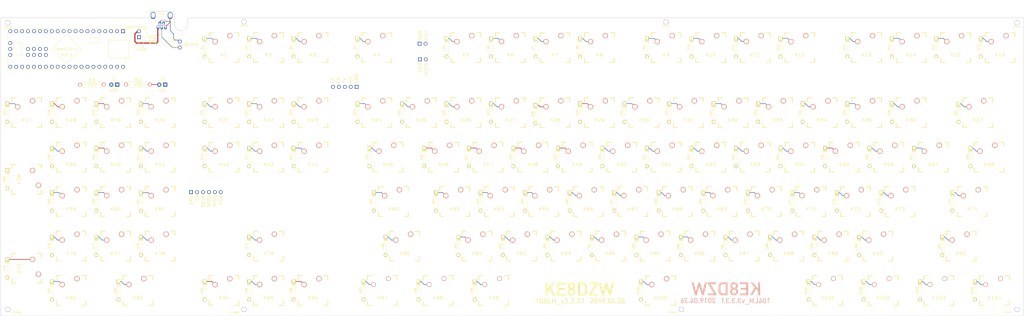
<source format=kicad_pcb>
(kicad_pcb (version 20171130) (host pcbnew "(5.1.2)-1")
  (title_block (title LH_104v3.3.3) (date 2019-04-07) (rev 3.3) (company KE8DZW))
  (layers (0 F.Cu signal) (31 B.Cu signal) (34 B.Paste user) (35 F.Paste user) (36 B.SilkS user) (37 F.SilkS user) (38 B.Mask user) (39 F.Mask user) (44 Edge.Cuts user))
  (net 0 "")
  (net 1 /COL_04)
  (net 2 "Net-(D1-Pad1)")
  (net 3 "Net-(D2-Pad1)")
  (net 4 /COL_05)
  (net 5 /COL_06)
  (net 6 "Net-(D3-Pad1)")
  (net 7 /COL_07)
  (net 8 "Net-(D4-Pad1)")
  (net 9 "Net-(D5-Pad1)")
  (net 10 /COL_09)
  (net 11 "Net-(D6-Pad1)")
  (net 12 /COL_10)
  (net 13 /COL_11)
  (net 14 "Net-(D7-Pad1)")
  (net 15 "Net-(D8-Pad1)")
  (net 16 /COL_12)
  (net 17 "Net-(D9-Pad1)")
  (net 18 /COL_14)
  (net 19 /COL_15)
  (net 20 "Net-(D10-Pad1)")
  (net 21 "Net-(D11-Pad1)")
  (net 22 /COL_16)
  (net 23 "Net-(D12-Pad1)")
  (net 24 /COL_17)
  (net 25 "Net-(D13-Pad1)")
  (net 26 /COL_18)
  (net 27 /COL_19)
  (net 28 "Net-(D14-Pad1)")
  (net 29 /COL_20)
  (net 30 "Net-(D15-Pad1)")
  (net 31 "Net-(D16-Pad1)")
  (net 32 /COL_21)
  (net 33 /COL_00)
  (net 34 "Net-(D17-Pad1)")
  (net 35 "Net-(D18-Pad1)")
  (net 36 /COL_01)
  (net 37 /COL_02)
  (net 38 "Net-(D19-Pad1)")
  (net 39 "Net-(D20-Pad1)")
  (net 40 /COL_03)
  (net 41 "Net-(D21-Pad1)")
  (net 42 "Net-(D22-Pad1)")
  (net 43 "Net-(D23-Pad1)")
  (net 44 "Net-(D24-Pad1)")
  (net 45 /COL_08)
  (net 46 "Net-(D25-Pad1)")
  (net 47 "Net-(D26-Pad1)")
  (net 48 "Net-(D27-Pad1)")
  (net 49 "Net-(D28-Pad1)")
  (net 50 "Net-(D29-Pad1)")
  (net 51 /COL_13)
  (net 52 "Net-(D30-Pad1)")
  (net 53 "Net-(D31-Pad1)")
  (net 54 "Net-(D32-Pad1)")
  (net 55 "Net-(D33-Pad1)")
  (net 56 "Net-(D34-Pad1)")
  (net 57 "Net-(D35-Pad1)")
  (net 58 "Net-(D36-Pad1)")
  (net 59 "Net-(D37-Pad1)")
  (net 60 "Net-(D38-Pad1)")
  (net 61 "Net-(D39-Pad1)")
  (net 62 "Net-(D40-Pad1)")
  (net 63 "Net-(D41-Pad1)")
  (net 64 "Net-(D42-Pad1)")
  (net 65 "Net-(D43-Pad1)")
  (net 66 "Net-(D44-Pad1)")
  (net 67 "Net-(D45-Pad1)")
  (net 68 "Net-(D46-Pad1)")
  (net 69 "Net-(D47-Pad1)")
  (net 70 "Net-(D48-Pad1)")
  (net 71 "Net-(D49-Pad1)")
  (net 72 "Net-(D50-Pad1)")
  (net 73 "Net-(D51-Pad1)")
  (net 74 "Net-(D52-Pad1)")
  (net 75 "Net-(D53-Pad1)")
  (net 76 "Net-(D54-Pad1)")
  (net 77 "Net-(D55-Pad1)")
  (net 78 "Net-(D56-Pad1)")
  (net 79 "Net-(D57-Pad1)")
  (net 80 "Net-(D58-Pad1)")
  (net 81 "Net-(D59-Pad1)")
  (net 82 "Net-(D60-Pad1)")
  (net 83 "Net-(D61-Pad1)")
  (net 84 "Net-(D62-Pad1)")
  (net 85 "Net-(D63-Pad1)")
  (net 86 "Net-(D64-Pad1)")
  (net 87 "Net-(D65-Pad1)")
  (net 88 "Net-(D66-Pad1)")
  (net 89 "Net-(D67-Pad1)")
  (net 90 "Net-(D68-Pad1)")
  (net 91 "Net-(D69-Pad1)")
  (net 92 "Net-(D70-Pad1)")
  (net 93 "Net-(D71-Pad1)")
  (net 94 "Net-(D72-Pad1)")
  (net 95 "Net-(D73-Pad1)")
  (net 96 "Net-(D74-Pad1)")
  (net 97 "Net-(D75-Pad1)")
  (net 98 "Net-(D76-Pad1)")
  (net 99 "Net-(D77-Pad1)")
  (net 100 "Net-(D78-Pad1)")
  (net 101 "Net-(D79-Pad1)")
  (net 102 "Net-(D80-Pad1)")
  (net 103 "Net-(D81-Pad1)")
  (net 104 "Net-(D82-Pad1)")
  (net 105 "Net-(D83-Pad1)")
  (net 106 "Net-(D84-Pad1)")
  (net 107 "Net-(D85-Pad1)")
  (net 108 "Net-(D86-Pad1)")
  (net 109 "Net-(D87-Pad1)")
  (net 110 "Net-(D88-Pad1)")
  (net 111 "Net-(D89-Pad1)")
  (net 112 "Net-(D90-Pad1)")
  (net 113 "Net-(D91-Pad1)")
  (net 114 "Net-(D92-Pad1)")
  (net 115 "Net-(D93-Pad1)")
  (net 116 "Net-(D94-Pad1)")
  (net 117 "Net-(D95-Pad1)")
  (net 118 "Net-(D96-Pad1)")
  (net 119 "Net-(D97-Pad1)")
  (net 120 "Net-(D98-Pad1)")
  (net 121 "Net-(D99-Pad1)")
  (net 122 "Net-(D100-Pad1)")
  (net 123 "Net-(D101-Pad1)")
  (net 124 "Net-(D102-Pad1)")
  (net 125 "Net-(D103-Pad1)")
  (net 126 "Net-(D104-Pad1)")
  (net 127 /GND)
  (net 128 /VCC)
  (net 129 /SCLK)
  (net 130 /MOSI)
  (net 131 /SELECT)
  (net 132 /MISO)
  (net 133 /RST)
  (net 134 /ROW_00)
  (net 135 /ROW_01)
  (net 136 /ROW_02)
  (net 137 /ROW_03)
  (net 138 /ROW_04)
  (net 139 /ROW_05)
  (net 140 /R1)
  (net 141 /R2)
  (net 142 "Net-(MCU_1-Pad32)")
  (net 143 /LED_00)
  (net 144 /LED_01)
  (net 145 /E0)
  (net 146 /TX)
  (net 147 /RX)
  (net 148 /E1)
  (net 149 /D-)
  (net 150 /D+)
  (net 151 "Net-(MCU_1-Pad51)")
  (net 152 "Net-(MCU_1-Pad50)")
  (net 153 "Net-(MCU_1-Pad4)")
  (net 154 "Net-(MCU_1-Pad7)")
  (net 155 "Net-(MCU_1-Pad8)")
  (net 156 "Net-(MCU_1-Pad9)")
  (net 157 /VCCIN)
  (net 158 "Net-(H4-Pad4)")
  (module mx_stabs:Mx_Stab_275 (layer F.Cu) (at 468.503 178.435)
    (fp_text reference RShift)
    (fp_text value >VALUE hide)
    (pad "" np_thru_hole circle (at 11.938 8.255) (size 3.9878 3.9878) (drill 3.9878) (layers *.Cu *.Mask))
    (pad "" np_thru_hole circle (at -11.938 8.255) (size 3.9878 3.9878) (drill 3.9878) (layers *.Cu *.Mask))
    (pad "" np_thru_hole circle (at 11.938 -6.985) (size 3.048 3.048) (drill 3.048) (layers *.Cu *.Mask))
    (pad "" np_thru_hole circle (at -11.938 -6.985) (size 3.048 3.048) (drill 3.048) (layers *.Cu *.Mask))
  )
  (module mx_stabs:Mx_Stab_225 (layer F.Cu) (at 473.2655 159.385)
    (fp_text reference REnter)
    (fp_text value >VALUE hide)
    (pad "" np_thru_hole circle (at 11.938 8.255) (size 3.9878 3.9878) (drill 3.9878) (layers *.Cu *.Mask))
    (pad "" np_thru_hole circle (at -11.938 8.255) (size 3.9878 3.9878) (drill 3.9878) (layers *.Cu *.Mask))
    (pad "" np_thru_hole circle (at 11.938 -6.985) (size 3.048 3.048) (drill 3.048) (layers *.Cu *.Mask))
    (pad "" np_thru_hole circle (at -11.938 -6.985) (size 3.048 3.048) (drill 3.048) (layers *.Cu *.Mask))
  )
  (module mx_stabs:Mx_Stab_225 (layer F.Cu) (at 230.378 178.435)
    (fp_text reference LShift)
    (fp_text value >VALUE hide)
    (pad "" np_thru_hole circle (at 11.938 8.255) (size 3.9878 3.9878) (drill 3.9878) (layers *.Cu *.Mask))
    (pad "" np_thru_hole circle (at -11.938 8.255) (size 3.9878 3.9878) (drill 3.9878) (layers *.Cu *.Mask))
    (pad "" np_thru_hole circle (at 11.938 -6.985) (size 3.048 3.048) (drill 3.048) (layers *.Cu *.Mask))
    (pad "" np_thru_hole circle (at -11.938 -6.985) (size 3.048 3.048) (drill 3.048) (layers *.Cu *.Mask))
  )
  (module mx_stabs:Mx_Stab_200 (layer F.Cu) (at 68.6435 188.0235 270)
    (fp_text reference LEnter)
    (fp_text value Stabilizer hide)
    (pad "" np_thru_hole circle (at -11.938 -6.985 270) (size 3.048 3.048) (drill 3.048) (layers *.Cu *.Mask))
    (pad "" np_thru_hole circle (at 11.938 -6.985 270) (size 3.048 3.048) (drill 3.048) (layers *.Cu *.Mask))
    (pad "" np_thru_hole circle (at -11.938 8.255 270) (size 3.9878 3.9878) (drill 3.9878) (layers *.Cu *.Mask))
    (pad "" np_thru_hole circle (at 11.938 8.255 270) (size 3.9878 3.9878) (drill 3.9878) (layers *.Cu *.Mask))
  )
  (module mx_stabs:Mx_Stab_200 (layer F.Cu) (at 68.6435 149.9235 270)
    (fp_text reference Pluse)
    (fp_text value Stabilizer hide)
    (pad "" np_thru_hole circle (at -11.938 -6.985 270) (size 3.048 3.048) (drill 3.048) (layers *.Cu *.Mask))
    (pad "" np_thru_hole circle (at 11.938 -6.985 270) (size 3.048 3.048) (drill 3.048) (layers *.Cu *.Mask))
    (pad "" np_thru_hole circle (at -11.938 8.255 270) (size 3.9878 3.9878) (drill 3.9878) (layers *.Cu *.Mask))
    (pad "" np_thru_hole circle (at 11.938 8.255 270) (size 3.9878 3.9878) (drill 3.9878) (layers *.Cu *.Mask))
  )
  (module logo:logoR (layer F.Cu) (at 366.903 197.104)
    (fp_text reference Bottom hide)
    (fp_text value LOGO hide)
  )
  (module mx_stabs:Mx_Stab_625 (layer F.Cu) (at 339.9155 197.485)
    (fp_text reference 6.25u)
    (fp_text value >VALUE hide)
    (pad "" np_thru_hole circle (at 50.038 8.255) (size 3.9878 3.9878) (drill 3.9878) (layers *.Cu *.Mask))
    (pad "" np_thru_hole circle (at -50.038 8.255) (size 3.9878 3.9878) (drill 3.9878) (layers *.Cu *.Mask))
    (pad "" np_thru_hole circle (at 50.038 -6.985) (size 3.048 3.048) (drill 3.048) (layers *.Cu *.Mask))
    (pad "" np_thru_hole circle (at -50.038 -6.985) (size 3.048 3.048) (drill 3.048) (layers *.Cu *.Mask))
  )
  (module logo:logo (layer F.Cu) (at 305.816 198.628)
    (fp_text reference Top hide)
    (fp_text value LOGO hide)
  )
  (module pcb:CHERRY_PLATE_100H (layer F.Cu) (at 106.68 159.385)
    (fp_text reference K60 (at 0 3.175) (layer F.SilkS) (effects (font (size 1.27 1.524) (thickness 0.2032))))
    (fp_text value CHRY_MX hide)
    (pad 1 thru_hole circle (at 2.54 -5.08) (size 2.286 2.286) (drill 1.4986) (layers *.Cu *.SilkS *.Mask) (net 137 /ROW_03) (clearance 0.5))
    (pad 2 thru_hole circle (at -3.81 -2.54) (size 2.286 2.286) (drill 1.4986) (layers *.Cu *.SilkS *.Mask) (net 82 "Net-(D60-Pad1)") (clearance 0.5))
    (pad "" np_thru_hole circle (at 0 0) (size 3.9878 3.9878) (drill 3.9878) (layers *.Cu) (clearance 0.5))
  )
  (module pcb:D_axial (layer F.Cu) (at 324.485 121.285 270)
    (fp_text reference D30 (at 0 1.27 270) (layer F.SilkS) (effects (font (size 0.8 0.8))))
    (fp_text value 1N4148 hide)
    (fp_text user 1N4148 (at 0 0 270) (layer F.SilkS) (effects (font (size 0.45 0.45) (thickness 0.05))))
    (pad 2 thru_hole circle (at 3.9 0 270) (size 1.6 1.6) (drill 0.7) (layers *.Cu *.Mask F.SilkS) (net 51 /COL_13))
    (pad 1 thru_hole rect (at -3.9 0 270) (size 1.6 1.6) (drill 0.7) (layers *.Cu *.Mask F.SilkS) (net 52 "Net-(D30-Pad1)"))
  )
  (module pcb:CHERRY_PLATE_100H (layer F.Cu) (at 87.63 121.285)
    (fp_text reference K18 (at 0 3.175) (layer F.SilkS) (effects (font (size 1.27 1.524) (thickness 0.2032))))
    (fp_text value CHRY_MX hide)
    (pad "" np_thru_hole circle (at 0 0) (size 3.9878 3.9878) (drill 3.9878) (layers *.Cu) (clearance 0.5))
    (pad 2 thru_hole circle (at -3.81 -2.54) (size 2.286 2.286) (drill 1.4986) (layers *.Cu *.SilkS *.Mask) (net 35 "Net-(D18-Pad1)") (clearance 0.5))
    (pad 1 thru_hole circle (at 2.54 -5.08) (size 2.286 2.286) (drill 1.4986) (layers *.Cu *.SilkS *.Mask) (net 135 /ROW_01) (clearance 0.5))
  )
  (module pcb:CHERRY_PLATE_125H (layer F.Cu) (at 268.435 197.485)
    (fp_text reference K99 (at 0 3.175) (layer F.SilkS) (effects (font (size 1.27 1.524) (thickness 0.2032))))
    (fp_text value CHRY_MX hide)
    (pad 1 thru_hole circle (at 2.54 -5.08) (size 2.032 2.032) (drill 1.4986) (layers *.Cu *.SilkS *.Mask) (net 139 /ROW_05) (clearance 0.5))
    (pad 2 thru_hole circle (at -3.81 -2.54) (size 2.032 2.032) (drill 1.4986) (layers *.Cu *.SilkS *.Mask) (net 121 "Net-(D99-Pad1)") (clearance 0.5))
    (pad "" np_thru_hole circle (at 0 0) (size 3.9878 3.9878) (drill 3.9878) (layers *.Cu) (clearance 0.5))
  )
  (module pcb:CHERRY_PLATE_100H (layer F.Cu) (at 404.165 159.385)
    (fp_text reference K71 (at 0 3.175) (layer F.SilkS) (effects (font (size 1.27 1.524) (thickness 0.2032))))
    (fp_text value CHRY_MX hide)
    (pad 1 thru_hole circle (at 2.54 -5.08) (size 2.286 2.286) (drill 1.4986) (layers *.Cu *.SilkS *.Mask) (net 137 /ROW_03) (clearance 0.5))
    (pad 2 thru_hole circle (at -3.81 -2.54) (size 2.286 2.286) (drill 1.4986) (layers *.Cu *.SilkS *.Mask) (net 93 "Net-(D71-Pad1)") (clearance 0.5))
    (pad "" np_thru_hole circle (at 0 0) (size 3.9878 3.9878) (drill 3.9878) (layers *.Cu) (clearance 0.5))
  )
  (module MountingHole:2mm_Hole (layer F.Cu) (at 60.579 205.613)
    (fp_text reference 2mh8)
    (fp_text value 2mm (at 3.937 1.27) (layer F.SilkS))
    (pad "" thru_hole circle (at 0 0) (size 2.1 2.1) (drill 2) (layers *.Cu *.Mask))
  )
  (module MountingHole:2mm_Hole (layer F.Cu) (at 348.742 205.613)
    (fp_text reference 2mh6)
    (fp_text value 2mm (at -3.683 1.27) (layer F.SilkS))
    (pad "" thru_hole circle (at 0 0) (size 2.1 2.1) (drill 2) (layers *.Cu *.Mask))
  )
  (module MountingHole:2mm_Hole (layer F.Cu) (at 161.544 205.613)
    (fp_text reference 2mh7)
    (fp_text value 2mm (at -3.937 1.27) (layer F.SilkS))
    (pad "" thru_hole circle (at 0 0) (size 2.1 2.1) (drill 2) (layers *.Cu *.Mask))
  )
  (module MountingHole:2mm_Hole (layer F.Cu) (at 492.379 205.613)
    (fp_text reference REF**)
    (fp_text value 2mm (at -3.81 1.27) (layer F.SilkS))
    (pad "" thru_hole circle (at 0 0) (size 2.1 2.1) (drill 2) (layers *.Cu *.Mask))
  )
  (module MountingHole:2mm_Hole (layer F.Cu) (at 161.544 82.296)
    (fp_text reference 2mh2)
    (fp_text value 2mm (at 0.0635 1.7145) (layer F.SilkS))
    (pad "" thru_hole circle (at 0 0) (size 2.1 2.1) (drill 2) (layers *.Cu *.Mask))
  )
  (module MountingHole:2mm_Hole (layer F.Cu) (at 342.138 82.423)
    (fp_text reference 2mh3)
    (fp_text value 2mm (at 0.0635 1.7145) (layer F.SilkS))
    (pad "" thru_hole circle (at 0 0) (size 2.1 2.1) (drill 2) (layers *.Cu *.Mask))
  )
  (module pcb:USB_Mini-B (layer F.Cu) (at 122.555 75.692 180)
    (fp_text reference H4 (at -3.81 -3.175 180) (layer F.SilkS) (effects (font (size 1.27 1.4) (thickness 0.2))))
    (fp_text value USB_MINI_B)
    (pad 4 thru_hole oval (at -4.66 -7.6 180) (size 1.1 1.65) (drill oval 0.75 (offset 0 0.3)) (layers *.Cu *.Mask) (net 158 "Net-(H4-Pad4)"))
    (pad 2 thru_hole oval (at -3.06 -7.6 180) (size 1.1 1.65) (drill oval 0.75 (offset 0 0.3)) (layers *.Cu *.Mask) (net 149 /D-))
    (pad 1 thru_hole oval (at -2.26 -8.8 180) (size 1.1 1.65) (drill oval 0.75 (offset 0 -0.3)) (layers *.Cu *.Mask) (net 128 /VCC))
    (pad 3 thru_hole oval (at -3.86 -8.8 180) (size 1.1 1.65) (drill oval 0.75 (offset 0 -0.3)) (layers *.Cu *.Mask) (net 150 /D+))
    (pad 5 thru_hole oval (at -5.46 -8.8 180) (size 1.1 1.65) (drill oval 0.75 (offset 0 -0.3)) (layers *.Cu *.Mask) (net 127 /GND))
    (pad 7 thru_hole oval (at -7.46 -3.8 180) (size 2 3) (drill oval 1.5 2.2 (offset 0 -0.135)) (layers *.Cu *.Mask) (net 127 /GND))
    (pad 6 thru_hole oval (at -0.16 -3.8 180) (size 2 3) (drill oval 1.5 2.2 (offset 0 -0.135)) (layers *.Cu *.Mask) (net 127 /GND))
  )
  (module MountingHole:2mm_Hole (layer F.Cu) (at 60.579 82.677)
    (fp_text reference 2mh1)
    (fp_text value 2mm (at 0.0635 1.7145) (layer F.SilkS))
    (pad "" thru_hole circle (at 0 0) (size 2.1 2.1) (drill 2) (layers *.Cu *.Mask))
  )
  (module MountingHole:2mm_Hole (layer F.Cu) (at 492.379 82.677)
    (fp_text reference 2mh4)
    (fp_text value 2mm (at 0.0635 1.7145) (layer F.SilkS))
    (pad "" thru_hole circle (at 0 0) (size 2.1 2.1) (drill 2) (layers *.Cu *.Mask))
  )
  (module pcb:CHERRY_PLATE_175H (layer F.Cu) (at 225.578 159.385)
    (fp_text reference K62 (at 0 3.175) (layer F.SilkS) (effects (font (size 1.27 1.524) (thickness 0.2032))))
    (fp_text value CHRY_MX hide)
    (pad "" np_thru_hole circle (at 0 0) (size 3.9878 3.9878) (drill 3.9878) (layers *.Cu) (clearance 0.5))
    (pad 2 thru_hole circle (at -3.81 -2.54) (size 2.286 2.286) (drill 1.4986) (layers *.Cu *.SilkS *.Mask) (net 84 "Net-(D62-Pad1)") (clearance 0.5))
    (pad 1 thru_hole circle (at 2.54 -5.08) (size 2.286 2.286) (drill 1.4986) (layers *.Cu *.SilkS *.Mask) (net 137 /ROW_03) (clearance 0.5))
  )
  (module pcb:CHERRY_PLATE_100H (layer F.Cu) (at 275.59 93.345)
    (fp_text reference K6 (at 0 3.175) (layer F.SilkS) (effects (font (size 1.27 1.524) (thickness 0.2032))))
    (fp_text value CHRY_MX hide)
    (pad 1 thru_hole circle (at 2.54 -5.08) (size 2.286 2.286) (drill 1.4986) (layers *.Cu *.SilkS *.Mask) (net 134 /ROW_00) (clearance 0.5))
    (pad 2 thru_hole circle (at -3.81 -2.54) (size 2.286 2.286) (drill 1.4986) (layers *.Cu *.SilkS *.Mask) (net 11 "Net-(D6-Pad1)") (clearance 0.5))
    (pad "" np_thru_hole circle (at 0 0) (size 3.9878 3.9878) (drill 3.9878) (layers *.Cu) (clearance 0.5))
  )
  (module pcb:CHERRY_PLATE_100H (layer F.Cu) (at 172.085 93.345)
    (fp_text reference K2 (at 0 3.175) (layer F.SilkS) (effects (font (size 1.27 1.524) (thickness 0.2032))))
    (fp_text value CHRY_MX hide)
    (pad 1 thru_hole circle (at 2.54 -5.08) (size 2.286 2.286) (drill 1.4986) (layers *.Cu *.SilkS *.Mask) (net 134 /ROW_00) (clearance 0.5))
    (pad 2 thru_hole circle (at -3.81 -2.54) (size 2.286 2.286) (drill 1.4986) (layers *.Cu *.SilkS *.Mask) (net 3 "Net-(D2-Pad1)") (clearance 0.5))
    (pad "" np_thru_hole circle (at 0 0) (size 3.9878 3.9878) (drill 3.9878) (layers *.Cu) (clearance 0.5))
  )
  (module pcb:RESISTOR (layer F.Cu) (at 116.205 109.22)
    (fp_text reference R2 (at 0.0455 -2.058001) (layer F.SilkS) (effects (font (size 1.27 1.524) (thickness 0.2032))))
    (fp_text value 150 (at 0 0) (layer F.SilkS) (effects (font (size 1.27 1.524) (thickness 0.2032))))
    (pad 1 thru_hole circle (at -5.08 0) (size 1.651 1.651) (drill 0.9906) (layers *.Cu *.Mask B.SilkS) (net 144 /LED_01))
    (pad 2 thru_hole circle (at 5.08 0) (size 1.651 1.651) (drill 0.9906) (layers *.Cu *.Mask B.SilkS) (net 141 /R2))
  )
  (module pcb:LED_D3.0mm_FlatTop (layer F.Cu) (at 127.889 109.2835 180)
    (fp_text reference L2 (at 1.143 2.8575 180) (layer F.SilkS))
    (fp_text value NUM (at 1.143 -2.7305 180) (layer F.SilkS))
    (pad 1 thru_hole rect (at 0 0 180) (size 1.8 1.8) (drill 0.9) (layers *.Cu *.Mask) (net 127 /GND))
    (pad 2 thru_hole circle (at 2.54 0 180) (size 1.8 1.8) (drill 0.9) (layers *.Cu *.Mask) (net 141 /R2))
  )
  (module pcb:LED_D3.0mm_FlatTop (layer F.Cu) (at 107.3658 109.2835 180)
    (fp_text reference L1 (at 1.27 2.8575 180) (layer F.SilkS))
    (fp_text value CAP (at 1.3208 -2.7305 180) (layer F.SilkS))
    (pad 2 thru_hole circle (at 2.54 0 180) (size 1.8 1.8) (drill 0.9) (layers *.Cu *.Mask) (net 140 /R1))
    (pad 1 thru_hole rect (at 0 0 180) (size 1.8 1.8) (drill 0.9) (layers *.Cu *.Mask) (net 127 /GND))
  )
  (module pcb:RESISTOR (layer F.Cu) (at 96.52 109.22)
    (fp_text reference R1 (at 0 -1.938001) (layer F.SilkS) (effects (font (size 1.27 1.524) (thickness 0.2032))))
    (fp_text value 150 (at 0 0) (layer F.SilkS) (effects (font (size 1.27 1.524) (thickness 0.2032))))
    (pad 2 thru_hole circle (at 5.08 0) (size 1.651 1.651) (drill 0.9906) (layers *.Cu *.Mask B.SilkS) (net 140 /R1))
    (pad 1 thru_hole circle (at -5.08 0) (size 1.651 1.651) (drill 0.9906) (layers *.Cu *.Mask B.SilkS) (net 143 /LED_00))
  )
  (module headers:USB_Data (layer F.Cu) (at 133.985 92.035 270)
    (fp_text reference H7)
    (fp_text value USB_DATA (at 0.04 -4.445) (layer F.SilkS))
    (fp_text user D- (at -1.738 2.032) (layer F.SilkS) (effects (font (size 1.27 1.2) (thickness 0.2))))
    (fp_text user D+ (at 1.056 1.905) (layer F.SilkS) (effects (font (size 1.27 1.2) (thickness 0.2))))
    (pad 1 thru_hole circle (at -1.23 -0.16 270) (size 1.6 1.6) (drill 1.1) (layers *.Cu *.Mask) (net 149 /D-))
    (pad 2 thru_hole circle (at 1.31 -0.16 270) (size 1.6 1.6) (drill 1.1) (layers *.Cu *.Mask) (net 150 /D+))
  )
  (module headers:USB_Power (layer F.Cu) (at 116.84 87.63 90)
    (fp_text reference H6)
    (fp_text value USB_POWER (at 2.921 -1.397) (layer F.SilkS))
    (fp_text user VCC (at -1.27 5.588 180) (layer F.SilkS) (effects (font (size 1.27 1.2) (thickness 0.2))))
    (fp_text user GND (at -3.175 5.715 180) (layer F.SilkS) (effects (font (size 1.27 1.2) (thickness 0.2))))
    (pad 2 thru_hole rect (at -1.31 -0.16 90) (size 1.6 1.6) (drill 1.1) (layers *.Cu *.Mask) (net 127 /GND))
    (pad 1 thru_hole circle (at 1.23 -0.16 90) (size 1.6 1.6) (drill 1.1) (layers *.Cu *.Mask) (net 128 /VCC))
  )
  (module pcb:USB_VCCIN (layer F.Cu) (at 238.125 100.33)
    (fp_text reference H3)
    (fp_text value VCCIN (at 1.397 2.286 90) (layer F.SilkS) (effects (font (size 1.27 1.4) (thickness 0.2))))
    (fp_text user GND (at -1.19 1.505 90) (layer F.SilkS) (effects (font (size 1.27 1.4) (thickness 0.2))))
    (pad 2 thru_hole circle (at 1.27 -1.905) (size 1.6 1.6) (drill 1.1) (layers *.Cu *.Mask) (net 128 /VCC))
    (pad 1 thru_hole rect (at -1.27 -1.905) (size 1.6 1.6) (drill 1.1) (layers *.Cu *.Mask) (net 127 /GND))
  )
  (module pcb:D_axial (layer F.Cu) (at 144.78 93.345 270)
    (fp_text reference D1 (at 0 1.27 270) (layer F.SilkS) (effects (font (size 0.8 0.8))))
    (fp_text value 1N4148 hide)
    (fp_text user 1N4148 (at 0 0 270) (layer F.SilkS) (effects (font (size 0.45 0.45) (thickness 0.05))))
    (pad 2 thru_hole circle (at 3.9 0 270) (size 1.6 1.6) (drill 0.7) (layers *.Cu *.Mask F.SilkS) (net 1 /COL_04))
    (pad 1 thru_hole rect (at -3.9 0 270) (size 1.6 1.6) (drill 0.7) (layers *.Cu *.Mask F.SilkS) (net 2 "Net-(D1-Pad1)"))
  )
  (module pcb:D_axial (layer F.Cu) (at 163.83 93.345 270)
    (fp_text reference D2 (at 0 1.27 270) (layer F.SilkS) (effects (font (size 0.8 0.8))))
    (fp_text value 1N4148 hide)
    (fp_text user 1N4148 (at 0 0 270) (layer F.SilkS) (effects (font (size 0.45 0.45) (thickness 0.05))))
    (pad 1 thru_hole rect (at -3.9 0 270) (size 1.6 1.6) (drill 0.7) (layers *.Cu *.Mask F.SilkS) (net 3 "Net-(D2-Pad1)"))
    (pad 2 thru_hole circle (at 3.9 0 270) (size 1.6 1.6) (drill 0.7) (layers *.Cu *.Mask F.SilkS) (net 4 /COL_05))
  )
  (module pcb:D_axial (layer F.Cu) (at 182.88 93.345 270)
    (fp_text reference D3 (at 0 1.27 270) (layer F.SilkS) (effects (font (size 0.8 0.8))))
    (fp_text value 1N4148 hide)
    (fp_text user 1N4148 (at 0 0 270) (layer F.SilkS) (effects (font (size 0.45 0.45) (thickness 0.05))))
    (pad 2 thru_hole circle (at 3.9 0 270) (size 1.6 1.6) (drill 0.7) (layers *.Cu *.Mask F.SilkS) (net 5 /COL_06))
    (pad 1 thru_hole rect (at -3.9 0 270) (size 1.6 1.6) (drill 0.7) (layers *.Cu *.Mask F.SilkS) (net 6 "Net-(D3-Pad1)"))
  )
  (module pcb:D_axial (layer F.Cu) (at 210.185 93.345 270)
    (fp_text reference D4 (at 0 1.27 270) (layer F.SilkS) (effects (font (size 0.8 0.8))))
    (fp_text value 1N4148 hide)
    (fp_text user 1N4148 (at 0 0 270) (layer F.SilkS) (effects (font (size 0.45 0.45) (thickness 0.05))))
    (pad 2 thru_hole circle (at 3.9 0 270) (size 1.6 1.6) (drill 0.7) (layers *.Cu *.Mask F.SilkS) (net 7 /COL_07))
    (pad 1 thru_hole rect (at -3.9 0 270) (size 1.6 1.6) (drill 0.7) (layers *.Cu *.Mask F.SilkS) (net 8 "Net-(D4-Pad1)"))
  )
  (module pcb:D_axial (layer F.Cu) (at 248.285 93.345 270)
    (fp_text reference D5 (at 0 1.27 270) (layer F.SilkS) (effects (font (size 0.8 0.8))))
    (fp_text value 1N4148 hide)
    (fp_text user 1N4148 (at 0 0 270) (layer F.SilkS) (effects (font (size 0.45 0.45) (thickness 0.05))))
    (pad 1 thru_hole rect (at -3.9 0 270) (size 1.6 1.6) (drill 0.7) (layers *.Cu *.Mask F.SilkS) (net 9 "Net-(D5-Pad1)"))
    (pad 2 thru_hole circle (at 3.9 0 270) (size 1.6 1.6) (drill 0.7) (layers *.Cu *.Mask F.SilkS) (net 10 /COL_09))
  )
  (module pcb:D_axial (layer F.Cu) (at 267.335 93.345 270)
    (fp_text reference D6 (at 0 1.27 270) (layer F.SilkS) (effects (font (size 0.8 0.8))))
    (fp_text value 1N4148 hide)
    (fp_text user 1N4148 (at 0 0 270) (layer F.SilkS) (effects (font (size 0.45 0.45) (thickness 0.05))))
    (pad 1 thru_hole rect (at -3.9 0 270) (size 1.6 1.6) (drill 0.7) (layers *.Cu *.Mask F.SilkS) (net 11 "Net-(D6-Pad1)"))
    (pad 2 thru_hole circle (at 3.9 0 270) (size 1.6 1.6) (drill 0.7) (layers *.Cu *.Mask F.SilkS) (net 12 /COL_10))
  )
  (module pcb:D_axial (layer F.Cu) (at 286.385 93.345 270)
    (fp_text reference D7 (at 0 1.27 270) (layer F.SilkS) (effects (font (size 0.8 0.8))))
    (fp_text value 1N4148 hide)
    (fp_text user 1N4148 (at 0 0 270) (layer F.SilkS) (effects (font (size 0.45 0.45) (thickness 0.05))))
    (pad 2 thru_hole circle (at 3.9 0 270) (size 1.6 1.6) (drill 0.7) (layers *.Cu *.Mask F.SilkS) (net 13 /COL_11))
    (pad 1 thru_hole rect (at -3.9 0 270) (size 1.6 1.6) (drill 0.7) (layers *.Cu *.Mask F.SilkS) (net 14 "Net-(D7-Pad1)"))
  )
  (module pcb:D_axial (layer F.Cu) (at 305.435 93.345 270)
    (fp_text reference D8 (at 0 1.27 270) (layer F.SilkS) (effects (font (size 0.8 0.8))))
    (fp_text value 1N4148 hide)
    (fp_text user 1N4148 (at 0 0 270) (layer F.SilkS) (effects (font (size 0.45 0.45) (thickness 0.05))))
    (pad 1 thru_hole rect (at -3.9 0 270) (size 1.6 1.6) (drill 0.7) (layers *.Cu *.Mask F.SilkS) (net 15 "Net-(D8-Pad1)"))
    (pad 2 thru_hole circle (at 3.9 0 270) (size 1.6 1.6) (drill 0.7) (layers *.Cu *.Mask F.SilkS) (net 16 /COL_12))
  )
  (module pcb:D_axial (layer F.Cu) (at 334.01 93.345 270)
    (fp_text reference D9 (at 0 1.27 270) (layer F.SilkS) (effects (font (size 0.8 0.8))))
    (fp_text value 1N4148 hide)
    (fp_text user 1N4148 (at 0 0 270) (layer F.SilkS) (effects (font (size 0.45 0.45) (thickness 0.05))))
    (pad 1 thru_hole rect (at -3.9 0 270) (size 1.6 1.6) (drill 0.7) (layers *.Cu *.Mask F.SilkS) (net 17 "Net-(D9-Pad1)"))
    (pad 2 thru_hole circle (at 3.9 0 270) (size 1.6 1.6) (drill 0.7) (layers *.Cu *.Mask F.SilkS) (net 18 /COL_14))
  )
  (module pcb:D_axial (layer F.Cu) (at 353.06 93.345 270)
    (fp_text reference D10 (at 0 1.27 270) (layer F.SilkS) (effects (font (size 0.8 0.8))))
    (fp_text value 1N4148 hide)
    (fp_text user 1N4148 (at 0 0 270) (layer F.SilkS) (effects (font (size 0.45 0.45) (thickness 0.05))))
    (pad 2 thru_hole circle (at 3.9 0 270) (size 1.6 1.6) (drill 0.7) (layers *.Cu *.Mask F.SilkS) (net 19 /COL_15))
    (pad 1 thru_hole rect (at -3.9 0 270) (size 1.6 1.6) (drill 0.7) (layers *.Cu *.Mask F.SilkS) (net 20 "Net-(D10-Pad1)"))
  )
  (module pcb:D_axial (layer F.Cu) (at 372.11 93.345 270)
    (fp_text reference D11 (at 0 1.27 270) (layer F.SilkS) (effects (font (size 0.8 0.8))))
    (fp_text value 1N4148 hide)
    (fp_text user 1N4148 (at 0 0 270) (layer F.SilkS) (effects (font (size 0.45 0.45) (thickness 0.05))))
    (pad 1 thru_hole rect (at -3.9 0 270) (size 1.6 1.6) (drill 0.7) (layers *.Cu *.Mask F.SilkS) (net 21 "Net-(D11-Pad1)"))
    (pad 2 thru_hole circle (at 3.9 0 270) (size 1.6 1.6) (drill 0.7) (layers *.Cu *.Mask F.SilkS) (net 22 /COL_16))
  )
  (module pcb:D_axial (layer F.Cu) (at 391.16 93.345 270)
    (fp_text reference D12 (at 0 1.27 270) (layer F.SilkS) (effects (font (size 0.8 0.8))))
    (fp_text value 1N4148 hide)
    (fp_text user 1N4148 (at 0 0 270) (layer F.SilkS) (effects (font (size 0.45 0.45) (thickness 0.05))))
    (pad 1 thru_hole rect (at -3.9 0 270) (size 1.6 1.6) (drill 0.7) (layers *.Cu *.Mask F.SilkS) (net 23 "Net-(D12-Pad1)"))
    (pad 2 thru_hole circle (at 3.9 0 270) (size 1.6 1.6) (drill 0.7) (layers *.Cu *.Mask F.SilkS) (net 24 /COL_17))
  )
  (module pcb:D_axial (layer F.Cu) (at 419.735 93.345 270)
    (fp_text reference D13 (at 0 1.27 270) (layer F.SilkS) (effects (font (size 0.8 0.8))))
    (fp_text value 1N4148 hide)
    (fp_text user 1N4148 (at 0 0 270) (layer F.SilkS) (effects (font (size 0.45 0.45) (thickness 0.05))))
    (pad 1 thru_hole rect (at -3.9 0 270) (size 1.6 1.6) (drill 0.7) (layers *.Cu *.Mask F.SilkS) (net 25 "Net-(D13-Pad1)"))
    (pad 2 thru_hole circle (at 3.9 0 270) (size 1.6 1.6) (drill 0.7) (layers *.Cu *.Mask F.SilkS) (net 26 /COL_18))
  )
  (module pcb:D_axial (layer F.Cu) (at 438.785 93.345 270)
    (fp_text reference D14 (at 0 1.27 270) (layer F.SilkS) (effects (font (size 0.8 0.8))))
    (fp_text value 1N4148 hide)
    (fp_text user 1N4148 (at 0 0 270) (layer F.SilkS) (effects (font (size 0.45 0.45) (thickness 0.05))))
    (pad 2 thru_hole circle (at 3.9 0 270) (size 1.6 1.6) (drill 0.7) (layers *.Cu *.Mask F.SilkS) (net 27 /COL_19))
    (pad 1 thru_hole rect (at -3.9 0 270) (size 1.6 1.6) (drill 0.7) (layers *.Cu *.Mask F.SilkS) (net 28 "Net-(D14-Pad1)"))
  )
  (module pcb:D_axial (layer F.Cu) (at 457.835 93.345 270)
    (fp_text reference D15 (at 0 1.27 270) (layer F.SilkS) (effects (font (size 0.8 0.8))))
    (fp_text value 1N4148 hide)
    (fp_text user 1N4148 (at 0 0 270) (layer F.SilkS) (effects (font (size 0.45 0.45) (thickness 0.05))))
    (pad 2 thru_hole circle (at 3.9 0 270) (size 1.6 1.6) (drill 0.7) (layers *.Cu *.Mask F.SilkS) (net 29 /COL_20))
    (pad 1 thru_hole rect (at -3.9 0 270) (size 1.6 1.6) (drill 0.7) (layers *.Cu *.Mask F.SilkS) (net 30 "Net-(D15-Pad1)"))
  )
  (module pcb:D_axial (layer F.Cu) (at 476.885 93.345 270)
    (fp_text reference D16 (at 0 1.27 270) (layer F.SilkS) (effects (font (size 0.8 0.8))))
    (fp_text value 1N4148 hide)
    (fp_text user 1N4148 (at 0 0 270) (layer F.SilkS) (effects (font (size 0.45 0.45) (thickness 0.05))))
    (pad 1 thru_hole rect (at -3.9 0 270) (size 1.6 1.6) (drill 0.7) (layers *.Cu *.Mask F.SilkS) (net 31 "Net-(D16-Pad1)"))
    (pad 2 thru_hole circle (at 3.9 0 270) (size 1.6 1.6) (drill 0.7) (layers *.Cu *.Mask F.SilkS) (net 32 /COL_21))
  )
  (module pcb:D_axial (layer F.Cu) (at 60.325 121.285 270)
    (fp_text reference D17 (at 0 1.27 270) (layer F.SilkS) (effects (font (size 0.8 0.8))))
    (fp_text value 1N4148 hide)
    (fp_text user 1N4148 (at 0 0 270) (layer F.SilkS) (effects (font (size 0.45 0.45) (thickness 0.05))))
    (pad 2 thru_hole circle (at 3.9 0 270) (size 1.6 1.6) (drill 0.7) (layers *.Cu *.Mask F.SilkS) (net 33 /COL_00))
    (pad 1 thru_hole rect (at -3.9 0 270) (size 1.6 1.6) (drill 0.7) (layers *.Cu *.Mask F.SilkS) (net 34 "Net-(D17-Pad1)"))
  )
  (module pcb:D_axial (layer F.Cu) (at 79.375 121.285 270)
    (fp_text reference D18 (at 0 1.27 270) (layer F.SilkS) (effects (font (size 0.8 0.8))))
    (fp_text value 1N4148 hide)
    (fp_text user 1N4148 (at 0 0 270) (layer F.SilkS) (effects (font (size 0.45 0.45) (thickness 0.05))))
    (pad 1 thru_hole rect (at -3.9 0 270) (size 1.6 1.6) (drill 0.7) (layers *.Cu *.Mask F.SilkS) (net 35 "Net-(D18-Pad1)"))
    (pad 2 thru_hole circle (at 3.9 0 270) (size 1.6 1.6) (drill 0.7) (layers *.Cu *.Mask F.SilkS) (net 36 /COL_01))
  )
  (module pcb:D_axial (layer F.Cu) (at 98.425 121.285 270)
    (fp_text reference D19 (at 0 1.27 270) (layer F.SilkS) (effects (font (size 0.8 0.8))))
    (fp_text value 1N4148 hide)
    (fp_text user 1N4148 (at 0 0 270) (layer F.SilkS) (effects (font (size 0.45 0.45) (thickness 0.05))))
    (pad 2 thru_hole circle (at 3.9 0 270) (size 1.6 1.6) (drill 0.7) (layers *.Cu *.Mask F.SilkS) (net 37 /COL_02))
    (pad 1 thru_hole rect (at -3.9 0 270) (size 1.6 1.6) (drill 0.7) (layers *.Cu *.Mask F.SilkS) (net 38 "Net-(D19-Pad1)"))
  )
  (module pcb:D_axial (layer F.Cu) (at 117.475 121.285 270)
    (fp_text reference D20 (at 0 1.27 270) (layer F.SilkS) (effects (font (size 0.8 0.8))))
    (fp_text value 1N4148 hide)
    (fp_text user 1N4148 (at 0 0 270) (layer F.SilkS) (effects (font (size 0.45 0.45) (thickness 0.05))))
    (pad 1 thru_hole rect (at -3.9 0 270) (size 1.6 1.6) (drill 0.7) (layers *.Cu *.Mask F.SilkS) (net 39 "Net-(D20-Pad1)"))
    (pad 2 thru_hole circle (at 3.9 0 270) (size 1.6 1.6) (drill 0.7) (layers *.Cu *.Mask F.SilkS) (net 40 /COL_03))
  )
  (module pcb:D_axial (layer F.Cu) (at 144.78 121.285 270)
    (fp_text reference D21 (at 0 1.27 270) (layer F.SilkS) (effects (font (size 0.8 0.8))))
    (fp_text value 1N4148 hide)
    (fp_text user 1N4148 (at 0 0 270) (layer F.SilkS) (effects (font (size 0.45 0.45) (thickness 0.05))))
    (pad 1 thru_hole rect (at -3.9 0 270) (size 1.6 1.6) (drill 0.7) (layers *.Cu *.Mask F.SilkS) (net 41 "Net-(D21-Pad1)"))
    (pad 2 thru_hole circle (at 3.9 0 270) (size 1.6 1.6) (drill 0.7) (layers *.Cu *.Mask F.SilkS) (net 1 /COL_04))
  )
  (module pcb:D_axial (layer F.Cu) (at 163.83 121.285 270)
    (fp_text reference D22 (at 0 1.27 270) (layer F.SilkS) (effects (font (size 0.8 0.8))))
    (fp_text value 1N4148 hide)
    (fp_text user 1N4148 (at 0 0 270) (layer F.SilkS) (effects (font (size 0.45 0.45) (thickness 0.05))))
    (pad 1 thru_hole rect (at -3.9 0 270) (size 1.6 1.6) (drill 0.7) (layers *.Cu *.Mask F.SilkS) (net 42 "Net-(D22-Pad1)"))
    (pad 2 thru_hole circle (at 3.9 0 270) (size 1.6 1.6) (drill 0.7) (layers *.Cu *.Mask F.SilkS) (net 4 /COL_05))
  )
  (module pcb:D_axial (layer F.Cu) (at 182.88 121.285 270)
    (fp_text reference D23 (at 0 1.27 270) (layer F.SilkS) (effects (font (size 0.8 0.8))))
    (fp_text value 1N4148 hide)
    (fp_text user 1N4148 (at 0 0 270) (layer F.SilkS) (effects (font (size 0.45 0.45) (thickness 0.05))))
    (pad 1 thru_hole rect (at -3.9 0 270) (size 1.6 1.6) (drill 0.7) (layers *.Cu *.Mask F.SilkS) (net 43 "Net-(D23-Pad1)"))
    (pad 2 thru_hole circle (at 3.9 0 270) (size 1.6 1.6) (drill 0.7) (layers *.Cu *.Mask F.SilkS) (net 5 /COL_06))
  )
  (module pcb:D_axial (layer F.Cu) (at 210.185 121.285 270)
    (fp_text reference D24 (at 0 1.27 270) (layer F.SilkS) (effects (font (size 0.8 0.8))))
    (fp_text value 1N4148 hide)
    (fp_text user 1N4148 (at 0 0 270) (layer F.SilkS) (effects (font (size 0.45 0.45) (thickness 0.05))))
    (pad 2 thru_hole circle (at 3.9 0 270) (size 1.6 1.6) (drill 0.7) (layers *.Cu *.Mask F.SilkS) (net 7 /COL_07))
    (pad 1 thru_hole rect (at -3.9 0 270) (size 1.6 1.6) (drill 0.7) (layers *.Cu *.Mask F.SilkS) (net 44 "Net-(D24-Pad1)"))
  )
  (module pcb:D_axial (layer F.Cu) (at 229.235 121.285 270)
    (fp_text reference D25 (at 0 1.27 270) (layer F.SilkS) (effects (font (size 0.8 0.8))))
    (fp_text value 1N4148 hide)
    (fp_text user 1N4148 (at 0 0 270) (layer F.SilkS) (effects (font (size 0.45 0.45) (thickness 0.05))))
    (pad 2 thru_hole circle (at 3.9 0 270) (size 1.6 1.6) (drill 0.7) (layers *.Cu *.Mask F.SilkS) (net 45 /COL_08))
    (pad 1 thru_hole rect (at -3.9 0 270) (size 1.6 1.6) (drill 0.7) (layers *.Cu *.Mask F.SilkS) (net 46 "Net-(D25-Pad1)"))
  )
  (module pcb:D_axial (layer F.Cu) (at 248.285 121.285 270)
    (fp_text reference D26 (at 0 1.27 270) (layer F.SilkS) (effects (font (size 0.8 0.8))))
    (fp_text value 1N4148 hide)
    (fp_text user 1N4148 (at 0 0 270) (layer F.SilkS) (effects (font (size 0.45 0.45) (thickness 0.05))))
    (pad 2 thru_hole circle (at 3.9 0 270) (size 1.6 1.6) (drill 0.7) (layers *.Cu *.Mask F.SilkS) (net 10 /COL_09))
    (pad 1 thru_hole rect (at -3.9 0 270) (size 1.6 1.6) (drill 0.7) (layers *.Cu *.Mask F.SilkS) (net 47 "Net-(D26-Pad1)"))
  )
  (module pcb:D_axial (layer F.Cu) (at 267.335 121.285 270)
    (fp_text reference D27 (at 0 1.27 270) (layer F.SilkS) (effects (font (size 0.8 0.8))))
    (fp_text value 1N4148 hide)
    (fp_text user 1N4148 (at 0 0 270) (layer F.SilkS) (effects (font (size 0.45 0.45) (thickness 0.05))))
    (pad 2 thru_hole circle (at 3.9 0 270) (size 1.6 1.6) (drill 0.7) (layers *.Cu *.Mask F.SilkS) (net 12 /COL_10))
    (pad 1 thru_hole rect (at -3.9 0 270) (size 1.6 1.6) (drill 0.7) (layers *.Cu *.Mask F.SilkS) (net 48 "Net-(D27-Pad1)"))
  )
  (module pcb:D_axial (layer F.Cu) (at 286.385 121.92 270)
    (fp_text reference D28 (at 0 1.27 270) (layer F.SilkS) (effects (font (size 0.8 0.8))))
    (fp_text value 1N4148 hide)
    (fp_text user 1N4148 (at 0 0 270) (layer F.SilkS) (effects (font (size 0.45 0.45) (thickness 0.05))))
    (pad 1 thru_hole rect (at -3.9 0 270) (size 1.6 1.6) (drill 0.7) (layers *.Cu *.Mask F.SilkS) (net 49 "Net-(D28-Pad1)"))
    (pad 2 thru_hole circle (at 3.9 0 270) (size 1.6 1.6) (drill 0.7) (layers *.Cu *.Mask F.SilkS) (net 13 /COL_11))
  )
  (module pcb:D_axial (layer F.Cu) (at 305.435 121.285 270)
    (fp_text reference D29 (at 0 1.27 270) (layer F.SilkS) (effects (font (size 0.8 0.8))))
    (fp_text value 1N4148 hide)
    (fp_text user 1N4148 (at 0 0 270) (layer F.SilkS) (effects (font (size 0.45 0.45) (thickness 0.05))))
    (pad 2 thru_hole circle (at 3.9 0 270) (size 1.6 1.6) (drill 0.7) (layers *.Cu *.Mask F.SilkS) (net 16 /COL_12))
    (pad 1 thru_hole rect (at -3.9 0 270) (size 1.6 1.6) (drill 0.7) (layers *.Cu *.Mask F.SilkS) (net 50 "Net-(D29-Pad1)"))
  )
  (module pcb:D_axial (layer F.Cu) (at 343.535 121.285 270)
    (fp_text reference D31 (at 0 1.27 270) (layer F.SilkS) (effects (font (size 0.8 0.8))))
    (fp_text value 1N4148 hide)
    (fp_text user 1N4148 (at 0 0 270) (layer F.SilkS) (effects (font (size 0.45 0.45) (thickness 0.05))))
    (pad 2 thru_hole circle (at 3.9 0 270) (size 1.6 1.6) (drill 0.7) (layers *.Cu *.Mask F.SilkS) (net 18 /COL_14))
    (pad 1 thru_hole rect (at -3.9 0 270) (size 1.6 1.6) (drill 0.7) (layers *.Cu *.Mask F.SilkS) (net 53 "Net-(D31-Pad1)"))
  )
  (module pcb:D_axial (layer F.Cu) (at 362.585 121.285 270)
    (fp_text reference D32 (at 0 1.27 270) (layer F.SilkS) (effects (font (size 0.8 0.8))))
    (fp_text value 1N4148 hide)
    (fp_text user 1N4148 (at 0 0 270) (layer F.SilkS) (effects (font (size 0.45 0.45) (thickness 0.05))))
    (pad 1 thru_hole rect (at -3.9 0 270) (size 1.6 1.6) (drill 0.7) (layers *.Cu *.Mask F.SilkS) (net 54 "Net-(D32-Pad1)"))
    (pad 2 thru_hole circle (at 3.9 0 270) (size 1.6 1.6) (drill 0.7) (layers *.Cu *.Mask F.SilkS) (net 19 /COL_15))
  )
  (module pcb:D_axial (layer F.Cu) (at 381.635 121.285 270)
    (fp_text reference D33 (at 0 1.27 270) (layer F.SilkS) (effects (font (size 0.8 0.8))))
    (fp_text value 1N4148 hide)
    (fp_text user 1N4148 (at 0 0 270) (layer F.SilkS) (effects (font (size 0.45 0.45) (thickness 0.05))))
    (pad 2 thru_hole circle (at 3.9 0 270) (size 1.6 1.6) (drill 0.7) (layers *.Cu *.Mask F.SilkS) (net 22 /COL_16))
    (pad 1 thru_hole rect (at -3.9 0 270) (size 1.6 1.6) (drill 0.7) (layers *.Cu *.Mask F.SilkS) (net 55 "Net-(D33-Pad1)"))
  )
  (module pcb:D_axial (layer F.Cu) (at 400.685 121.285 270)
    (fp_text reference D34 (at 0 1.27 270) (layer F.SilkS) (effects (font (size 0.8 0.8))))
    (fp_text value 1N4148 hide)
    (fp_text user 1N4148 (at 0 0 270) (layer F.SilkS) (effects (font (size 0.45 0.45) (thickness 0.05))))
    (pad 2 thru_hole circle (at 3.9 0 270) (size 1.6 1.6) (drill 0.7) (layers *.Cu *.Mask F.SilkS) (net 24 /COL_17))
    (pad 1 thru_hole rect (at -3.9 0 270) (size 1.6 1.6) (drill 0.7) (layers *.Cu *.Mask F.SilkS) (net 56 "Net-(D34-Pad1)"))
  )
  (module pcb:D_axial (layer F.Cu) (at 419.735 121.285 270)
    (fp_text reference D35 (at 0 1.27 270) (layer F.SilkS) (effects (font (size 0.8 0.8))))
    (fp_text value 1N4148 hide)
    (fp_text user 1N4148 (at 0 0 270) (layer F.SilkS) (effects (font (size 0.45 0.45) (thickness 0.05))))
    (pad 1 thru_hole rect (at -3.9 0 270) (size 1.6 1.6) (drill 0.7) (layers *.Cu *.Mask F.SilkS) (net 57 "Net-(D35-Pad1)"))
    (pad 2 thru_hole circle (at 3.9 0 270) (size 1.6 1.6) (drill 0.7) (layers *.Cu *.Mask F.SilkS) (net 26 /COL_18))
  )
  (module pcb:D_axial (layer F.Cu) (at 438.785 121.285 270)
    (fp_text reference D36 (at 0 1.27 270) (layer F.SilkS) (effects (font (size 0.8 0.8))))
    (fp_text value 1N4148 hide)
    (fp_text user 1N4148 (at 0 0 270) (layer F.SilkS) (effects (font (size 0.45 0.45) (thickness 0.05))))
    (pad 1 thru_hole rect (at -3.9 0 270) (size 1.6 1.6) (drill 0.7) (layers *.Cu *.Mask F.SilkS) (net 58 "Net-(D36-Pad1)"))
    (pad 2 thru_hole circle (at 3.9 0 270) (size 1.6 1.6) (drill 0.7) (layers *.Cu *.Mask F.SilkS) (net 27 /COL_19))
  )
  (module pcb:D_axial (layer F.Cu) (at 467.36 121.375 270)
    (fp_text reference D37 (at 0 1.27 270) (layer F.SilkS) (effects (font (size 0.8 0.8))))
    (fp_text value 1N4148 hide)
    (fp_text user 1N4148 (at 0 0 270) (layer F.SilkS) (effects (font (size 0.45 0.45) (thickness 0.05))))
    (pad 1 thru_hole rect (at -3.9 0 270) (size 1.6 1.6) (drill 0.7) (layers *.Cu *.Mask F.SilkS) (net 59 "Net-(D37-Pad1)"))
    (pad 2 thru_hole circle (at 3.9 0 270) (size 1.6 1.6) (drill 0.7) (layers *.Cu *.Mask F.SilkS) (net 32 /COL_21))
  )
  (module pcb:D_axial (layer F.Cu) (at 60.325 149.86 270)
    (fp_text reference D38 (at 0 1.27 270) (layer F.SilkS) (effects (font (size 0.8 0.8))))
    (fp_text value 1N4148 hide)
    (fp_text user 1N4148 (at 0 0 270) (layer F.SilkS) (effects (font (size 0.45 0.45) (thickness 0.05))))
    (pad 1 thru_hole rect (at -3.9 0 270) (size 1.6 1.6) (drill 0.7) (layers *.Cu *.Mask F.SilkS) (net 60 "Net-(D38-Pad1)"))
    (pad 2 thru_hole circle (at 3.9 0 270) (size 1.6 1.6) (drill 0.7) (layers *.Cu *.Mask F.SilkS) (net 33 /COL_00))
  )
  (module pcb:D_axial (layer F.Cu) (at 79.375 140.335 270)
    (fp_text reference D39 (at 0 1.27 270) (layer F.SilkS) (effects (font (size 0.8 0.8))))
    (fp_text value 1N4148 hide)
    (fp_text user 1N4148 (at 0 0 270) (layer F.SilkS) (effects (font (size 0.45 0.45) (thickness 0.05))))
    (pad 2 thru_hole circle (at 3.9 0 270) (size 1.6 1.6) (drill 0.7) (layers *.Cu *.Mask F.SilkS) (net 36 /COL_01))
    (pad 1 thru_hole rect (at -3.9 0 270) (size 1.6 1.6) (drill 0.7) (layers *.Cu *.Mask F.SilkS) (net 61 "Net-(D39-Pad1)"))
  )
  (module pcb:D_axial (layer F.Cu) (at 98.425 140.335 270)
    (fp_text reference D40 (at 0 1.27 270) (layer F.SilkS) (effects (font (size 0.8 0.8))))
    (fp_text value 1N4148 hide)
    (fp_text user 1N4148 (at 0 0 270) (layer F.SilkS) (effects (font (size 0.45 0.45) (thickness 0.05))))
    (pad 1 thru_hole rect (at -3.9 0 270) (size 1.6 1.6) (drill 0.7) (layers *.Cu *.Mask F.SilkS) (net 62 "Net-(D40-Pad1)"))
    (pad 2 thru_hole circle (at 3.9 0 270) (size 1.6 1.6) (drill 0.7) (layers *.Cu *.Mask F.SilkS) (net 37 /COL_02))
  )
  (module pcb:D_axial (layer F.Cu) (at 117.475 140.335 270)
    (fp_text reference D41 (at 0 1.27 270) (layer F.SilkS) (effects (font (size 0.8 0.8))))
    (fp_text value 1N4148 hide)
    (fp_text user 1N4148 (at 0 0 270) (layer F.SilkS) (effects (font (size 0.45 0.45) (thickness 0.05))))
    (pad 2 thru_hole circle (at 3.9 0 270) (size 1.6 1.6) (drill 0.7) (layers *.Cu *.Mask F.SilkS) (net 40 /COL_03))
    (pad 1 thru_hole rect (at -3.9 0 270) (size 1.6 1.6) (drill 0.7) (layers *.Cu *.Mask F.SilkS) (net 63 "Net-(D41-Pad1)"))
  )
  (module pcb:D_axial (layer F.Cu) (at 144.78 140.335 270)
    (fp_text reference D42 (at 0 1.27 270) (layer F.SilkS) (effects (font (size 0.8 0.8))))
    (fp_text value 1N4148 hide)
    (fp_text user 1N4148 (at 0 0 270) (layer F.SilkS) (effects (font (size 0.45 0.45) (thickness 0.05))))
    (pad 2 thru_hole circle (at 3.9 0 270) (size 1.6 1.6) (drill 0.7) (layers *.Cu *.Mask F.SilkS) (net 1 /COL_04))
    (pad 1 thru_hole rect (at -3.9 0 270) (size 1.6 1.6) (drill 0.7) (layers *.Cu *.Mask F.SilkS) (net 64 "Net-(D42-Pad1)"))
  )
  (module pcb:D_axial (layer F.Cu) (at 163.83 140.335 270)
    (fp_text reference D43 (at 0 1.27 270) (layer F.SilkS) (effects (font (size 0.8 0.8))))
    (fp_text value 1N4148 hide)
    (fp_text user 1N4148 (at 0 0 270) (layer F.SilkS) (effects (font (size 0.45 0.45) (thickness 0.05))))
    (pad 1 thru_hole rect (at -3.9 0 270) (size 1.6 1.6) (drill 0.7) (layers *.Cu *.Mask F.SilkS) (net 65 "Net-(D43-Pad1)"))
    (pad 2 thru_hole circle (at 3.9 0 270) (size 1.6 1.6) (drill 0.7) (layers *.Cu *.Mask F.SilkS) (net 4 /COL_05))
  )
  (module pcb:D_axial (layer F.Cu) (at 182.88 140.335 270)
    (fp_text reference D44 (at 0 1.27 270) (layer F.SilkS) (effects (font (size 0.8 0.8))))
    (fp_text value 1N4148 hide)
    (fp_text user 1N4148 (at 0 0 270) (layer F.SilkS) (effects (font (size 0.45 0.45) (thickness 0.05))))
    (pad 2 thru_hole circle (at 3.9 0 270) (size 1.6 1.6) (drill 0.7) (layers *.Cu *.Mask F.SilkS) (net 5 /COL_06))
    (pad 1 thru_hole rect (at -3.9 0 270) (size 1.6 1.6) (drill 0.7) (layers *.Cu *.Mask F.SilkS) (net 66 "Net-(D44-Pad1)"))
  )
  (module pcb:D_axial (layer F.Cu) (at 215.265 140.335 270)
    (fp_text reference D45 (at 0 1.27 270) (layer F.SilkS) (effects (font (size 0.8 0.8))))
    (fp_text value 1N4148 hide)
    (fp_text user 1N4148 (at 0 0 270) (layer F.SilkS) (effects (font (size 0.45 0.45) (thickness 0.05))))
    (pad 2 thru_hole circle (at 3.9 0 270) (size 1.6 1.6) (drill 0.7) (layers *.Cu *.Mask F.SilkS) (net 7 /COL_07))
    (pad 1 thru_hole rect (at -3.9 0 270) (size 1.6 1.6) (drill 0.7) (layers *.Cu *.Mask F.SilkS) (net 67 "Net-(D45-Pad1)"))
  )
  (module pcb:D_axial (layer F.Cu) (at 238.76 140.335 270)
    (fp_text reference D46 (at 0 1.27 270) (layer F.SilkS) (effects (font (size 0.8 0.8))))
    (fp_text value 1N4148 hide)
    (fp_text user 1N4148 (at 0 0 270) (layer F.SilkS) (effects (font (size 0.45 0.45) (thickness 0.05))))
    (pad 1 thru_hole rect (at -3.9 0 270) (size 1.6 1.6) (drill 0.7) (layers *.Cu *.Mask F.SilkS) (net 68 "Net-(D46-Pad1)"))
    (pad 2 thru_hole circle (at 3.9 0 270) (size 1.6 1.6) (drill 0.7) (layers *.Cu *.Mask F.SilkS) (net 10 /COL_09))
  )
  (module pcb:D_axial (layer F.Cu) (at 257.81 140.335 270)
    (fp_text reference D47 (at 0 1.27 270) (layer F.SilkS) (effects (font (size 0.8 0.8))))
    (fp_text value 1N4148 hide)
    (fp_text user 1N4148 (at 0 0 270) (layer F.SilkS) (effects (font (size 0.45 0.45) (thickness 0.05))))
    (pad 1 thru_hole rect (at -3.9 0 270) (size 1.6 1.6) (drill 0.7) (layers *.Cu *.Mask F.SilkS) (net 69 "Net-(D47-Pad1)"))
    (pad 2 thru_hole circle (at 3.9 0 270) (size 1.6 1.6) (drill 0.7) (layers *.Cu *.Mask F.SilkS) (net 12 /COL_10))
  )
  (module pcb:D_axial (layer F.Cu) (at 276.86 140.335 270)
    (fp_text reference D48 (at 0 1.27 270) (layer F.SilkS) (effects (font (size 0.8 0.8))))
    (fp_text value 1N4148 hide)
    (fp_text user 1N4148 (at 0 0 270) (layer F.SilkS) (effects (font (size 0.45 0.45) (thickness 0.05))))
    (pad 2 thru_hole circle (at 3.9 0 270) (size 1.6 1.6) (drill 0.7) (layers *.Cu *.Mask F.SilkS) (net 13 /COL_11))
    (pad 1 thru_hole rect (at -3.9 0 270) (size 1.6 1.6) (drill 0.7) (layers *.Cu *.Mask F.SilkS) (net 70 "Net-(D48-Pad1)"))
  )
  (module pcb:D_axial (layer F.Cu) (at 295.91 140.335 270)
    (fp_text reference D49 (at 0 1.27 270) (layer F.SilkS) (effects (font (size 0.8 0.8))))
    (fp_text value 1N4148 hide)
    (fp_text user 1N4148 (at 0 0 270) (layer F.SilkS) (effects (font (size 0.45 0.45) (thickness 0.05))))
    (pad 1 thru_hole rect (at -3.9 0 270) (size 1.6 1.6) (drill 0.7) (layers *.Cu *.Mask F.SilkS) (net 71 "Net-(D49-Pad1)"))
    (pad 2 thru_hole circle (at 3.9 0 270) (size 1.6 1.6) (drill 0.7) (layers *.Cu *.Mask F.SilkS) (net 16 /COL_12))
  )
  (module pcb:D_axial (layer F.Cu) (at 314.96 140.335 270)
    (fp_text reference D50 (at 0 1.27 270) (layer F.SilkS) (effects (font (size 0.8 0.8))))
    (fp_text value 1N4148 hide)
    (fp_text user 1N4148 (at 0 0 270) (layer F.SilkS) (effects (font (size 0.45 0.45) (thickness 0.05))))
    (pad 1 thru_hole rect (at -3.9 0 270) (size 1.6 1.6) (drill 0.7) (layers *.Cu *.Mask F.SilkS) (net 72 "Net-(D50-Pad1)"))
    (pad 2 thru_hole circle (at 3.9 0 270) (size 1.6 1.6) (drill 0.7) (layers *.Cu *.Mask F.SilkS) (net 51 /COL_13))
  )
  (module pcb:D_axial (layer F.Cu) (at 334.01 140.335 270)
    (fp_text reference D51 (at 0 1.27 270) (layer F.SilkS) (effects (font (size 0.8 0.8))))
    (fp_text value 1N4148 hide)
    (fp_text user 1N4148 (at 0 0 270) (layer F.SilkS) (effects (font (size 0.45 0.45) (thickness 0.05))))
    (pad 1 thru_hole rect (at -3.9 0 270) (size 1.6 1.6) (drill 0.7) (layers *.Cu *.Mask F.SilkS) (net 73 "Net-(D51-Pad1)"))
    (pad 2 thru_hole circle (at 3.9 0 270) (size 1.6 1.6) (drill 0.7) (layers *.Cu *.Mask F.SilkS) (net 18 /COL_14))
  )
  (module pcb:D_axial (layer F.Cu) (at 353.06 140.335 270)
    (fp_text reference D52 (at 0 1.27 270) (layer F.SilkS) (effects (font (size 0.8 0.8))))
    (fp_text value 1N4148 hide)
    (fp_text user 1N4148 (at 0 0 270) (layer F.SilkS) (effects (font (size 0.45 0.45) (thickness 0.05))))
    (pad 2 thru_hole circle (at 3.9 0 270) (size 1.6 1.6) (drill 0.7) (layers *.Cu *.Mask F.SilkS) (net 19 /COL_15))
    (pad 1 thru_hole rect (at -3.9 0 270) (size 1.6 1.6) (drill 0.7) (layers *.Cu *.Mask F.SilkS) (net 74 "Net-(D52-Pad1)"))
  )
  (module pcb:D_axial (layer F.Cu) (at 372.11 140.335 270)
    (fp_text reference D53 (at 0 1.27 270) (layer F.SilkS) (effects (font (size 0.8 0.8))))
    (fp_text value 1N4148 hide)
    (fp_text user 1N4148 (at 0 0 270) (layer F.SilkS) (effects (font (size 0.45 0.45) (thickness 0.05))))
    (pad 1 thru_hole rect (at -3.9 0 270) (size 1.6 1.6) (drill 0.7) (layers *.Cu *.Mask F.SilkS) (net 75 "Net-(D53-Pad1)"))
    (pad 2 thru_hole circle (at 3.9 0 270) (size 1.6 1.6) (drill 0.7) (layers *.Cu *.Mask F.SilkS) (net 22 /COL_16))
  )
  (module pcb:D_axial (layer F.Cu) (at 391.16 140.335 270)
    (fp_text reference D54 (at 0 1.27 270) (layer F.SilkS) (effects (font (size 0.8 0.8))))
    (fp_text value 1N4148 hide)
    (fp_text user 1N4148 (at 0 0 270) (layer F.SilkS) (effects (font (size 0.45 0.45) (thickness 0.05))))
    (pad 2 thru_hole circle (at 3.9 0 270) (size 1.6 1.6) (drill 0.7) (layers *.Cu *.Mask F.SilkS) (net 24 /COL_17))
    (pad 1 thru_hole rect (at -3.9 0 270) (size 1.6 1.6) (drill 0.7) (layers *.Cu *.Mask F.SilkS) (net 76 "Net-(D54-Pad1)"))
  )
  (module pcb:D_axial (layer F.Cu) (at 410.21 140.335 270)
    (fp_text reference D55 (at 0 1.27 270) (layer F.SilkS) (effects (font (size 0.8 0.8))))
    (fp_text value 1N4148 hide)
    (fp_text user 1N4148 (at 0 0 270) (layer F.SilkS) (effects (font (size 0.45 0.45) (thickness 0.05))))
    (pad 1 thru_hole rect (at -3.9 0 270) (size 1.6 1.6) (drill 0.7) (layers *.Cu *.Mask F.SilkS) (net 77 "Net-(D55-Pad1)"))
    (pad 2 thru_hole circle (at 3.9 0 270) (size 1.6 1.6) (drill 0.7) (layers *.Cu *.Mask F.SilkS) (net 26 /COL_18))
  )
  (module pcb:D_axial (layer F.Cu) (at 429.26 140.335 270)
    (fp_text reference D56 (at 0 1.27 270) (layer F.SilkS) (effects (font (size 0.8 0.8))))
    (fp_text value 1N4148 hide)
    (fp_text user 1N4148 (at 0 0 270) (layer F.SilkS) (effects (font (size 0.45 0.45) (thickness 0.05))))
    (pad 2 thru_hole circle (at 3.9 0 270) (size 1.6 1.6) (drill 0.7) (layers *.Cu *.Mask F.SilkS) (net 27 /COL_19))
    (pad 1 thru_hole rect (at -3.9 0 270) (size 1.6 1.6) (drill 0.7) (layers *.Cu *.Mask F.SilkS) (net 78 "Net-(D56-Pad1)"))
  )
  (module pcb:D_axial (layer F.Cu) (at 448.31 140.335 270)
    (fp_text reference D57 (at 0 1.27 270) (layer F.SilkS) (effects (font (size 0.8 0.8))))
    (fp_text value 1N4148 hide)
    (fp_text user 1N4148 (at 0 0 270) (layer F.SilkS) (effects (font (size 0.45 0.45) (thickness 0.05))))
    (pad 2 thru_hole circle (at 3.9 0 270) (size 1.6 1.6) (drill 0.7) (layers *.Cu *.Mask F.SilkS) (net 29 /COL_20))
    (pad 1 thru_hole rect (at -3.9 0 270) (size 1.6 1.6) (drill 0.7) (layers *.Cu *.Mask F.SilkS) (net 79 "Net-(D57-Pad1)"))
  )
  (module pcb:D_axial (layer F.Cu) (at 472.44 140.335 270)
    (fp_text reference D58 (at 0 1.27 270) (layer F.SilkS) (effects (font (size 0.8 0.8))))
    (fp_text value 1N4148 hide)
    (fp_text user 1N4148 (at 0 0 270) (layer F.SilkS) (effects (font (size 0.45 0.45) (thickness 0.05))))
    (pad 1 thru_hole rect (at -3.9 0 270) (size 1.6 1.6) (drill 0.7) (layers *.Cu *.Mask F.SilkS) (net 80 "Net-(D58-Pad1)"))
    (pad 2 thru_hole circle (at 3.9 0 270) (size 1.6 1.6) (drill 0.7) (layers *.Cu *.Mask F.SilkS) (net 32 /COL_21))
  )
  (module pcb:D_axial (layer F.Cu) (at 79.375 159.385 270)
    (fp_text reference D59 (at 0 1.27 270) (layer F.SilkS) (effects (font (size 0.8 0.8))))
    (fp_text value 1N4148 hide)
    (fp_text user 1N4148 (at 0 0 270) (layer F.SilkS) (effects (font (size 0.45 0.45) (thickness 0.05))))
    (pad 2 thru_hole circle (at 3.9 0 270) (size 1.6 1.6) (drill 0.7) (layers *.Cu *.Mask F.SilkS) (net 36 /COL_01))
    (pad 1 thru_hole rect (at -3.9 0 270) (size 1.6 1.6) (drill 0.7) (layers *.Cu *.Mask F.SilkS) (net 81 "Net-(D59-Pad1)"))
  )
  (module pcb:D_axial (layer F.Cu) (at 98.425 159.385 270)
    (fp_text reference D60 (at 0 1.27 270) (layer F.SilkS) (effects (font (size 0.8 0.8))))
    (fp_text value 1N4148 hide)
    (fp_text user 1N4148 (at 0 0 270) (layer F.SilkS) (effects (font (size 0.45 0.45) (thickness 0.05))))
    (pad 2 thru_hole circle (at 3.9 0 270) (size 1.6 1.6) (drill 0.7) (layers *.Cu *.Mask F.SilkS) (net 37 /COL_02))
    (pad 1 thru_hole rect (at -3.9 0 270) (size 1.6 1.6) (drill 0.7) (layers *.Cu *.Mask F.SilkS) (net 82 "Net-(D60-Pad1)"))
  )
  (module pcb:D_axial (layer F.Cu) (at 117.475 159.475 270)
    (fp_text reference D61 (at 0 1.27 270) (layer F.SilkS) (effects (font (size 0.8 0.8))))
    (fp_text value 1N4148 hide)
    (fp_text user 1N4148 (at 0 0 270) (layer F.SilkS) (effects (font (size 0.45 0.45) (thickness 0.05))))
    (pad 1 thru_hole rect (at -3.9 0 270) (size 1.6 1.6) (drill 0.7) (layers *.Cu *.Mask F.SilkS) (net 83 "Net-(D61-Pad1)"))
    (pad 2 thru_hole circle (at 3.9 0 270) (size 1.6 1.6) (drill 0.7) (layers *.Cu *.Mask F.SilkS) (net 40 /COL_03))
  )
  (module pcb:D_axial (layer F.Cu) (at 217.17 159.385 270)
    (fp_text reference D62 (at 0 1.27 270) (layer F.SilkS) (effects (font (size 0.8 0.8))))
    (fp_text value 1N4148 hide)
    (fp_text user 1N4148 (at 0 0 270) (layer F.SilkS) (effects (font (size 0.45 0.45) (thickness 0.05))))
    (pad 1 thru_hole rect (at -3.9 0 270) (size 1.6 1.6) (drill 0.7) (layers *.Cu *.Mask F.SilkS) (net 84 "Net-(D62-Pad1)"))
    (pad 2 thru_hole circle (at 3.9 0 270) (size 1.6 1.6) (drill 0.7) (layers *.Cu *.Mask F.SilkS) (net 7 /COL_07))
  )
  (module pcb:D_axial (layer F.Cu) (at 243.84 159.385 270)
    (fp_text reference D63 (at 0 1.27 270) (layer F.SilkS) (effects (font (size 0.8 0.8))))
    (fp_text value 1N4148 hide)
    (fp_text user 1N4148 (at 0 0 270) (layer F.SilkS) (effects (font (size 0.45 0.45) (thickness 0.05))))
    (pad 1 thru_hole rect (at -3.9 0 270) (size 1.6 1.6) (drill 0.7) (layers *.Cu *.Mask F.SilkS) (net 85 "Net-(D63-Pad1)"))
    (pad 2 thru_hole circle (at 3.9 0 270) (size 1.6 1.6) (drill 0.7) (layers *.Cu *.Mask F.SilkS) (net 10 /COL_09))
  )
  (module pcb:D_axial (layer F.Cu) (at 262.89 159.385 270)
    (fp_text reference D64 (at 0 1.27 270) (layer F.SilkS) (effects (font (size 0.8 0.8))))
    (fp_text value 1N4148 hide)
    (fp_text user 1N4148 (at 0 0 270) (layer F.SilkS) (effects (font (size 0.45 0.45) (thickness 0.05))))
    (pad 2 thru_hole circle (at 3.9 0 270) (size 1.6 1.6) (drill 0.7) (layers *.Cu *.Mask F.SilkS) (net 12 /COL_10))
    (pad 1 thru_hole rect (at -3.9 0 270) (size 1.6 1.6) (drill 0.7) (layers *.Cu *.Mask F.SilkS) (net 86 "Net-(D64-Pad1)"))
  )
  (module pcb:D_axial (layer F.Cu) (at 281.94 159.385 270)
    (fp_text reference D65 (at 0 1.27 270) (layer F.SilkS) (effects (font (size 0.8 0.8))))
    (fp_text value 1N4148 hide)
    (fp_text user 1N4148 (at 0 0 270) (layer F.SilkS) (effects (font (size 0.45 0.45) (thickness 0.05))))
    (pad 1 thru_hole rect (at -3.9 0 270) (size 1.6 1.6) (drill 0.7) (layers *.Cu *.Mask F.SilkS) (net 87 "Net-(D65-Pad1)"))
    (pad 2 thru_hole circle (at 3.9 0 270) (size 1.6 1.6) (drill 0.7) (layers *.Cu *.Mask F.SilkS) (net 13 /COL_11))
  )
  (module pcb:D_axial (layer F.Cu) (at 300.99 159.385 270)
    (fp_text reference D66 (at 0 1.27 270) (layer F.SilkS) (effects (font (size 0.8 0.8))))
    (fp_text value 1N4148 hide)
    (fp_text user 1N4148 (at 0 0 270) (layer F.SilkS) (effects (font (size 0.45 0.45) (thickness 0.05))))
    (pad 1 thru_hole rect (at -3.9 0 270) (size 1.6 1.6) (drill 0.7) (layers *.Cu *.Mask F.SilkS) (net 88 "Net-(D66-Pad1)"))
    (pad 2 thru_hole circle (at 3.9 0 270) (size 1.6 1.6) (drill 0.7) (layers *.Cu *.Mask F.SilkS) (net 16 /COL_12))
  )
  (module pcb:D_axial (layer F.Cu) (at 320.04 159.385 270)
    (fp_text reference D67 (at 0 1.27 270) (layer F.SilkS) (effects (font (size 0.8 0.8))))
    (fp_text value 1N4148 hide)
    (fp_text user 1N4148 (at 0 0 270) (layer F.SilkS) (effects (font (size 0.45 0.45) (thickness 0.05))))
    (pad 2 thru_hole circle (at 3.9 0 270) (size 1.6 1.6) (drill 0.7) (layers *.Cu *.Mask F.SilkS) (net 51 /COL_13))
    (pad 1 thru_hole rect (at -3.9 0 270) (size 1.6 1.6) (drill 0.7) (layers *.Cu *.Mask F.SilkS) (net 89 "Net-(D67-Pad1)"))
  )
  (module pcb:D_axial (layer F.Cu) (at 339.09 159.385 270)
    (fp_text reference D68 (at 0 1.27 270) (layer F.SilkS) (effects (font (size 0.8 0.8))))
    (fp_text value 1N4148 hide)
    (fp_text user 1N4148 (at 0 0 270) (layer F.SilkS) (effects (font (size 0.45 0.45) (thickness 0.05))))
    (pad 2 thru_hole circle (at 3.9 0 270) (size 1.6 1.6) (drill 0.7) (layers *.Cu *.Mask F.SilkS) (net 18 /COL_14))
    (pad 1 thru_hole rect (at -3.9 0 270) (size 1.6 1.6) (drill 0.7) (layers *.Cu *.Mask F.SilkS) (net 90 "Net-(D68-Pad1)"))
  )
  (module pcb:D_axial (layer F.Cu) (at 358.14 159.385 270)
    (fp_text reference D69 (at 0 1.27 270) (layer F.SilkS) (effects (font (size 0.8 0.8))))
    (fp_text value 1N4148 hide)
    (fp_text user 1N4148 (at 0 0 270) (layer F.SilkS) (effects (font (size 0.45 0.45) (thickness 0.05))))
    (pad 2 thru_hole circle (at 3.9 0 270) (size 1.6 1.6) (drill 0.7) (layers *.Cu *.Mask F.SilkS) (net 19 /COL_15))
    (pad 1 thru_hole rect (at -3.9 0 270) (size 1.6 1.6) (drill 0.7) (layers *.Cu *.Mask F.SilkS) (net 91 "Net-(D69-Pad1)"))
  )
  (module pcb:D_axial (layer F.Cu) (at 377.19 159.385 270)
    (fp_text reference D70 (at 0 1.27 270) (layer F.SilkS) (effects (font (size 0.8 0.8))))
    (fp_text value 1N4148 hide)
    (fp_text user 1N4148 (at 0 0 270) (layer F.SilkS) (effects (font (size 0.45 0.45) (thickness 0.05))))
    (pad 2 thru_hole circle (at 3.9 0 270) (size 1.6 1.6) (drill 0.7) (layers *.Cu *.Mask F.SilkS) (net 22 /COL_16))
    (pad 1 thru_hole rect (at -3.9 0 270) (size 1.6 1.6) (drill 0.7) (layers *.Cu *.Mask F.SilkS) (net 92 "Net-(D70-Pad1)"))
  )
  (module pcb:D_axial (layer F.Cu) (at 396.24 159.385 270)
    (fp_text reference D71 (at 0 1.27 270) (layer F.SilkS) (effects (font (size 0.8 0.8))))
    (fp_text value 1N4148 hide)
    (fp_text user 1N4148 (at 0 0 270) (layer F.SilkS) (effects (font (size 0.45 0.45) (thickness 0.05))))
    (pad 1 thru_hole rect (at -3.9 0 270) (size 1.6 1.6) (drill 0.7) (layers *.Cu *.Mask F.SilkS) (net 93 "Net-(D71-Pad1)"))
    (pad 2 thru_hole circle (at 3.9 0 270) (size 1.6 1.6) (drill 0.7) (layers *.Cu *.Mask F.SilkS) (net 24 /COL_17))
  )
  (module pcb:D_axial (layer F.Cu) (at 415.29 159.385 270)
    (fp_text reference D72 (at 0 1.27 270) (layer F.SilkS) (effects (font (size 0.8 0.8))))
    (fp_text value 1N4148 hide)
    (fp_text user 1N4148 (at 0 0 270) (layer F.SilkS) (effects (font (size 0.45 0.45) (thickness 0.05))))
    (pad 2 thru_hole circle (at 3.9 0 270) (size 1.6 1.6) (drill 0.7) (layers *.Cu *.Mask F.SilkS) (net 26 /COL_18))
    (pad 1 thru_hole rect (at -3.9 0 270) (size 1.6 1.6) (drill 0.7) (layers *.Cu *.Mask F.SilkS) (net 94 "Net-(D72-Pad1)"))
  )
  (module pcb:D_axial (layer F.Cu) (at 434.34 159.385 270)
    (fp_text reference D73 (at 0 1.27 270) (layer F.SilkS) (effects (font (size 0.8 0.8))))
    (fp_text value 1N4148 hide)
    (fp_text user 1N4148 (at 0 0 270) (layer F.SilkS) (effects (font (size 0.45 0.45) (thickness 0.05))))
    (pad 2 thru_hole circle (at 3.9 0 270) (size 1.6 1.6) (drill 0.7) (layers *.Cu *.Mask F.SilkS) (net 27 /COL_19))
    (pad 1 thru_hole rect (at -3.9 0 270) (size 1.6 1.6) (drill 0.7) (layers *.Cu *.Mask F.SilkS) (net 95 "Net-(D73-Pad1)"))
  )
  (module pcb:D_axial (layer F.Cu) (at 464.82 159.385 270)
    (fp_text reference D74 (at 0 1.27 270) (layer F.SilkS) (effects (font (size 0.8 0.8))))
    (fp_text value 1N4148 hide)
    (fp_text user 1N4148 (at 0 0 270) (layer F.SilkS) (effects (font (size 0.45 0.45) (thickness 0.05))))
    (pad 1 thru_hole rect (at -3.9 0 270) (size 1.6 1.6) (drill 0.7) (layers *.Cu *.Mask F.SilkS) (net 96 "Net-(D74-Pad1)"))
    (pad 2 thru_hole circle (at 3.9 0 270) (size 1.6 1.6) (drill 0.7) (layers *.Cu *.Mask F.SilkS) (net 29 /COL_20))
  )
  (module pcb:D_axial (layer F.Cu) (at 60.325 188.05 270)
    (fp_text reference D75 (at 0 1.27 270) (layer F.SilkS) (effects (font (size 0.8 0.8))))
    (fp_text value 1N4148 hide)
    (fp_text user 1N4148 (at 0 0 270) (layer F.SilkS) (effects (font (size 0.45 0.45) (thickness 0.05))))
    (pad 2 thru_hole circle (at 3.9 0 270) (size 1.6 1.6) (drill 0.7) (layers *.Cu *.Mask F.SilkS) (net 33 /COL_00))
    (pad 1 thru_hole rect (at -3.9 0 270) (size 1.6 1.6) (drill 0.7) (layers *.Cu *.Mask F.SilkS) (net 97 "Net-(D75-Pad1)"))
  )
  (module pcb:D_axial (layer F.Cu) (at 79.375 178.435 270)
    (fp_text reference D76 (at 0 1.27 270) (layer F.SilkS) (effects (font (size 0.8 0.8))))
    (fp_text value 1N4148 hide)
    (fp_text user 1N4148 (at 0 0 270) (layer F.SilkS) (effects (font (size 0.45 0.45) (thickness 0.05))))
    (pad 1 thru_hole rect (at -3.9 0 270) (size 1.6 1.6) (drill 0.7) (layers *.Cu *.Mask F.SilkS) (net 98 "Net-(D76-Pad1)"))
    (pad 2 thru_hole circle (at 3.9 0 270) (size 1.6 1.6) (drill 0.7) (layers *.Cu *.Mask F.SilkS) (net 36 /COL_01))
  )
  (module pcb:D_axial (layer F.Cu) (at 98.425 178.435 270)
    (fp_text reference D77 (at 0 1.27 270) (layer F.SilkS) (effects (font (size 0.8 0.8))))
    (fp_text value 1N4148 hide)
    (fp_text user 1N4148 (at 0 0 270) (layer F.SilkS) (effects (font (size 0.45 0.45) (thickness 0.05))))
    (pad 2 thru_hole circle (at 3.9 0 270) (size 1.6 1.6) (drill 0.7) (layers *.Cu *.Mask F.SilkS) (net 37 /COL_02))
    (pad 1 thru_hole rect (at -3.9 0 270) (size 1.6 1.6) (drill 0.7) (layers *.Cu *.Mask F.SilkS) (net 99 "Net-(D77-Pad1)"))
  )
  (module pcb:D_axial (layer F.Cu) (at 117.475 178.435 270)
    (fp_text reference D78 (at 0 1.27 270) (layer F.SilkS) (effects (font (size 0.8 0.8))))
    (fp_text value 1N4148 hide)
    (fp_text user 1N4148 (at 0 0 270) (layer F.SilkS) (effects (font (size 0.45 0.45) (thickness 0.05))))
    (pad 1 thru_hole rect (at -3.9 0 270) (size 1.6 1.6) (drill 0.7) (layers *.Cu *.Mask F.SilkS) (net 100 "Net-(D78-Pad1)"))
    (pad 2 thru_hole circle (at 3.9 0 270) (size 1.6 1.6) (drill 0.7) (layers *.Cu *.Mask F.SilkS) (net 40 /COL_03))
  )
  (module pcb:D_axial (layer F.Cu) (at 163.83 178.435 270)
    (fp_text reference D79 (at 0 1.27 270) (layer F.SilkS) (effects (font (size 0.8 0.8))))
    (fp_text value 1N4148 hide)
    (fp_text user 1N4148 (at 0 0 270) (layer F.SilkS) (effects (font (size 0.45 0.45) (thickness 0.05))))
    (pad 1 thru_hole rect (at -3.9 0 270) (size 1.6 1.6) (drill 0.7) (layers *.Cu *.Mask F.SilkS) (net 101 "Net-(D79-Pad1)"))
    (pad 2 thru_hole circle (at 3.9 0 270) (size 1.6 1.6) (drill 0.7) (layers *.Cu *.Mask F.SilkS) (net 4 /COL_05))
  )
  (module pcb:D_axial (layer F.Cu) (at 222.25 178.435 270)
    (fp_text reference D80 (at 0 1.27 270) (layer F.SilkS) (effects (font (size 0.8 0.8))))
    (fp_text value 1N4148 hide)
    (fp_text user 1N4148 (at 0 0 270) (layer F.SilkS) (effects (font (size 0.45 0.45) (thickness 0.05))))
    (pad 1 thru_hole rect (at -3.9 0 270) (size 1.6 1.6) (drill 0.7) (layers *.Cu *.Mask F.SilkS) (net 102 "Net-(D80-Pad1)"))
    (pad 2 thru_hole circle (at 3.9 0 270) (size 1.6 1.6) (drill 0.7) (layers *.Cu *.Mask F.SilkS) (net 45 /COL_08))
  )
  (module pcb:D_axial (layer F.Cu) (at 253.365 178.435 270)
    (fp_text reference D81 (at 0 1.27 270) (layer F.SilkS) (effects (font (size 0.8 0.8))))
    (fp_text value 1N4148 hide)
    (fp_text user 1N4148 (at 0 0 270) (layer F.SilkS) (effects (font (size 0.45 0.45) (thickness 0.05))))
    (pad 1 thru_hole rect (at -3.9 0 270) (size 1.6 1.6) (drill 0.7) (layers *.Cu *.Mask F.SilkS) (net 103 "Net-(D81-Pad1)"))
    (pad 2 thru_hole circle (at 3.9 0 270) (size 1.6 1.6) (drill 0.7) (layers *.Cu *.Mask F.SilkS) (net 10 /COL_09))
  )
  (module pcb:D_axial (layer F.Cu) (at 272.415 178.435 270)
    (fp_text reference D82 (at 0 1.27 270) (layer F.SilkS) (effects (font (size 0.8 0.8))))
    (fp_text value 1N4148 hide)
    (fp_text user 1N4148 (at 0 0 270) (layer F.SilkS) (effects (font (size 0.45 0.45) (thickness 0.05))))
    (pad 2 thru_hole circle (at 3.9 0 270) (size 1.6 1.6) (drill 0.7) (layers *.Cu *.Mask F.SilkS) (net 12 /COL_10))
    (pad 1 thru_hole rect (at -3.9 0 270) (size 1.6 1.6) (drill 0.7) (layers *.Cu *.Mask F.SilkS) (net 104 "Net-(D82-Pad1)"))
  )
  (module pcb:D_axial (layer F.Cu) (at 291.465 178.435 270)
    (fp_text reference D83 (at 0 1.27 270) (layer F.SilkS) (effects (font (size 0.8 0.8))))
    (fp_text value 1N4148 hide)
    (fp_text user 1N4148 (at 0 0 270) (layer F.SilkS) (effects (font (size 0.45 0.45) (thickness 0.05))))
    (pad 2 thru_hole circle (at 3.9 0 270) (size 1.6 1.6) (drill 0.7) (layers *.Cu *.Mask F.SilkS) (net 13 /COL_11))
    (pad 1 thru_hole rect (at -3.9 0 270) (size 1.6 1.6) (drill 0.7) (layers *.Cu *.Mask F.SilkS) (net 105 "Net-(D83-Pad1)"))
  )
  (module pcb:D_axial (layer F.Cu) (at 310.515 178.435 270)
    (fp_text reference D84 (at 0 1.27 270) (layer F.SilkS) (effects (font (size 0.8 0.8))))
    (fp_text value 1N4148 hide)
    (fp_text user 1N4148 (at 0 0 270) (layer F.SilkS) (effects (font (size 0.45 0.45) (thickness 0.05))))
    (pad 2 thru_hole circle (at 3.9 0 270) (size 1.6 1.6) (drill 0.7) (layers *.Cu *.Mask F.SilkS) (net 16 /COL_12))
    (pad 1 thru_hole rect (at -3.9 0 270) (size 1.6 1.6) (drill 0.7) (layers *.Cu *.Mask F.SilkS) (net 106 "Net-(D84-Pad1)"))
  )
  (module pcb:D_axial (layer F.Cu) (at 329.565 178.435 270)
    (fp_text reference D85 (at 0 1.27 270) (layer F.SilkS) (effects (font (size 0.8 0.8))))
    (fp_text value 1N4148 hide)
    (fp_text user 1N4148 (at 0 0 270) (layer F.SilkS) (effects (font (size 0.45 0.45) (thickness 0.05))))
    (pad 2 thru_hole circle (at 3.9 0 270) (size 1.6 1.6) (drill 0.7) (layers *.Cu *.Mask F.SilkS) (net 51 /COL_13))
    (pad 1 thru_hole rect (at -3.9 0 270) (size 1.6 1.6) (drill 0.7) (layers *.Cu *.Mask F.SilkS) (net 107 "Net-(D85-Pad1)"))
  )
  (module pcb:D_axial (layer F.Cu) (at 348.615 178.435 270)
    (fp_text reference D86 (at 0 1.27 270) (layer F.SilkS) (effects (font (size 0.8 0.8))))
    (fp_text value 1N4148 hide)
    (fp_text user 1N4148 (at 0 0 270) (layer F.SilkS) (effects (font (size 0.45 0.45) (thickness 0.05))))
    (pad 1 thru_hole rect (at -3.9 0 270) (size 1.6 1.6) (drill 0.7) (layers *.Cu *.Mask F.SilkS) (net 108 "Net-(D86-Pad1)"))
    (pad 2 thru_hole circle (at 3.9 0 270) (size 1.6 1.6) (drill 0.7) (layers *.Cu *.Mask F.SilkS) (net 18 /COL_14))
  )
  (module pcb:D_axial (layer F.Cu) (at 367.665 178.435 270)
    (fp_text reference D87 (at 0 1.27 270) (layer F.SilkS) (effects (font (size 0.8 0.8))))
    (fp_text value 1N4148 hide)
    (fp_text user 1N4148 (at 0 0 270) (layer F.SilkS) (effects (font (size 0.45 0.45) (thickness 0.05))))
    (pad 1 thru_hole rect (at -3.9 0 270) (size 1.6 1.6) (drill 0.7) (layers *.Cu *.Mask F.SilkS) (net 109 "Net-(D87-Pad1)"))
    (pad 2 thru_hole circle (at 3.9 0 270) (size 1.6 1.6) (drill 0.7) (layers *.Cu *.Mask F.SilkS) (net 19 /COL_15))
  )
  (module pcb:D_axial (layer F.Cu) (at 386.715 178.435 270)
    (fp_text reference D88 (at 0 1.27 270) (layer F.SilkS) (effects (font (size 0.8 0.8))))
    (fp_text value 1N4148 hide)
    (fp_text user 1N4148 (at 0 0 270) (layer F.SilkS) (effects (font (size 0.45 0.45) (thickness 0.05))))
    (pad 1 thru_hole rect (at -3.9 0 270) (size 1.6 1.6) (drill 0.7) (layers *.Cu *.Mask F.SilkS) (net 110 "Net-(D88-Pad1)"))
    (pad 2 thru_hole circle (at 3.9 0 270) (size 1.6 1.6) (drill 0.7) (layers *.Cu *.Mask F.SilkS) (net 22 /COL_16))
  )
  (module pcb:D_axial (layer F.Cu) (at 405.765 178.435 270)
    (fp_text reference D89 (at 0 1.27 270) (layer F.SilkS) (effects (font (size 0.8 0.8))))
    (fp_text value 1N4148 hide)
    (fp_text user 1N4148 (at 0 0 270) (layer F.SilkS) (effects (font (size 0.45 0.45) (thickness 0.05))))
    (pad 1 thru_hole rect (at -3.9 0 270) (size 1.6 1.6) (drill 0.7) (layers *.Cu *.Mask F.SilkS) (net 111 "Net-(D89-Pad1)"))
    (pad 2 thru_hole circle (at 3.9 0 270) (size 1.6 1.6) (drill 0.7) (layers *.Cu *.Mask F.SilkS) (net 24 /COL_17))
  )
  (module pcb:D_axial (layer F.Cu) (at 424.815 178.435 270)
    (fp_text reference D90 (at 0 1.27 270) (layer F.SilkS) (effects (font (size 0.8 0.8))))
    (fp_text value 1N4148 hide)
    (fp_text user 1N4148 (at 0 0 270) (layer F.SilkS) (effects (font (size 0.45 0.45) (thickness 0.05))))
    (pad 1 thru_hole rect (at -3.9 0 270) (size 1.6 1.6) (drill 0.7) (layers *.Cu *.Mask F.SilkS) (net 112 "Net-(D90-Pad1)"))
    (pad 2 thru_hole circle (at 3.9 0 270) (size 1.6 1.6) (drill 0.7) (layers *.Cu *.Mask F.SilkS) (net 26 /COL_18))
  )
  (module pcb:D_axial (layer F.Cu) (at 460.375 178.435 270)
    (fp_text reference D91 (at 0 1.27 270) (layer F.SilkS) (effects (font (size 0.8 0.8))))
    (fp_text value 1N4148 hide)
    (fp_text user 1N4148 (at 0 0 270) (layer F.SilkS) (effects (font (size 0.45 0.45) (thickness 0.05))))
    (pad 2 thru_hole circle (at 3.9 0 270) (size 1.6 1.6) (drill 0.7) (layers *.Cu *.Mask F.SilkS) (net 29 /COL_20))
    (pad 1 thru_hole rect (at -3.9 0 270) (size 1.6 1.6) (drill 0.7) (layers *.Cu *.Mask F.SilkS) (net 113 "Net-(D91-Pad1)"))
  )
  (module pcb:D_axial (layer F.Cu) (at 79.375 197.485 270)
    (fp_text reference D92 (at 0 1.27 270) (layer F.SilkS) (effects (font (size 0.8 0.8))))
    (fp_text value 1N4148 hide)
    (fp_text user 1N4148 (at 0 0 270) (layer F.SilkS) (effects (font (size 0.45 0.45) (thickness 0.05))))
    (pad 2 thru_hole circle (at 3.9 0 270) (size 1.6 1.6) (drill 0.7) (layers *.Cu *.Mask F.SilkS) (net 36 /COL_01))
    (pad 1 thru_hole rect (at -3.9 0 270) (size 1.6 1.6) (drill 0.7) (layers *.Cu *.Mask F.SilkS) (net 114 "Net-(D92-Pad1)"))
  )
  (module pcb:D_axial (layer F.Cu) (at 107.95 197.485 270)
    (fp_text reference D93 (at 0 1.27 270) (layer F.SilkS) (effects (font (size 0.8 0.8))))
    (fp_text value 1N4148 hide)
    (fp_text user 1N4148 (at 0 0 270) (layer F.SilkS) (effects (font (size 0.45 0.45) (thickness 0.05))))
    (pad 1 thru_hole rect (at -3.9 0 270) (size 1.6 1.6) (drill 0.7) (layers *.Cu *.Mask F.SilkS) (net 115 "Net-(D93-Pad1)"))
    (pad 2 thru_hole circle (at 3.9 0 270) (size 1.6 1.6) (drill 0.7) (layers *.Cu *.Mask F.SilkS) (net 37 /COL_02))
  )
  (module pcb:D_axial (layer F.Cu) (at 144.78 197.485 270)
    (fp_text reference D94 (at 0 1.27 270) (layer F.SilkS) (effects (font (size 0.8 0.8))))
    (fp_text value 1N4148 hide)
    (fp_text user 1N4148 (at 0 0 270) (layer F.SilkS) (effects (font (size 0.45 0.45) (thickness 0.05))))
    (pad 1 thru_hole rect (at -3.9 0 270) (size 1.6 1.6) (drill 0.7) (layers *.Cu *.Mask F.SilkS) (net 116 "Net-(D94-Pad1)"))
    (pad 2 thru_hole circle (at 3.9 0 270) (size 1.6 1.6) (drill 0.7) (layers *.Cu *.Mask F.SilkS) (net 1 /COL_04))
  )
  (module pcb:D_axial (layer F.Cu) (at 163.83 197.485 270)
    (fp_text reference D95 (at 0 1.27 270) (layer F.SilkS) (effects (font (size 0.8 0.8))))
    (fp_text value 1N4148 hide)
    (fp_text user 1N4148 (at 0 0 270) (layer F.SilkS) (effects (font (size 0.45 0.45) (thickness 0.05))))
    (pad 2 thru_hole circle (at 3.9 0 270) (size 1.6 1.6) (drill 0.7) (layers *.Cu *.Mask F.SilkS) (net 4 /COL_05))
    (pad 1 thru_hole rect (at -3.9 0 270) (size 1.6 1.6) (drill 0.7) (layers *.Cu *.Mask F.SilkS) (net 117 "Net-(D95-Pad1)"))
  )
  (module pcb:D_axial (layer F.Cu) (at 182.88 197.485 270)
    (fp_text reference D96 (at 0 1.27 270) (layer F.SilkS) (effects (font (size 0.8 0.8))))
    (fp_text value 1N4148 hide)
    (fp_text user 1N4148 (at 0 0 270) (layer F.SilkS) (effects (font (size 0.45 0.45) (thickness 0.05))))
    (pad 1 thru_hole rect (at -3.9 0 270) (size 1.6 1.6) (drill 0.7) (layers *.Cu *.Mask F.SilkS) (net 118 "Net-(D96-Pad1)"))
    (pad 2 thru_hole circle (at 3.9 0 270) (size 1.6 1.6) (drill 0.7) (layers *.Cu *.Mask F.SilkS) (net 5 /COL_06))
  )
  (module pcb:D_axial (layer F.Cu) (at 212.725 197.485 270)
    (fp_text reference D97 (at 0 1.27 270) (layer F.SilkS) (effects (font (size 0.8 0.8))))
    (fp_text value 1N4148 hide)
    (fp_text user 1N4148 (at 0 0 270) (layer F.SilkS) (effects (font (size 0.45 0.45) (thickness 0.05))))
    (pad 2 thru_hole circle (at 3.9 0 270) (size 1.6 1.6) (drill 0.7) (layers *.Cu *.Mask F.SilkS) (net 7 /COL_07))
    (pad 1 thru_hole rect (at -3.9 0 270) (size 1.6 1.6) (drill 0.7) (layers *.Cu *.Mask F.SilkS) (net 119 "Net-(D97-Pad1)"))
  )
  (module pcb:D_axial (layer F.Cu) (at 236.22 197.485 270)
    (fp_text reference D98 (at 0 1.27 270) (layer F.SilkS) (effects (font (size 0.8 0.8))))
    (fp_text value 1N4148 hide)
    (fp_text user 1N4148 (at 0 0 270) (layer F.SilkS) (effects (font (size 0.45 0.45) (thickness 0.05))))
    (pad 2 thru_hole circle (at 3.9 0 270) (size 1.6 1.6) (drill 0.7) (layers *.Cu *.Mask F.SilkS) (net 45 /COL_08))
    (pad 1 thru_hole rect (at -3.9 0 270) (size 1.6 1.6) (drill 0.7) (layers *.Cu *.Mask F.SilkS) (net 120 "Net-(D98-Pad1)"))
  )
  (module pcb:D_axial (layer F.Cu) (at 260.35 197.485 270)
    (fp_text reference D99 (at 0 1.27 270) (layer F.SilkS) (effects (font (size 0.8 0.8))))
    (fp_text value 1N4148 hide)
    (fp_text user 1N4148 (at 0 0 270) (layer F.SilkS) (effects (font (size 0.45 0.45) (thickness 0.05))))
    (pad 1 thru_hole rect (at -3.9 0 270) (size 1.6 1.6) (drill 0.7) (layers *.Cu *.Mask F.SilkS) (net 121 "Net-(D99-Pad1)"))
    (pad 2 thru_hole circle (at 3.9 0 270) (size 1.6 1.6) (drill 0.7) (layers *.Cu *.Mask F.SilkS) (net 12 /COL_10))
  )
  (module pcb:D_axial (layer F.Cu) (at 331.47 197.485 270)
    (fp_text reference D100 (at 0 1.27 270) (layer F.SilkS) (effects (font (size 0.8 0.8))))
    (fp_text value 1N4148 hide)
    (fp_text user 1N4148 (at 0 0 270) (layer F.SilkS) (effects (font (size 0.45 0.45) (thickness 0.05))))
    (pad 2 thru_hole circle (at 3.9 0 270) (size 1.6 1.6) (drill 0.7) (layers *.Cu *.Mask F.SilkS) (net 51 /COL_13))
    (pad 1 thru_hole rect (at -3.9 0 270) (size 1.6 1.6) (drill 0.7) (layers *.Cu *.Mask F.SilkS) (net 122 "Net-(D100-Pad1)"))
  )
  (module pcb:D_axial (layer F.Cu) (at 403.225 197.485 270)
    (fp_text reference D101 (at 0 1.27 270) (layer F.SilkS) (effects (font (size 0.8 0.8))))
    (fp_text value 1N4148 hide)
    (fp_text user 1N4148 (at 0 0 270) (layer F.SilkS) (effects (font (size 0.45 0.45) (thickness 0.05))))
    (pad 2 thru_hole circle (at 3.9 0 270) (size 1.6 1.6) (drill 0.7) (layers *.Cu *.Mask F.SilkS) (net 24 /COL_17))
    (pad 1 thru_hole rect (at -3.9 0 270) (size 1.6 1.6) (drill 0.7) (layers *.Cu *.Mask F.SilkS) (net 123 "Net-(D101-Pad1)"))
  )
  (module pcb:D_axial (layer F.Cu) (at 426.72 197.485 270)
    (fp_text reference D102 (at 0 1.27 270) (layer F.SilkS) (effects (font (size 0.8 0.8))))
    (fp_text value 1N4148 hide)
    (fp_text user 1N4148 (at 0 0 270) (layer F.SilkS) (effects (font (size 0.45 0.45) (thickness 0.05))))
    (pad 1 thru_hole rect (at -3.9 0 270) (size 1.6 1.6) (drill 0.7) (layers *.Cu *.Mask F.SilkS) (net 124 "Net-(D102-Pad1)"))
    (pad 2 thru_hole circle (at 3.9 0 270) (size 1.6 1.6) (drill 0.7) (layers *.Cu *.Mask F.SilkS) (net 26 /COL_18))
  )
  (module pcb:D_axial (layer F.Cu) (at 450.85 197.485 270)
    (fp_text reference D103 (at 0 1.27 270) (layer F.SilkS) (effects (font (size 0.8 0.8))))
    (fp_text value 1N4148 hide)
    (fp_text user 1N4148 (at 0 0 270) (layer F.SilkS) (effects (font (size 0.45 0.45) (thickness 0.05))))
    (pad 2 thru_hole circle (at 3.9 0 270) (size 1.6 1.6) (drill 0.7) (layers *.Cu *.Mask F.SilkS) (net 29 /COL_20))
    (pad 1 thru_hole rect (at -3.9 0 270) (size 1.6 1.6) (drill 0.7) (layers *.Cu *.Mask F.SilkS) (net 125 "Net-(D103-Pad1)"))
  )
  (module pcb:D_axial (layer F.Cu) (at 474.345 197.485 270)
    (fp_text reference D104 (at 0 1.27 270) (layer F.SilkS) (effects (font (size 0.8 0.8))))
    (fp_text value 1N4148 hide)
    (fp_text user 1N4148 (at 0 0 270) (layer F.SilkS) (effects (font (size 0.45 0.45) (thickness 0.05))))
    (pad 2 thru_hole circle (at 3.9 0 270) (size 1.6 1.6) (drill 0.7) (layers *.Cu *.Mask F.SilkS) (net 32 /COL_21))
    (pad 1 thru_hole rect (at -3.9 0 270) (size 1.6 1.6) (drill 0.7) (layers *.Cu *.Mask F.SilkS) (net 126 "Net-(D104-Pad1)"))
  )
  (module headers:SPI (layer F.Cu) (at 145.3515 155.1305 180)
    (fp_text reference H1)
    (fp_text value SPI_HEADER)
    (fp_text user MISO (at -3.78 -3.89 270) (layer F.SilkS) (effects (font (size 1.27 1.4) (thickness 0.2))))
    (fp_text user VCC (at -6.24 -3.54 270) (layer F.SilkS) (effects (font (size 1.27 1.4) (thickness 0.2))))
    (fp_text user GND (at 6.36 -3.56 270) (layer F.SilkS) (effects (font (size 1.27 1.4) (thickness 0.2))))
    (fp_text user SS (at 3.91 -2.74 270) (layer F.SilkS) (effects (font (size 1.27 1.4) (thickness 0.2))))
    (fp_text user SCLK (at 1.26 -4.04 270) (layer F.SilkS) (effects (font (size 1.27 1.4) (thickness 0.2))))
    (fp_text user MOSI (at -1.24 -3.88 270) (layer F.SilkS) (effects (font (size 1.27 1.4) (thickness 0.2))))
    (pad 6 thru_hole rect (at 6.37 -0.2 180) (size 1.6 1.6) (drill 1.1) (layers *.Cu *.Mask) (net 127 /GND))
    (pad 1 thru_hole circle (at -6.33 -0.2 180) (size 1.6 1.6) (drill 1.1) (layers *.Cu *.Mask) (net 128 /VCC))
    (pad 4 thru_hole circle (at 1.29 -0.2 180) (size 1.6 1.6) (drill 1.1) (layers *.Cu *.Mask) (net 129 /SCLK))
    (pad 3 thru_hole circle (at -1.25 -0.2 180) (size 1.6 1.6) (drill 1.1) (layers *.Cu *.Mask) (net 130 /MOSI))
    (pad 5 thru_hole circle (at 3.83 -0.2 180) (size 1.6 1.6) (drill 1.1) (layers *.Cu *.Mask) (net 131 /SELECT))
    (pad 2 thru_hole circle (at -3.79 -0.2 180) (size 1.6 1.6) (drill 1.1) (layers *.Cu *.Mask) (net 132 /MISO))
  )
  (module headers:Expansion (layer F.Cu) (at 204.6605 109.6645 180)
    (fp_text reference H2)
    (fp_text value EXPANSION)
    (fp_text user GND (at -5.11 3.03 270) (layer F.SilkS) (effects (font (size 1.27 1.4) (thickness 0.2))))
    (fp_text user TX (at -0.09 2.27 270) (layer F.SilkS) (effects (font (size 1.27 1.4) (thickness 0.2))))
    (fp_text user E1 (at 5.17 2.3 270) (layer F.SilkS) (effects (font (size 1.27 1.4) (thickness 0.2))))
    (fp_text user E0 (at 2.63 2.3 270) (layer F.SilkS) (effects (font (size 1.27 1.4) (thickness 0.2))))
    (fp_text user RX (at -2.6 2.39 270) (layer F.SilkS) (effects (font (size 1.27 1.4) (thickness 0.2))))
    (pad 4 thru_hole circle (at 2.46 -0.56 180) (size 1.6 1.6) (drill 1.1) (layers *.Cu *.Mask) (net 145 /E0))
    (pad 3 thru_hole circle (at -0.08 -0.56 180) (size 1.6 1.6) (drill 1.1) (layers *.Cu *.Mask) (net 146 /TX))
    (pad 2 thru_hole circle (at -2.62 -0.56 180) (size 1.6 1.6) (drill 1.1) (layers *.Cu *.Mask) (net 147 /RX))
    (pad 5 thru_hole circle (at 5 -0.56 180) (size 1.6 1.6) (drill 1.1) (layers *.Cu *.Mask) (net 148 /E1))
    (pad 1 thru_hole rect (at -5.16 -0.56 180) (size 1.6 1.6) (drill 1.1) (layers *.Cu *.Mask) (net 127 /GND))
  )
  (module headers:Reset (layer F.Cu) (at 238.125 93.345)
    (fp_text reference H5)
    (fp_text value RESET (at 1.397 -4.953 90) (layer F.SilkS))
    (fp_text user GND (at -1.29 -5.17 90) (layer F.SilkS) (effects (font (size 1.27 1.4) (thickness 0.2))))
    (pad 1 thru_hole rect (at -1.36 -1.63) (size 1.6 1.6) (drill 1.1) (layers *.Cu *.Mask) (net 127 /GND))
    (pad 2 thru_hole circle (at 1.18 -1.63) (size 1.6 1.6) (drill 1.1) (layers *.Cu *.Mask) (net 133 /RST))
  )
  (module pcb:CHERRY_PLATE_100H (layer F.Cu) (at 153.035 93.345)
    (fp_text reference K1 (at 0 3.175) (layer F.SilkS) (effects (font (size 1.27 1.524) (thickness 0.2032))))
    (fp_text value CHRY_MX hide)
    (pad 1 thru_hole circle (at 2.54 -5.08) (size 2.286 2.286) (drill 1.4986) (layers *.Cu *.SilkS *.Mask) (net 134 /ROW_00) (clearance 0.5))
    (pad 2 thru_hole circle (at -3.81 -2.54) (size 2.286 2.286) (drill 1.4986) (layers *.Cu *.SilkS *.Mask) (net 2 "Net-(D1-Pad1)") (clearance 0.5))
    (pad "" np_thru_hole circle (at 0 0) (size 3.9878 3.9878) (drill 3.9878) (layers *.Cu) (clearance 0.5))
  )
  (module pcb:CHERRY_PLATE_100H (layer F.Cu) (at 191.135 93.345)
    (fp_text reference K3 (at 0 3.175) (layer F.SilkS) (effects (font (size 1.27 1.524) (thickness 0.2032))))
    (fp_text value CHRY_MX hide)
    (pad "" np_thru_hole circle (at 0 0) (size 3.9878 3.9878) (drill 3.9878) (layers *.Cu) (clearance 0.5))
    (pad 2 thru_hole circle (at -3.81 -2.54) (size 2.286 2.286) (drill 1.4986) (layers *.Cu *.SilkS *.Mask) (net 6 "Net-(D3-Pad1)") (clearance 0.5))
    (pad 1 thru_hole circle (at 2.54 -5.08) (size 2.286 2.286) (drill 1.4986) (layers *.Cu *.SilkS *.Mask) (net 134 /ROW_00) (clearance 0.5))
  )
  (module pcb:CHERRY_PLATE_100H (layer F.Cu) (at 218.44 93.345)
    (fp_text reference K4 (at 0 3.175) (layer F.SilkS) (effects (font (size 1.27 1.524) (thickness 0.2032))))
    (fp_text value CHRY_MX hide)
    (pad "" np_thru_hole circle (at 0 0) (size 3.9878 3.9878) (drill 3.9878) (layers *.Cu) (clearance 0.5))
    (pad 2 thru_hole circle (at -3.81 -2.54) (size 2.286 2.286) (drill 1.4986) (layers *.Cu *.SilkS *.Mask) (net 8 "Net-(D4-Pad1)") (clearance 0.5))
    (pad 1 thru_hole circle (at 2.54 -5.08) (size 2.286 2.286) (drill 1.4986) (layers *.Cu *.SilkS *.Mask) (net 134 /ROW_00) (clearance 0.5))
  )
  (module pcb:CHERRY_PLATE_100H (layer F.Cu) (at 256.54 93.345)
    (fp_text reference K5 (at 0 3.175) (layer F.SilkS) (effects (font (size 1.27 1.524) (thickness 0.2032))))
    (fp_text value CHRY_MX hide)
    (pad "" np_thru_hole circle (at 0 0) (size 3.9878 3.9878) (drill 3.9878) (layers *.Cu) (clearance 0.5))
    (pad 2 thru_hole circle (at -3.81 -2.54) (size 2.286 2.286) (drill 1.4986) (layers *.Cu *.SilkS *.Mask) (net 9 "Net-(D5-Pad1)") (clearance 0.5))
    (pad 1 thru_hole circle (at 2.54 -5.08) (size 2.286 2.286) (drill 1.4986) (layers *.Cu *.SilkS *.Mask) (net 134 /ROW_00) (clearance 0.5))
  )
  (module pcb:CHERRY_PLATE_100H (layer F.Cu) (at 294.64 93.345)
    (fp_text reference K7 (at 0 3.175) (layer F.SilkS) (effects (font (size 1.27 1.524) (thickness 0.2032))))
    (fp_text value CHRY_MX hide)
    (pad "" np_thru_hole circle (at 0 0) (size 3.9878 3.9878) (drill 3.9878) (layers *.Cu) (clearance 0.5))
    (pad 2 thru_hole circle (at -3.81 -2.54) (size 2.286 2.286) (drill 1.4986) (layers *.Cu *.SilkS *.Mask) (net 14 "Net-(D7-Pad1)") (clearance 0.5))
    (pad 1 thru_hole circle (at 2.54 -5.08) (size 2.286 2.286) (drill 1.4986) (layers *.Cu *.SilkS *.Mask) (net 134 /ROW_00) (clearance 0.5))
  )
  (module pcb:CHERRY_PLATE_100H (layer F.Cu) (at 313.69 93.345)
    (fp_text reference K8 (at 0 3.175) (layer F.SilkS) (effects (font (size 1.27 1.524) (thickness 0.2032))))
    (fp_text value CHRY_MX hide)
    (pad "" np_thru_hole circle (at 0 0) (size 3.9878 3.9878) (drill 3.9878) (layers *.Cu) (clearance 0.5))
    (pad 2 thru_hole circle (at -3.81 -2.54) (size 2.286 2.286) (drill 1.4986) (layers *.Cu *.SilkS *.Mask) (net 15 "Net-(D8-Pad1)") (clearance 0.5))
    (pad 1 thru_hole circle (at 2.54 -5.08) (size 2.286 2.286) (drill 1.4986) (layers *.Cu *.SilkS *.Mask) (net 134 /ROW_00) (clearance 0.5))
  )
  (module pcb:CHERRY_PLATE_100H (layer F.Cu) (at 342.265 93.345)
    (fp_text reference K9 (at 0 3.175) (layer F.SilkS) (effects (font (size 1.27 1.524) (thickness 0.2032))))
    (fp_text value CHRY_MX hide)
    (pad 1 thru_hole circle (at 2.54 -5.08) (size 2.286 2.286) (drill 1.4986) (layers *.Cu *.SilkS *.Mask) (net 134 /ROW_00) (clearance 0.5))
    (pad 2 thru_hole circle (at -3.81 -2.54) (size 2.286 2.286) (drill 1.4986) (layers *.Cu *.SilkS *.Mask) (net 17 "Net-(D9-Pad1)") (clearance 0.5))
    (pad "" np_thru_hole circle (at 0 0) (size 3.9878 3.9878) (drill 3.9878) (layers *.Cu) (clearance 0.5))
  )
  (module pcb:CHERRY_PLATE_100H (layer F.Cu) (at 361.315 93.345)
    (fp_text reference K10 (at 0 3.175) (layer F.SilkS) (effects (font (size 1.27 1.524) (thickness 0.2032))))
    (fp_text value CHRY_MX hide)
    (pad 1 thru_hole circle (at 2.54 -5.08) (size 2.286 2.286) (drill 1.4986) (layers *.Cu *.SilkS *.Mask) (net 134 /ROW_00) (clearance 0.5))
    (pad 2 thru_hole circle (at -3.81 -2.54) (size 2.286 2.286) (drill 1.4986) (layers *.Cu *.SilkS *.Mask) (net 20 "Net-(D10-Pad1)") (clearance 0.5))
    (pad "" np_thru_hole circle (at 0 0) (size 3.9878 3.9878) (drill 3.9878) (layers *.Cu) (clearance 0.5))
  )
  (module pcb:CHERRY_PLATE_100H (layer F.Cu) (at 380.365 93.345)
    (fp_text reference K11 (at 0 3.175) (layer F.SilkS) (effects (font (size 1.27 1.524) (thickness 0.2032))))
    (fp_text value CHRY_MX hide)
    (pad "" np_thru_hole circle (at 0 0) (size 3.9878 3.9878) (drill 3.9878) (layers *.Cu) (clearance 0.5))
    (pad 2 thru_hole circle (at -3.81 -2.54) (size 2.286 2.286) (drill 1.4986) (layers *.Cu *.SilkS *.Mask) (net 21 "Net-(D11-Pad1)") (clearance 0.5))
    (pad 1 thru_hole circle (at 2.54 -5.08) (size 2.286 2.286) (drill 1.4986) (layers *.Cu *.SilkS *.Mask) (net 134 /ROW_00) (clearance 0.5))
  )
  (module pcb:CHERRY_PLATE_100H (layer F.Cu) (at 399.415 93.345)
    (fp_text reference K12 (at 0 3.175) (layer F.SilkS) (effects (font (size 1.27 1.524) (thickness 0.2032))))
    (fp_text value CHRY_MX hide)
    (pad 1 thru_hole circle (at 2.54 -5.08) (size 2.286 2.286) (drill 1.4986) (layers *.Cu *.SilkS *.Mask) (net 134 /ROW_00) (clearance 0.5))
    (pad 2 thru_hole circle (at -3.81 -2.54) (size 2.286 2.286) (drill 1.4986) (layers *.Cu *.SilkS *.Mask) (net 23 "Net-(D12-Pad1)") (clearance 0.5))
    (pad "" np_thru_hole circle (at 0 0) (size 3.9878 3.9878) (drill 3.9878) (layers *.Cu) (clearance 0.5))
  )
  (module pcb:CHERRY_PLATE_100H (layer F.Cu) (at 427.99 93.345)
    (fp_text reference K13 (at 0 3.175) (layer F.SilkS) (effects (font (size 1.27 1.524) (thickness 0.2032))))
    (fp_text value CHRY_MX hide)
    (pad "" np_thru_hole circle (at 0 0) (size 3.9878 3.9878) (drill 3.9878) (layers *.Cu) (clearance 0.5))
    (pad 2 thru_hole circle (at -3.81 -2.54) (size 2.286 2.286) (drill 1.4986) (layers *.Cu *.SilkS *.Mask) (net 25 "Net-(D13-Pad1)") (clearance 0.5))
    (pad 1 thru_hole circle (at 2.54 -5.08) (size 2.286 2.286) (drill 1.4986) (layers *.Cu *.SilkS *.Mask) (net 134 /ROW_00) (clearance 0.5))
  )
  (module pcb:CHERRY_PLATE_100H (layer F.Cu) (at 447.04 93.345)
    (fp_text reference K14 (at 0 3.175) (layer F.SilkS) (effects (font (size 1.27 1.524) (thickness 0.2032))))
    (fp_text value CHRY_MX hide)
    (pad 1 thru_hole circle (at 2.54 -5.08) (size 2.286 2.286) (drill 1.4986) (layers *.Cu *.SilkS *.Mask) (net 134 /ROW_00) (clearance 0.5))
    (pad 2 thru_hole circle (at -3.81 -2.54) (size 2.286 2.286) (drill 1.4986) (layers *.Cu *.SilkS *.Mask) (net 28 "Net-(D14-Pad1)") (clearance 0.5))
    (pad "" np_thru_hole circle (at 0 0) (size 3.9878 3.9878) (drill 3.9878) (layers *.Cu) (clearance 0.5))
  )
  (module pcb:CHERRY_PLATE_100H (layer F.Cu) (at 466.09 93.345)
    (fp_text reference K15 (at 0 3.175) (layer F.SilkS) (effects (font (size 1.27 1.524) (thickness 0.2032))))
    (fp_text value CHRY_MX hide)
    (pad 1 thru_hole circle (at 2.54 -5.08) (size 2.286 2.286) (drill 1.4986) (layers *.Cu *.SilkS *.Mask) (net 134 /ROW_00) (clearance 0.5))
    (pad 2 thru_hole circle (at -3.81 -2.54) (size 2.286 2.286) (drill 1.4986) (layers *.Cu *.SilkS *.Mask) (net 30 "Net-(D15-Pad1)") (clearance 0.5))
    (pad "" np_thru_hole circle (at 0 0) (size 3.9878 3.9878) (drill 3.9878) (layers *.Cu) (clearance 0.5))
  )
  (module pcb:CHERRY_PLATE_100H (layer F.Cu) (at 485.14 93.345)
    (fp_text reference K16 (at 0 3.175) (layer F.SilkS) (effects (font (size 1.27 1.524) (thickness 0.2032))))
    (fp_text value CHRY_MX hide)
    (pad "" np_thru_hole circle (at 0 0) (size 3.9878 3.9878) (drill 3.9878) (layers *.Cu) (clearance 0.5))
    (pad 2 thru_hole circle (at -3.81 -2.54) (size 2.286 2.286) (drill 1.4986) (layers *.Cu *.SilkS *.Mask) (net 31 "Net-(D16-Pad1)") (clearance 0.5))
    (pad 1 thru_hole circle (at 2.54 -5.08) (size 2.286 2.286) (drill 1.4986) (layers *.Cu *.SilkS *.Mask) (net 134 /ROW_00) (clearance 0.5))
  )
  (module pcb:CHERRY_PLATE_100H (layer F.Cu) (at 68.58 121.285)
    (fp_text reference K17 (at 0 3.175) (layer F.SilkS) (effects (font (size 1.27 1.524) (thickness 0.2032))))
    (fp_text value CHRY_MX hide)
    (pad 1 thru_hole circle (at 2.54 -5.08) (size 2.286 2.286) (drill 1.4986) (layers *.Cu *.SilkS *.Mask) (net 135 /ROW_01) (clearance 0.5))
    (pad 2 thru_hole circle (at -3.81 -2.54) (size 2.286 2.286) (drill 1.4986) (layers *.Cu *.SilkS *.Mask) (net 34 "Net-(D17-Pad1)") (clearance 0.5))
    (pad "" np_thru_hole circle (at 0 0) (size 3.9878 3.9878) (drill 3.9878) (layers *.Cu) (clearance 0.5))
  )
  (module pcb:CHERRY_PLATE_100H (layer F.Cu) (at 106.68 121.285)
    (fp_text reference K19 (at 0 3.175) (layer F.SilkS) (effects (font (size 1.27 1.524) (thickness 0.2032))))
    (fp_text value CHRY_MX hide)
    (pad 1 thru_hole circle (at 2.54 -5.08) (size 2.286 2.286) (drill 1.4986) (layers *.Cu *.SilkS *.Mask) (net 135 /ROW_01) (clearance 0.5))
    (pad 2 thru_hole circle (at -3.81 -2.54) (size 2.286 2.286) (drill 1.4986) (layers *.Cu *.SilkS *.Mask) (net 38 "Net-(D19-Pad1)") (clearance 0.5))
    (pad "" np_thru_hole circle (at 0 0) (size 3.9878 3.9878) (drill 3.9878) (layers *.Cu) (clearance 0.5))
  )
  (module pcb:CHERRY_PLATE_100H (layer F.Cu) (at 125.73 121.285)
    (fp_text reference K20 (at 0 3.175) (layer F.SilkS) (effects (font (size 1.27 1.524) (thickness 0.2032))))
    (fp_text value CHRY_MX hide)
    (pad 1 thru_hole circle (at 2.54 -5.08) (size 2.286 2.286) (drill 1.4986) (layers *.Cu *.SilkS *.Mask) (net 135 /ROW_01) (clearance 0.5))
    (pad 2 thru_hole circle (at -3.81 -2.54) (size 2.286 2.286) (drill 1.4986) (layers *.Cu *.SilkS *.Mask) (net 39 "Net-(D20-Pad1)") (clearance 0.5))
    (pad "" np_thru_hole circle (at 0 0) (size 3.9878 3.9878) (drill 3.9878) (layers *.Cu) (clearance 0.5))
  )
  (module pcb:CHERRY_PLATE_100H (layer F.Cu) (at 153.035 121.285)
    (fp_text reference K21 (at 0 3.175) (layer F.SilkS) (effects (font (size 1.27 1.524) (thickness 0.2032))))
    (fp_text value CHRY_MX hide)
    (pad "" np_thru_hole circle (at 0 0) (size 3.9878 3.9878) (drill 3.9878) (layers *.Cu) (clearance 0.5))
    (pad 2 thru_hole circle (at -3.81 -2.54) (size 2.286 2.286) (drill 1.4986) (layers *.Cu *.SilkS *.Mask) (net 41 "Net-(D21-Pad1)") (clearance 0.5))
    (pad 1 thru_hole circle (at 2.54 -5.08) (size 2.286 2.286) (drill 1.4986) (layers *.Cu *.SilkS *.Mask) (net 135 /ROW_01) (clearance 0.5))
  )
  (module pcb:CHERRY_PLATE_100H (layer F.Cu) (at 172.085 121.285)
    (fp_text reference K22 (at 0 3.175) (layer F.SilkS) (effects (font (size 1.27 1.524) (thickness 0.2032))))
    (fp_text value CHRY_MX hide)
    (pad 1 thru_hole circle (at 2.54 -5.08) (size 2.286 2.286) (drill 1.4986) (layers *.Cu *.SilkS *.Mask) (net 135 /ROW_01) (clearance 0.5))
    (pad 2 thru_hole circle (at -3.81 -2.54) (size 2.286 2.286) (drill 1.4986) (layers *.Cu *.SilkS *.Mask) (net 42 "Net-(D22-Pad1)") (clearance 0.5))
    (pad "" np_thru_hole circle (at 0 0) (size 3.9878 3.9878) (drill 3.9878) (layers *.Cu) (clearance 0.5))
  )
  (module pcb:CHERRY_PLATE_100H (layer F.Cu) (at 191.135 121.285)
    (fp_text reference K23 (at 0 3.175) (layer F.SilkS) (effects (font (size 1.27 1.524) (thickness 0.2032))))
    (fp_text value CHRY_MX hide)
    (pad "" np_thru_hole circle (at 0 0) (size 3.9878 3.9878) (drill 3.9878) (layers *.Cu) (clearance 0.5))
    (pad 2 thru_hole circle (at -3.81 -2.54) (size 2.286 2.286) (drill 1.4986) (layers *.Cu *.SilkS *.Mask) (net 43 "Net-(D23-Pad1)") (clearance 0.5))
    (pad 1 thru_hole circle (at 2.54 -5.08) (size 2.286 2.286) (drill 1.4986) (layers *.Cu *.SilkS *.Mask) (net 135 /ROW_01) (clearance 0.5))
  )
  (module pcb:CHERRY_PLATE_100H (layer F.Cu) (at 218.44 121.285)
    (fp_text reference K24 (at 0 3.175) (layer F.SilkS) (effects (font (size 1.27 1.524) (thickness 0.2032))))
    (fp_text value CHRY_MX hide)
    (pad 1 thru_hole circle (at 2.54 -5.08) (size 2.286 2.286) (drill 1.4986) (layers *.Cu *.SilkS *.Mask) (net 135 /ROW_01) (clearance 0.5))
    (pad 2 thru_hole circle (at -3.81 -2.54) (size 2.286 2.286) (drill 1.4986) (layers *.Cu *.SilkS *.Mask) (net 44 "Net-(D24-Pad1)") (clearance 0.5))
    (pad "" np_thru_hole circle (at 0 0) (size 3.9878 3.9878) (drill 3.9878) (layers *.Cu) (clearance 0.5))
  )
  (module pcb:CHERRY_PLATE_100H (layer F.Cu) (at 237.49 121.285)
    (fp_text reference K25 (at 0 3.175) (layer F.SilkS) (effects (font (size 1.27 1.524) (thickness 0.2032))))
    (fp_text value CHRY_MX hide)
    (pad "" np_thru_hole circle (at 0 0) (size 3.9878 3.9878) (drill 3.9878) (layers *.Cu) (clearance 0.5))
    (pad 2 thru_hole circle (at -3.81 -2.54) (size 2.286 2.286) (drill 1.4986) (layers *.Cu *.SilkS *.Mask) (net 46 "Net-(D25-Pad1)") (clearance 0.5))
    (pad 1 thru_hole circle (at 2.54 -5.08) (size 2.286 2.286) (drill 1.4986) (layers *.Cu *.SilkS *.Mask) (net 135 /ROW_01) (clearance 0.5))
  )
  (module pcb:CHERRY_PLATE_100H (layer F.Cu) (at 256.54 121.285)
    (fp_text reference K26 (at 0 3.175) (layer F.SilkS) (effects (font (size 1.27 1.524) (thickness 0.2032))))
    (fp_text value CHRY_MX hide)
    (pad "" np_thru_hole circle (at 0 0) (size 3.9878 3.9878) (drill 3.9878) (layers *.Cu) (clearance 0.5))
    (pad 2 thru_hole circle (at -3.81 -2.54) (size 2.286 2.286) (drill 1.4986) (layers *.Cu *.SilkS *.Mask) (net 47 "Net-(D26-Pad1)") (clearance 0.5))
    (pad 1 thru_hole circle (at 2.54 -5.08) (size 2.286 2.286) (drill 1.4986) (layers *.Cu *.SilkS *.Mask) (net 135 /ROW_01) (clearance 0.5))
  )
  (module pcb:CHERRY_PLATE_100H (layer F.Cu) (at 275.59 121.285)
    (fp_text reference K27 (at 0 3.175) (layer F.SilkS) (effects (font (size 1.27 1.524) (thickness 0.2032))))
    (fp_text value CHRY_MX hide)
    (pad "" np_thru_hole circle (at 0 0) (size 3.9878 3.9878) (drill 3.9878) (layers *.Cu) (clearance 0.5))
    (pad 2 thru_hole circle (at -3.81 -2.54) (size 2.286 2.286) (drill 1.4986) (layers *.Cu *.SilkS *.Mask) (net 48 "Net-(D27-Pad1)") (clearance 0.5))
    (pad 1 thru_hole circle (at 2.54 -5.08) (size 2.286 2.286) (drill 1.4986) (layers *.Cu *.SilkS *.Mask) (net 135 /ROW_01) (clearance 0.5))
  )
  (module pcb:CHERRY_PLATE_100H (layer F.Cu) (at 294.64 121.285)
    (fp_text reference K28 (at 0 3.175) (layer F.SilkS) (effects (font (size 1.27 1.524) (thickness 0.2032))))
    (fp_text value CHRY_MX hide)
    (pad "" np_thru_hole circle (at 0 0) (size 3.9878 3.9878) (drill 3.9878) (layers *.Cu) (clearance 0.5))
    (pad 2 thru_hole circle (at -3.81 -2.54) (size 2.286 2.286) (drill 1.4986) (layers *.Cu *.SilkS *.Mask) (net 49 "Net-(D28-Pad1)") (clearance 0.5))
    (pad 1 thru_hole circle (at 2.54 -5.08) (size 2.286 2.286) (drill 1.4986) (layers *.Cu *.SilkS *.Mask) (net 135 /ROW_01) (clearance 0.5))
  )
  (module pcb:CHERRY_PLATE_100H (layer F.Cu) (at 313.69 121.285)
    (fp_text reference K29 (at 0 3.175) (layer F.SilkS) (effects (font (size 1.27 1.524) (thickness 0.2032))))
    (fp_text value CHRY_MX hide)
    (pad 1 thru_hole circle (at 2.54 -5.08) (size 2.286 2.286) (drill 1.4986) (layers *.Cu *.SilkS *.Mask) (net 135 /ROW_01) (clearance 0.5))
    (pad 2 thru_hole circle (at -3.81 -2.54) (size 2.286 2.286) (drill 1.4986) (layers *.Cu *.SilkS *.Mask) (net 50 "Net-(D29-Pad1)") (clearance 0.5))
    (pad "" np_thru_hole circle (at 0 0) (size 3.9878 3.9878) (drill 3.9878) (layers *.Cu) (clearance 0.5))
  )
  (module pcb:CHERRY_PLATE_100H (layer F.Cu) (at 332.74 121.285)
    (fp_text reference K30 (at 0 3.175) (layer F.SilkS) (effects (font (size 1.27 1.524) (thickness 0.2032))))
    (fp_text value CHRY_MX hide)
    (pad 1 thru_hole circle (at 2.54 -5.08) (size 2.286 2.286) (drill 1.4986) (layers *.Cu *.SilkS *.Mask) (net 135 /ROW_01) (clearance 0.5))
    (pad 2 thru_hole circle (at -3.81 -2.54) (size 2.286 2.286) (drill 1.4986) (layers *.Cu *.SilkS *.Mask) (net 52 "Net-(D30-Pad1)") (clearance 0.5))
    (pad "" np_thru_hole circle (at 0 0) (size 3.9878 3.9878) (drill 3.9878) (layers *.Cu) (clearance 0.5))
  )
  (module pcb:CHERRY_PLATE_100H (layer F.Cu) (at 351.79 121.285)
    (fp_text reference K31 (at 0 3.175) (layer F.SilkS) (effects (font (size 1.27 1.524) (thickness 0.2032))))
    (fp_text value CHRY_MX hide)
    (pad 1 thru_hole circle (at 2.54 -5.08) (size 2.286 2.286) (drill 1.4986) (layers *.Cu *.SilkS *.Mask) (net 135 /ROW_01) (clearance 0.5))
    (pad 2 thru_hole circle (at -3.81 -2.54) (size 2.286 2.286) (drill 1.4986) (layers *.Cu *.SilkS *.Mask) (net 53 "Net-(D31-Pad1)") (clearance 0.5))
    (pad "" np_thru_hole circle (at 0 0) (size 3.9878 3.9878) (drill 3.9878) (layers *.Cu) (clearance 0.5))
  )
  (module pcb:CHERRY_PLATE_100H (layer F.Cu) (at 370.84 121.285)
    (fp_text reference K32 (at 0 3.175) (layer F.SilkS) (effects (font (size 1.27 1.524) (thickness 0.2032))))
    (fp_text value CHRY_MX hide)
    (pad 1 thru_hole circle (at 2.54 -5.08) (size 2.286 2.286) (drill 1.4986) (layers *.Cu *.SilkS *.Mask) (net 135 /ROW_01) (clearance 0.5))
    (pad 2 thru_hole circle (at -3.81 -2.54) (size 2.286 2.286) (drill 1.4986) (layers *.Cu *.SilkS *.Mask) (net 54 "Net-(D32-Pad1)") (clearance 0.5))
    (pad "" np_thru_hole circle (at 0 0) (size 3.9878 3.9878) (drill 3.9878) (layers *.Cu) (clearance 0.5))
  )
  (module pcb:CHERRY_PLATE_100H (layer F.Cu) (at 389.89 121.285)
    (fp_text reference K33 (at 0 3.175) (layer F.SilkS) (effects (font (size 1.27 1.524) (thickness 0.2032))))
    (fp_text value CHRY_MX hide)
    (pad 1 thru_hole circle (at 2.54 -5.08) (size 2.286 2.286) (drill 1.4986) (layers *.Cu *.SilkS *.Mask) (net 135 /ROW_01) (clearance 0.5))
    (pad 2 thru_hole circle (at -3.81 -2.54) (size 2.286 2.286) (drill 1.4986) (layers *.Cu *.SilkS *.Mask) (net 55 "Net-(D33-Pad1)") (clearance 0.5))
    (pad "" np_thru_hole circle (at 0 0) (size 3.9878 3.9878) (drill 3.9878) (layers *.Cu) (clearance 0.5))
  )
  (module pcb:CHERRY_PLATE_100H (layer F.Cu) (at 408.94 121.285)
    (fp_text reference K34 (at 0 3.175) (layer F.SilkS) (effects (font (size 1.27 1.524) (thickness 0.2032))))
    (fp_text value CHRY_MX hide)
    (pad "" np_thru_hole circle (at 0 0) (size 3.9878 3.9878) (drill 3.9878) (layers *.Cu) (clearance 0.5))
    (pad 2 thru_hole circle (at -3.81 -2.54) (size 2.286 2.286) (drill 1.4986) (layers *.Cu *.SilkS *.Mask) (net 56 "Net-(D34-Pad1)") (clearance 0.5))
    (pad 1 thru_hole circle (at 2.54 -5.08) (size 2.286 2.286) (drill 1.4986) (layers *.Cu *.SilkS *.Mask) (net 135 /ROW_01) (clearance 0.5))
  )
  (module pcb:CHERRY_PLATE_100H (layer F.Cu) (at 427.99 121.285)
    (fp_text reference K35 (at 0 3.175) (layer F.SilkS) (effects (font (size 1.27 1.524) (thickness 0.2032))))
    (fp_text value CHRY_MX hide)
    (pad 1 thru_hole circle (at 2.54 -5.08) (size 2.286 2.286) (drill 1.4986) (layers *.Cu *.SilkS *.Mask) (net 135 /ROW_01) (clearance 0.5))
    (pad 2 thru_hole circle (at -3.81 -2.54) (size 2.286 2.286) (drill 1.4986) (layers *.Cu *.SilkS *.Mask) (net 57 "Net-(D35-Pad1)") (clearance 0.5))
    (pad "" np_thru_hole circle (at 0 0) (size 3.9878 3.9878) (drill 3.9878) (layers *.Cu) (clearance 0.5))
  )
  (module pcb:CHERRY_PLATE_100H (layer F.Cu) (at 447.04 121.285)
    (fp_text reference K36 (at 0 3.175) (layer F.SilkS) (effects (font (size 1.27 1.524) (thickness 0.2032))))
    (fp_text value CHRY_MX hide)
    (pad "" np_thru_hole circle (at 0 0) (size 3.9878 3.9878) (drill 3.9878) (layers *.Cu) (clearance 0.5))
    (pad 2 thru_hole circle (at -3.81 -2.54) (size 2.286 2.286) (drill 1.4986) (layers *.Cu *.SilkS *.Mask) (net 58 "Net-(D36-Pad1)") (clearance 0.5))
    (pad 1 thru_hole circle (at 2.54 -5.08) (size 2.286 2.286) (drill 1.4986) (layers *.Cu *.SilkS *.Mask) (net 135 /ROW_01) (clearance 0.5))
  )
  (module pcb:CHERRY_PLATE_200H (layer F.Cu) (at 475.615 121.285)
    (fp_text reference K37 (at 0 3.175) (layer F.SilkS) (effects (font (size 1.27 1.524) (thickness 0.2032))))
    (fp_text value CHRY_MX hide)
    (pad 1 thru_hole circle (at 2.54 -5.08) (size 2.286 2.286) (drill 1.4986) (layers *.Cu *.SilkS *.Mask) (net 135 /ROW_01) (clearance 0.5))
    (pad 2 thru_hole circle (at -3.81 -2.54) (size 2.286 2.286) (drill 1.4986) (layers *.Cu *.SilkS *.Mask) (net 59 "Net-(D37-Pad1)") (clearance 0.5))
    (pad "" np_thru_hole circle (at 0 0) (size 3.9878 3.9878) (drill 3.9878) (layers *.Cu) (clearance 0.5))
  )
  (module pcb:CHERRY_PLATE_200V (layer F.Cu) (at 68.58 149.86 180)
    (fp_text reference K38 (at 3.175 0 270) (layer F.SilkS) (effects (font (size 1.27 1.524) (thickness 0.2032))))
    (fp_text value CHRY_MX hide)
    (pad 1 thru_hole circle (at -5.08 -2.54 270) (size 2.286 2.286) (drill 1.4986) (layers *.Cu *.SilkS *.Mask) (net 136 /ROW_02) (clearance 0.5))
    (pad 2 thru_hole circle (at -2.54 3.81 270) (size 2.286 2.286) (drill 1.4986) (layers *.Cu *.SilkS *.Mask) (net 60 "Net-(D38-Pad1)") (clearance 0.5))
    (pad "" np_thru_hole circle (at 0 0 270) (size 3.9878 3.9878) (drill 3.9878) (layers *.Cu) (clearance 0.5))
  )
  (module pcb:CHERRY_PLATE_100H (layer F.Cu) (at 87.63 140.335)
    (fp_text reference K39 (at 0 3.175) (layer F.SilkS) (effects (font (size 1.27 1.524) (thickness 0.2032))))
    (fp_text value CHRY_MX hide)
    (pad "" np_thru_hole circle (at 0 0) (size 3.9878 3.9878) (drill 3.9878) (layers *.Cu) (clearance 0.5))
    (pad 2 thru_hole circle (at -3.81 -2.54) (size 2.286 2.286) (drill 1.4986) (layers *.Cu *.SilkS *.Mask) (net 61 "Net-(D39-Pad1)") (clearance 0.5))
    (pad 1 thru_hole circle (at 2.54 -5.08) (size 2.286 2.286) (drill 1.4986) (layers *.Cu *.SilkS *.Mask) (net 136 /ROW_02) (clearance 0.5))
  )
  (module pcb:CHERRY_PLATE_100H (layer F.Cu) (at 106.68 140.335)
    (fp_text reference K40 (at 0 3.175) (layer F.SilkS) (effects (font (size 1.27 1.524) (thickness 0.2032))))
    (fp_text value CHRY_MX hide)
    (pad 1 thru_hole circle (at 2.54 -5.08) (size 2.286 2.286) (drill 1.4986) (layers *.Cu *.SilkS *.Mask) (net 136 /ROW_02) (clearance 0.5))
    (pad 2 thru_hole circle (at -3.81 -2.54) (size 2.286 2.286) (drill 1.4986) (layers *.Cu *.SilkS *.Mask) (net 62 "Net-(D40-Pad1)") (clearance 0.5))
    (pad "" np_thru_hole circle (at 0 0) (size 3.9878 3.9878) (drill 3.9878) (layers *.Cu) (clearance 0.5))
  )
  (module pcb:CHERRY_PLATE_100H (layer F.Cu) (at 125.73 140.335)
    (fp_text reference K41 (at 0 3.175) (layer F.SilkS) (effects (font (size 1.27 1.524) (thickness 0.2032))))
    (fp_text value CHRY_MX hide)
    (pad "" np_thru_hole circle (at 0 0) (size 3.9878 3.9878) (drill 3.9878) (layers *.Cu) (clearance 0.5))
    (pad 2 thru_hole circle (at -3.81 -2.54) (size 2.286 2.286) (drill 1.4986) (layers *.Cu *.SilkS *.Mask) (net 63 "Net-(D41-Pad1)") (clearance 0.5))
    (pad 1 thru_hole circle (at 2.54 -5.08) (size 2.286 2.286) (drill 1.4986) (layers *.Cu *.SilkS *.Mask) (net 136 /ROW_02) (clearance 0.5))
  )
  (module pcb:CHERRY_PLATE_100H (layer F.Cu) (at 153.035 140.335)
    (fp_text reference K42 (at 0 3.175) (layer F.SilkS) (effects (font (size 1.27 1.524) (thickness 0.2032))))
    (fp_text value CHRY_MX hide)
    (pad "" np_thru_hole circle (at 0 0) (size 3.9878 3.9878) (drill 3.9878) (layers *.Cu) (clearance 0.5))
    (pad 2 thru_hole circle (at -3.81 -2.54) (size 2.286 2.286) (drill 1.4986) (layers *.Cu *.SilkS *.Mask) (net 64 "Net-(D42-Pad1)") (clearance 0.5))
    (pad 1 thru_hole circle (at 2.54 -5.08) (size 2.286 2.286) (drill 1.4986) (layers *.Cu *.SilkS *.Mask) (net 136 /ROW_02) (clearance 0.5))
  )
  (module pcb:CHERRY_PLATE_100H (layer F.Cu) (at 172.085 140.335)
    (fp_text reference K43 (at 0 3.175) (layer F.SilkS) (effects (font (size 1.27 1.524) (thickness 0.2032))))
    (fp_text value CHRY_MX hide)
    (pad "" np_thru_hole circle (at 0 0) (size 3.9878 3.9878) (drill 3.9878) (layers *.Cu) (clearance 0.5))
    (pad 2 thru_hole circle (at -3.81 -2.54) (size 2.286 2.286) (drill 1.4986) (layers *.Cu *.SilkS *.Mask) (net 65 "Net-(D43-Pad1)") (clearance 0.5))
    (pad 1 thru_hole circle (at 2.54 -5.08) (size 2.286 2.286) (drill 1.4986) (layers *.Cu *.SilkS *.Mask) (net 136 /ROW_02) (clearance 0.5))
  )
  (module pcb:CHERRY_PLATE_100H (layer F.Cu) (at 191.135 140.335)
    (fp_text reference K44 (at 0 3.175) (layer F.SilkS) (effects (font (size 1.27 1.524) (thickness 0.2032))))
    (fp_text value CHRY_MX hide)
    (pad 1 thru_hole circle (at 2.54 -5.08) (size 2.286 2.286) (drill 1.4986) (layers *.Cu *.SilkS *.Mask) (net 136 /ROW_02) (clearance 0.5))
    (pad 2 thru_hole circle (at -3.81 -2.54) (size 2.286 2.286) (drill 1.4986) (layers *.Cu *.SilkS *.Mask) (net 66 "Net-(D44-Pad1)") (clearance 0.5))
    (pad "" np_thru_hole circle (at 0 0) (size 3.9878 3.9878) (drill 3.9878) (layers *.Cu) (clearance 0.5))
  )
  (module pcb:CHERRY_PLATE_150H (layer F.Cu) (at 223.195 140.335)
    (fp_text reference K45 (at 0 3.175) (layer F.SilkS) (effects (font (size 1.27 1.524) (thickness 0.2032))))
    (fp_text value CHRY_MX hide)
    (pad 1 thru_hole circle (at 2.54 -5.08) (size 2.286 2.286) (drill 1.4986) (layers *.Cu *.SilkS *.Mask) (net 136 /ROW_02) (clearance 0.5))
    (pad 2 thru_hole circle (at -3.81 -2.54) (size 2.286 2.286) (drill 1.4986) (layers *.Cu *.SilkS *.Mask) (net 67 "Net-(D45-Pad1)") (clearance 0.5))
    (pad "" np_thru_hole circle (at 0 0) (size 3.9878 3.9878) (drill 3.9878) (layers *.Cu) (clearance 0.5))
  )
  (module pcb:CHERRY_PLATE_100H (layer F.Cu) (at 247.015 140.335)
    (fp_text reference K46 (at 0 3.175) (layer F.SilkS) (effects (font (size 1.27 1.524) (thickness 0.2032))))
    (fp_text value CHRY_MX hide)
    (pad 1 thru_hole circle (at 2.54 -5.08) (size 2.286 2.286) (drill 1.4986) (layers *.Cu *.SilkS *.Mask) (net 136 /ROW_02) (clearance 0.5))
    (pad 2 thru_hole circle (at -3.81 -2.54) (size 2.286 2.286) (drill 1.4986) (layers *.Cu *.SilkS *.Mask) (net 68 "Net-(D46-Pad1)") (clearance 0.5))
    (pad "" np_thru_hole circle (at 0 0) (size 3.9878 3.9878) (drill 3.9878) (layers *.Cu) (clearance 0.5))
  )
  (module pcb:CHERRY_PLATE_100H (layer F.Cu) (at 266.065 140.335)
    (fp_text reference K47 (at 0 3.175) (layer F.SilkS) (effects (font (size 1.27 1.524) (thickness 0.2032))))
    (fp_text value CHRY_MX hide)
    (pad 1 thru_hole circle (at 2.54 -5.08) (size 2.286 2.286) (drill 1.4986) (layers *.Cu *.SilkS *.Mask) (net 136 /ROW_02) (clearance 0.5))
    (pad 2 thru_hole circle (at -3.81 -2.54) (size 2.286 2.286) (drill 1.4986) (layers *.Cu *.SilkS *.Mask) (net 69 "Net-(D47-Pad1)") (clearance 0.5))
    (pad "" np_thru_hole circle (at 0 0) (size 3.9878 3.9878) (drill 3.9878) (layers *.Cu) (clearance 0.5))
  )
  (module pcb:CHERRY_PLATE_100H (layer F.Cu) (at 285.115 140.335)
    (fp_text reference K48 (at 0 3.175) (layer F.SilkS) (effects (font (size 1.27 1.524) (thickness 0.2032))))
    (fp_text value CHRY_MX hide)
    (pad 1 thru_hole circle (at 2.54 -5.08) (size 2.286 2.286) (drill 1.4986) (layers *.Cu *.SilkS *.Mask) (net 136 /ROW_02) (clearance 0.5))
    (pad 2 thru_hole circle (at -3.81 -2.54) (size 2.286 2.286) (drill 1.4986) (layers *.Cu *.SilkS *.Mask) (net 70 "Net-(D48-Pad1)") (clearance 0.5))
    (pad "" np_thru_hole circle (at 0 0) (size 3.9878 3.9878) (drill 3.9878) (layers *.Cu) (clearance 0.5))
  )
  (module pcb:CHERRY_PLATE_100H (layer F.Cu) (at 304.165 140.335)
    (fp_text reference K49 (at 0 3.175) (layer F.SilkS) (effects (font (size 1.27 1.524) (thickness 0.2032))))
    (fp_text value CHRY_MX hide)
    (pad 1 thru_hole circle (at 2.54 -5.08) (size 2.286 2.286) (drill 1.4986) (layers *.Cu *.SilkS *.Mask) (net 136 /ROW_02) (clearance 0.5))
    (pad 2 thru_hole circle (at -3.81 -2.54) (size 2.286 2.286) (drill 1.4986) (layers *.Cu *.SilkS *.Mask) (net 71 "Net-(D49-Pad1)") (clearance 0.5))
    (pad "" np_thru_hole circle (at 0 0) (size 3.9878 3.9878) (drill 3.9878) (layers *.Cu) (clearance 0.5))
  )
  (module pcb:CHERRY_PLATE_100H (layer F.Cu) (at 323.215 140.335)
    (fp_text reference K50 (at 0 3.175) (layer F.SilkS) (effects (font (size 1.27 1.524) (thickness 0.2032))))
    (fp_text value CHRY_MX hide)
    (pad "" np_thru_hole circle (at 0 0) (size 3.9878 3.9878) (drill 3.9878) (layers *.Cu) (clearance 0.5))
    (pad 2 thru_hole circle (at -3.81 -2.54) (size 2.286 2.286) (drill 1.4986) (layers *.Cu *.SilkS *.Mask) (net 72 "Net-(D50-Pad1)") (clearance 0.5))
    (pad 1 thru_hole circle (at 2.54 -5.08) (size 2.286 2.286) (drill 1.4986) (layers *.Cu *.SilkS *.Mask) (net 136 /ROW_02) (clearance 0.5))
  )
  (module pcb:CHERRY_PLATE_100H (layer F.Cu) (at 342.265 140.335)
    (fp_text reference K51 (at 0 3.175) (layer F.SilkS) (effects (font (size 1.27 1.524) (thickness 0.2032))))
    (fp_text value CHRY_MX hide)
    (pad "" np_thru_hole circle (at 0 0) (size 3.9878 3.9878) (drill 3.9878) (layers *.Cu) (clearance 0.5))
    (pad 2 thru_hole circle (at -3.81 -2.54) (size 2.286 2.286) (drill 1.4986) (layers *.Cu *.SilkS *.Mask) (net 73 "Net-(D51-Pad1)") (clearance 0.5))
    (pad 1 thru_hole circle (at 2.54 -5.08) (size 2.286 2.286) (drill 1.4986) (layers *.Cu *.SilkS *.Mask) (net 136 /ROW_02) (clearance 0.5))
  )
  (module pcb:CHERRY_PLATE_100H (layer F.Cu) (at 361.315 140.335)
    (fp_text reference K52 (at 0 3.175) (layer F.SilkS) (effects (font (size 1.27 1.524) (thickness 0.2032))))
    (fp_text value CHRY_MX hide)
    (pad "" np_thru_hole circle (at 0 0) (size 3.9878 3.9878) (drill 3.9878) (layers *.Cu) (clearance 0.5))
    (pad 2 thru_hole circle (at -3.81 -2.54) (size 2.286 2.286) (drill 1.4986) (layers *.Cu *.SilkS *.Mask) (net 74 "Net-(D52-Pad1)") (clearance 0.5))
    (pad 1 thru_hole circle (at 2.54 -5.08) (size 2.286 2.286) (drill 1.4986) (layers *.Cu *.SilkS *.Mask) (net 136 /ROW_02) (clearance 0.5))
  )
  (module pcb:CHERRY_PLATE_100H (layer F.Cu) (at 380.365 140.335)
    (fp_text reference K53 (at 0 3.175) (layer F.SilkS) (effects (font (size 1.27 1.524) (thickness 0.2032))))
    (fp_text value CHRY_MX hide)
    (pad "" np_thru_hole circle (at 0 0) (size 3.9878 3.9878) (drill 3.9878) (layers *.Cu) (clearance 0.5))
    (pad 2 thru_hole circle (at -3.81 -2.54) (size 2.286 2.286) (drill 1.4986) (layers *.Cu *.SilkS *.Mask) (net 75 "Net-(D53-Pad1)") (clearance 0.5))
    (pad 1 thru_hole circle (at 2.54 -5.08) (size 2.286 2.286) (drill 1.4986) (layers *.Cu *.SilkS *.Mask) (net 136 /ROW_02) (clearance 0.5))
  )
  (module pcb:CHERRY_PLATE_100H (layer F.Cu) (at 399.415 140.335)
    (fp_text reference K54 (at 0 3.175) (layer F.SilkS) (effects (font (size 1.27 1.524) (thickness 0.2032))))
    (fp_text value CHRY_MX hide)
    (pad "" np_thru_hole circle (at 0 0) (size 3.9878 3.9878) (drill 3.9878) (layers *.Cu) (clearance 0.5))
    (pad 2 thru_hole circle (at -3.81 -2.54) (size 2.286 2.286) (drill 1.4986) (layers *.Cu *.SilkS *.Mask) (net 76 "Net-(D54-Pad1)") (clearance 0.5))
    (pad 1 thru_hole circle (at 2.54 -5.08) (size 2.286 2.286) (drill 1.4986) (layers *.Cu *.SilkS *.Mask) (net 136 /ROW_02) (clearance 0.5))
  )
  (module pcb:CHERRY_PLATE_100H (layer F.Cu) (at 418.465 140.335)
    (fp_text reference K55 (at 0 3.175) (layer F.SilkS) (effects (font (size 1.27 1.524) (thickness 0.2032))))
    (fp_text value CHRY_MX hide)
    (pad 1 thru_hole circle (at 2.54 -5.08) (size 2.286 2.286) (drill 1.4986) (layers *.Cu *.SilkS *.Mask) (net 136 /ROW_02) (clearance 0.5))
    (pad 2 thru_hole circle (at -3.81 -2.54) (size 2.286 2.286) (drill 1.4986) (layers *.Cu *.SilkS *.Mask) (net 77 "Net-(D55-Pad1)") (clearance 0.5))
    (pad "" np_thru_hole circle (at 0 0) (size 3.9878 3.9878) (drill 3.9878) (layers *.Cu) (clearance 0.5))
  )
  (module pcb:CHERRY_PLATE_100H (layer F.Cu) (at 437.515 140.335)
    (fp_text reference K56 (at 0 3.175) (layer F.SilkS) (effects (font (size 1.27 1.524) (thickness 0.2032))))
    (fp_text value CHRY_MX hide)
    (pad "" np_thru_hole circle (at 0 0) (size 3.9878 3.9878) (drill 3.9878) (layers *.Cu) (clearance 0.5))
    (pad 2 thru_hole circle (at -3.81 -2.54) (size 2.286 2.286) (drill 1.4986) (layers *.Cu *.SilkS *.Mask) (net 78 "Net-(D56-Pad1)") (clearance 0.5))
    (pad 1 thru_hole circle (at 2.54 -5.08) (size 2.286 2.286) (drill 1.4986) (layers *.Cu *.SilkS *.Mask) (net 136 /ROW_02) (clearance 0.5))
  )
  (module pcb:CHERRY_PLATE_100H (layer F.Cu) (at 456.565 140.335)
    (fp_text reference K57 (at 0 3.175) (layer F.SilkS) (effects (font (size 1.27 1.524) (thickness 0.2032))))
    (fp_text value CHRY_MX hide)
    (pad 1 thru_hole circle (at 2.54 -5.08) (size 2.286 2.286) (drill 1.4986) (layers *.Cu *.SilkS *.Mask) (net 136 /ROW_02) (clearance 0.5))
    (pad 2 thru_hole circle (at -3.81 -2.54) (size 2.286 2.286) (drill 1.4986) (layers *.Cu *.SilkS *.Mask) (net 79 "Net-(D57-Pad1)") (clearance 0.5))
    (pad "" np_thru_hole circle (at 0 0) (size 3.9878 3.9878) (drill 3.9878) (layers *.Cu) (clearance 0.5))
  )
  (module pcb:CHERRY_PLATE_150H (layer F.Cu) (at 480.375 140.335)
    (fp_text reference K58 (at 0 3.175) (layer F.SilkS) (effects (font (size 1.27 1.524) (thickness 0.2032))))
    (fp_text value CHRY_MX hide)
    (pad "" np_thru_hole circle (at 0 0) (size 3.9878 3.9878) (drill 3.9878) (layers *.Cu) (clearance 0.5))
    (pad 2 thru_hole circle (at -3.81 -2.54) (size 2.286 2.286) (drill 1.4986) (layers *.Cu *.SilkS *.Mask) (net 80 "Net-(D58-Pad1)") (clearance 0.5))
    (pad 1 thru_hole circle (at 2.54 -5.08) (size 2.286 2.286) (drill 1.4986) (layers *.Cu *.SilkS *.Mask) (net 136 /ROW_02) (clearance 0.5))
  )
  (module pcb:CHERRY_PLATE_100H (layer F.Cu) (at 87.63 159.385)
    (fp_text reference K59 (at 0 3.175) (layer F.SilkS) (effects (font (size 1.27 1.524) (thickness 0.2032))))
    (fp_text value CHRY_MX hide)
    (pad 1 thru_hole circle (at 2.54 -5.08) (size 2.286 2.286) (drill 1.4986) (layers *.Cu *.SilkS *.Mask) (net 137 /ROW_03) (clearance 0.5))
    (pad 2 thru_hole circle (at -3.81 -2.54) (size 2.286 2.286) (drill 1.4986) (layers *.Cu *.SilkS *.Mask) (net 81 "Net-(D59-Pad1)") (clearance 0.5))
    (pad "" np_thru_hole circle (at 0 0) (size 3.9878 3.9878) (drill 3.9878) (layers *.Cu) (clearance 0.5))
  )
  (module pcb:CHERRY_PLATE_100H (layer F.Cu) (at 125.73 159.385)
    (fp_text reference K61 (at 0 3.175) (layer F.SilkS) (effects (font (size 1.27 1.524) (thickness 0.2032))))
    (fp_text value CHRY_MX hide)
    (pad 1 thru_hole circle (at 2.54 -5.08) (size 2.286 2.286) (drill 1.4986) (layers *.Cu *.SilkS *.Mask) (net 137 /ROW_03) (clearance 0.5))
    (pad 2 thru_hole circle (at -3.81 -2.54) (size 2.286 2.286) (drill 1.4986) (layers *.Cu *.SilkS *.Mask) (net 83 "Net-(D61-Pad1)") (clearance 0.5))
    (pad "" np_thru_hole circle (at 0 0) (size 3.9878 3.9878) (drill 3.9878) (layers *.Cu) (clearance 0.5))
  )
  (module pcb:CHERRY_PLATE_100H (layer F.Cu) (at 251.765 159.385)
    (fp_text reference K63 (at 0 3.175) (layer F.SilkS) (effects (font (size 1.27 1.524) (thickness 0.2032))))
    (fp_text value CHRY_MX hide)
    (pad 1 thru_hole circle (at 2.54 -5.08) (size 2.286 2.286) (drill 1.4986) (layers *.Cu *.SilkS *.Mask) (net 137 /ROW_03) (clearance 0.5))
    (pad 2 thru_hole circle (at -3.81 -2.54) (size 2.286 2.286) (drill 1.4986) (layers *.Cu *.SilkS *.Mask) (net 85 "Net-(D63-Pad1)") (clearance 0.5))
    (pad "" np_thru_hole circle (at 0 0) (size 3.9878 3.9878) (drill 3.9878) (layers *.Cu) (clearance 0.5))
  )
  (module pcb:CHERRY_PLATE_100H (layer F.Cu) (at 270.815 159.385)
    (fp_text reference K64 (at 0 3.175) (layer F.SilkS) (effects (font (size 1.27 1.524) (thickness 0.2032))))
    (fp_text value CHRY_MX hide)
    (pad 1 thru_hole circle (at 2.54 -5.08) (size 2.286 2.286) (drill 1.4986) (layers *.Cu *.SilkS *.Mask) (net 137 /ROW_03) (clearance 0.5))
    (pad 2 thru_hole circle (at -3.81 -2.54) (size 2.286 2.286) (drill 1.4986) (layers *.Cu *.SilkS *.Mask) (net 86 "Net-(D64-Pad1)") (clearance 0.5))
    (pad "" np_thru_hole circle (at 0 0) (size 3.9878 3.9878) (drill 3.9878) (layers *.Cu) (clearance 0.5))
  )
  (module pcb:CHERRY_PLATE_100H (layer F.Cu) (at 289.865 159.385)
    (fp_text reference K65 (at 0 3.175) (layer F.SilkS) (effects (font (size 1.27 1.524) (thickness 0.2032))))
    (fp_text value CHRY_MX hide)
    (pad 1 thru_hole circle (at 2.54 -5.08) (size 2.286 2.286) (drill 1.4986) (layers *.Cu *.SilkS *.Mask) (net 137 /ROW_03) (clearance 0.5))
    (pad 2 thru_hole circle (at -3.81 -2.54) (size 2.286 2.286) (drill 1.4986) (layers *.Cu *.SilkS *.Mask) (net 87 "Net-(D65-Pad1)") (clearance 0.5))
    (pad "" np_thru_hole circle (at 0 0) (size 3.9878 3.9878) (drill 3.9878) (layers *.Cu) (clearance 0.5))
  )
  (module pcb:CHERRY_PLATE_100H (layer F.Cu) (at 308.915 159.385)
    (fp_text reference K66 (at 0 3.175) (layer F.SilkS) (effects (font (size 1.27 1.524) (thickness 0.2032))))
    (fp_text value CHRY_MX hide)
    (pad "" np_thru_hole circle (at 0 0) (size 3.9878 3.9878) (drill 3.9878) (layers *.Cu) (clearance 0.5))
    (pad 2 thru_hole circle (at -3.81 -2.54) (size 2.286 2.286) (drill 1.4986) (layers *.Cu *.SilkS *.Mask) (net 88 "Net-(D66-Pad1)") (clearance 0.5))
    (pad 1 thru_hole circle (at 2.54 -5.08) (size 2.286 2.286) (drill 1.4986) (layers *.Cu *.SilkS *.Mask) (net 137 /ROW_03) (clearance 0.5))
  )
  (module pcb:CHERRY_PLATE_100H (layer F.Cu) (at 327.965 159.385)
    (fp_text reference K67 (at 0 3.175) (layer F.SilkS) (effects (font (size 1.27 1.524) (thickness 0.2032))))
    (fp_text value CHRY_MX hide)
    (pad "" np_thru_hole circle (at 0 0) (size 3.9878 3.9878) (drill 3.9878) (layers *.Cu) (clearance 0.5))
    (pad 2 thru_hole circle (at -3.81 -2.54) (size 2.286 2.286) (drill 1.4986) (layers *.Cu *.SilkS *.Mask) (net 89 "Net-(D67-Pad1)") (clearance 0.5))
    (pad 1 thru_hole circle (at 2.54 -5.08) (size 2.286 2.286) (drill 1.4986) (layers *.Cu *.SilkS *.Mask) (net 137 /ROW_03) (clearance 0.5))
  )
  (module pcb:CHERRY_PLATE_100H (layer F.Cu) (at 347.015 159.385)
    (fp_text reference K68 (at 0 3.175) (layer F.SilkS) (effects (font (size 1.27 1.524) (thickness 0.2032))))
    (fp_text value CHRY_MX hide)
    (pad "" np_thru_hole circle (at 0 0) (size 3.9878 3.9878) (drill 3.9878) (layers *.Cu) (clearance 0.5))
    (pad 2 thru_hole circle (at -3.81 -2.54) (size 2.286 2.286) (drill 1.4986) (layers *.Cu *.SilkS *.Mask) (net 90 "Net-(D68-Pad1)") (clearance 0.5))
    (pad 1 thru_hole circle (at 2.54 -5.08) (size 2.286 2.286) (drill 1.4986) (layers *.Cu *.SilkS *.Mask) (net 137 /ROW_03) (clearance 0.5))
  )
  (module pcb:CHERRY_PLATE_100H (layer F.Cu) (at 366.065 159.385)
    (fp_text reference K69 (at 0 3.175) (layer F.SilkS) (effects (font (size 1.27 1.524) (thickness 0.2032))))
    (fp_text value CHRY_MX hide)
    (pad 1 thru_hole circle (at 2.54 -5.08) (size 2.286 2.286) (drill 1.4986) (layers *.Cu *.SilkS *.Mask) (net 137 /ROW_03) (clearance 0.5))
    (pad 2 thru_hole circle (at -3.81 -2.54) (size 2.286 2.286) (drill 1.4986) (layers *.Cu *.SilkS *.Mask) (net 91 "Net-(D69-Pad1)") (clearance 0.5))
    (pad "" np_thru_hole circle (at 0 0) (size 3.9878 3.9878) (drill 3.9878) (layers *.Cu) (clearance 0.5))
  )
  (module pcb:CHERRY_PLATE_100H (layer F.Cu) (at 385.115 159.385)
    (fp_text reference K70 (at 0 3.175) (layer F.SilkS) (effects (font (size 1.27 1.524) (thickness 0.2032))))
    (fp_text value CHRY_MX hide)
    (pad 1 thru_hole circle (at 2.54 -5.08) (size 2.286 2.286) (drill 1.4986) (layers *.Cu *.SilkS *.Mask) (net 137 /ROW_03) (clearance 0.5))
    (pad 2 thru_hole circle (at -3.81 -2.54) (size 2.286 2.286) (drill 1.4986) (layers *.Cu *.SilkS *.Mask) (net 92 "Net-(D70-Pad1)") (clearance 0.5))
    (pad "" np_thru_hole circle (at 0 0) (size 3.9878 3.9878) (drill 3.9878) (layers *.Cu) (clearance 0.5))
  )
  (module pcb:CHERRY_PLATE_100H (layer F.Cu) (at 423.215 159.385)
    (fp_text reference K72 (at 0 3.175) (layer F.SilkS) (effects (font (size 1.27 1.524) (thickness 0.2032))))
    (fp_text value CHRY_MX hide)
    (pad "" np_thru_hole circle (at 0 0) (size 3.9878 3.9878) (drill 3.9878) (layers *.Cu) (clearance 0.5))
    (pad 2 thru_hole circle (at -3.81 -2.54) (size 2.286 2.286) (drill 1.4986) (layers *.Cu *.SilkS *.Mask) (net 94 "Net-(D72-Pad1)") (clearance 0.5))
    (pad 1 thru_hole circle (at 2.54 -5.08) (size 2.286 2.286) (drill 1.4986) (layers *.Cu *.SilkS *.Mask) (net 137 /ROW_03) (clearance 0.5))
  )
  (module pcb:CHERRY_PLATE_100H (layer F.Cu) (at 442.265 159.385)
    (fp_text reference K73 (at 0 3.175) (layer F.SilkS) (effects (font (size 1.27 1.524) (thickness 0.2032))))
    (fp_text value CHRY_MX hide)
    (pad "" np_thru_hole circle (at 0 0) (size 3.9878 3.9878) (drill 3.9878) (layers *.Cu) (clearance 0.5))
    (pad 2 thru_hole circle (at -3.81 -2.54) (size 2.286 2.286) (drill 1.4986) (layers *.Cu *.SilkS *.Mask) (net 95 "Net-(D73-Pad1)") (clearance 0.5))
    (pad 1 thru_hole circle (at 2.54 -5.08) (size 2.286 2.286) (drill 1.4986) (layers *.Cu *.SilkS *.Mask) (net 137 /ROW_03) (clearance 0.5))
  )
  (module pcb:CHERRY_PLATE_225H (layer F.Cu) (at 473.22 159.385)
    (fp_text reference K74 (at 0 3.175) (layer F.SilkS) (effects (font (size 1.27 1.524) (thickness 0.2032))))
    (fp_text value CHRY_MX hide)
    (pad 1 thru_hole circle (at 2.54 -5.08) (size 2.286 2.286) (drill 1.4986) (layers *.Cu *.SilkS *.Mask) (net 137 /ROW_03) (clearance 0.5))
    (pad 2 thru_hole circle (at -3.81 -2.54) (size 2.286 2.286) (drill 1.4986) (layers *.Cu *.SilkS *.Mask) (net 96 "Net-(D74-Pad1)") (clearance 0.5))
    (pad "" np_thru_hole circle (at 0 0) (size 3.9878 3.9878) (drill 3.9878) (layers *.Cu) (clearance 0.5))
  )
  (module pcb:CHERRY_PLATE_200V (layer F.Cu) (at 68.58 187.96 180)
    (fp_text reference K75 (at 3.175 0 270) (layer F.SilkS) (effects (font (size 1.27 1.524) (thickness 0.2032))))
    (fp_text value CHRY_MX hide)
    (pad "" np_thru_hole circle (at 0 0 270) (size 3.9878 3.9878) (drill 3.9878) (layers *.Cu) (clearance 0.5))
    (pad 2 thru_hole circle (at -2.54 3.81 270) (size 2.286 2.286) (drill 1.4986) (layers *.Cu *.SilkS *.Mask) (net 97 "Net-(D75-Pad1)") (clearance 0.5))
    (pad 1 thru_hole circle (at -5.08 -2.54 270) (size 2.286 2.286) (drill 1.4986) (layers *.Cu *.SilkS *.Mask) (net 138 /ROW_04) (clearance 0.5))
  )
  (module pcb:CHERRY_PLATE_100H (layer F.Cu) (at 87.63 178.435)
    (fp_text reference K76 (at 0 3.175) (layer F.SilkS) (effects (font (size 1.27 1.524) (thickness 0.2032))))
    (fp_text value CHRY_MX hide)
    (pad "" np_thru_hole circle (at 0 0) (size 3.9878 3.9878) (drill 3.9878) (layers *.Cu) (clearance 0.5))
    (pad 2 thru_hole circle (at -3.81 -2.54) (size 2.286 2.286) (drill 1.4986) (layers *.Cu *.SilkS *.Mask) (net 98 "Net-(D76-Pad1)") (clearance 0.5))
    (pad 1 thru_hole circle (at 2.54 -5.08) (size 2.286 2.286) (drill 1.4986) (layers *.Cu *.SilkS *.Mask) (net 138 /ROW_04) (clearance 0.5))
  )
  (module pcb:CHERRY_PLATE_100H (layer F.Cu) (at 106.68 178.435)
    (fp_text reference K77 (at 0 3.175) (layer F.SilkS) (effects (font (size 1.27 1.524) (thickness 0.2032))))
    (fp_text value CHRY_MX hide)
    (pad "" np_thru_hole circle (at 0 0) (size 3.9878 3.9878) (drill 3.9878) (layers *.Cu) (clearance 0.5))
    (pad 2 thru_hole circle (at -3.81 -2.54) (size 2.286 2.286) (drill 1.4986) (layers *.Cu *.SilkS *.Mask) (net 99 "Net-(D77-Pad1)") (clearance 0.5))
    (pad 1 thru_hole circle (at 2.54 -5.08) (size 2.286 2.286) (drill 1.4986) (layers *.Cu *.SilkS *.Mask) (net 138 /ROW_04) (clearance 0.5))
  )
  (module pcb:CHERRY_PLATE_100H (layer F.Cu) (at 125.73 178.435)
    (fp_text reference K78 (at 0 3.175) (layer F.SilkS) (effects (font (size 1.27 1.524) (thickness 0.2032))))
    (fp_text value CHRY_MX hide)
    (pad "" np_thru_hole circle (at 0 0) (size 3.9878 3.9878) (drill 3.9878) (layers *.Cu) (clearance 0.5))
    (pad 2 thru_hole circle (at -3.81 -2.54) (size 2.286 2.286) (drill 1.4986) (layers *.Cu *.SilkS *.Mask) (net 100 "Net-(D78-Pad1)") (clearance 0.5))
    (pad 1 thru_hole circle (at 2.54 -5.08) (size 2.286 2.286) (drill 1.4986) (layers *.Cu *.SilkS *.Mask) (net 138 /ROW_04) (clearance 0.5))
  )
  (module pcb:CHERRY_PLATE_100H (layer F.Cu) (at 172.085 178.435)
    (fp_text reference K79 (at 0 3.175) (layer F.SilkS) (effects (font (size 1.27 1.524) (thickness 0.2032))))
    (fp_text value CHRY_MX hide)
    (pad "" np_thru_hole circle (at 0 0) (size 3.9878 3.9878) (drill 3.9878) (layers *.Cu) (clearance 0.5))
    (pad 2 thru_hole circle (at -3.81 -2.54) (size 2.286 2.286) (drill 1.4986) (layers *.Cu *.SilkS *.Mask) (net 101 "Net-(D79-Pad1)") (clearance 0.5))
    (pad 1 thru_hole circle (at 2.54 -5.08) (size 2.286 2.286) (drill 1.4986) (layers *.Cu *.SilkS *.Mask) (net 138 /ROW_04) (clearance 0.5))
  )
  (module pcb:CHERRY_PLATE_225H (layer F.Cu) (at 230.34 178.435)
    (fp_text reference K80 (at 0 3.175) (layer F.SilkS) (effects (font (size 1.27 1.524) (thickness 0.2032))))
    (fp_text value CHRY_MX hide)
    (pad "" np_thru_hole circle (at 0 0) (size 3.9878 3.9878) (drill 3.9878) (layers *.Cu) (clearance 0.5))
    (pad 2 thru_hole circle (at -3.81 -2.54) (size 2.286 2.286) (drill 1.4986) (layers *.Cu *.SilkS *.Mask) (net 102 "Net-(D80-Pad1)") (clearance 0.5))
    (pad 1 thru_hole circle (at 2.54 -5.08) (size 2.286 2.286) (drill 1.4986) (layers *.Cu *.SilkS *.Mask) (net 138 /ROW_04) (clearance 0.5))
  )
  (module pcb:CHERRY_PLATE_100H (layer F.Cu) (at 261.29 178.435)
    (fp_text reference K81 (at 0 3.175) (layer F.SilkS) (effects (font (size 1.27 1.524) (thickness 0.2032))))
    (fp_text value CHRY_MX hide)
    (pad 1 thru_hole circle (at 2.54 -5.08) (size 2.286 2.286) (drill 1.4986) (layers *.Cu *.SilkS *.Mask) (net 138 /ROW_04) (clearance 0.5))
    (pad 2 thru_hole circle (at -3.81 -2.54) (size 2.286 2.286) (drill 1.4986) (layers *.Cu *.SilkS *.Mask) (net 103 "Net-(D81-Pad1)") (clearance 0.5))
    (pad "" np_thru_hole circle (at 0 0) (size 3.9878 3.9878) (drill 3.9878) (layers *.Cu) (clearance 0.5))
  )
  (module pcb:CHERRY_PLATE_100H (layer F.Cu) (at 280.34 178.435)
    (fp_text reference K82 (at 0 3.175) (layer F.SilkS) (effects (font (size 1.27 1.524) (thickness 0.2032))))
    (fp_text value CHRY_MX hide)
    (pad "" np_thru_hole circle (at 0 0) (size 3.9878 3.9878) (drill 3.9878) (layers *.Cu) (clearance 0.5))
    (pad 2 thru_hole circle (at -3.81 -2.54) (size 2.286 2.286) (drill 1.4986) (layers *.Cu *.SilkS *.Mask) (net 104 "Net-(D82-Pad1)") (clearance 0.5))
    (pad 1 thru_hole circle (at 2.54 -5.08) (size 2.286 2.286) (drill 1.4986) (layers *.Cu *.SilkS *.Mask) (net 138 /ROW_04) (clearance 0.5))
  )
  (module pcb:CHERRY_PLATE_100H (layer F.Cu) (at 299.39 178.435)
    (fp_text reference K83 (at 0 3.175) (layer F.SilkS) (effects (font (size 1.27 1.524) (thickness 0.2032))))
    (fp_text value CHRY_MX hide)
    (pad "" np_thru_hole circle (at 0 0) (size 3.9878 3.9878) (drill 3.9878) (layers *.Cu) (clearance 0.5))
    (pad 2 thru_hole circle (at -3.81 -2.54) (size 2.286 2.286) (drill 1.4986) (layers *.Cu *.SilkS *.Mask) (net 105 "Net-(D83-Pad1)") (clearance 0.5))
    (pad 1 thru_hole circle (at 2.54 -5.08) (size 2.286 2.286) (drill 1.4986) (layers *.Cu *.SilkS *.Mask) (net 138 /ROW_04) (clearance 0.5))
  )
  (module pcb:CHERRY_PLATE_100H (layer F.Cu) (at 318.44 178.435)
    (fp_text reference K84 (at 0 3.175) (layer F.SilkS) (effects (font (size 1.27 1.524) (thickness 0.2032))))
    (fp_text value CHRY_MX hide)
    (pad "" np_thru_hole circle (at 0 0) (size 3.9878 3.9878) (drill 3.9878) (layers *.Cu) (clearance 0.5))
    (pad 2 thru_hole circle (at -3.81 -2.54) (size 2.286 2.286) (drill 1.4986) (layers *.Cu *.SilkS *.Mask) (net 106 "Net-(D84-Pad1)") (clearance 0.5))
    (pad 1 thru_hole circle (at 2.54 -5.08) (size 2.286 2.286) (drill 1.4986) (layers *.Cu *.SilkS *.Mask) (net 138 /ROW_04) (clearance 0.5))
  )
  (module pcb:CHERRY_PLATE_100H (layer F.Cu) (at 337.49 178.435)
    (fp_text reference K85 (at 0 3.175) (layer F.SilkS) (effects (font (size 1.27 1.524) (thickness 0.2032))))
    (fp_text value CHRY_MX hide)
    (pad 1 thru_hole circle (at 2.54 -5.08) (size 2.286 2.286) (drill 1.4986) (layers *.Cu *.SilkS *.Mask) (net 138 /ROW_04) (clearance 0.5))
    (pad 2 thru_hole circle (at -3.81 -2.54) (size 2.286 2.286) (drill 1.4986) (layers *.Cu *.SilkS *.Mask) (net 107 "Net-(D85-Pad1)") (clearance 0.5))
    (pad "" np_thru_hole circle (at 0 0) (size 3.9878 3.9878) (drill 3.9878) (layers *.Cu) (clearance 0.5))
  )
  (module pcb:CHERRY_PLATE_100H (layer F.Cu) (at 356.54 178.435)
    (fp_text reference K86 (at 0 3.175) (layer F.SilkS) (effects (font (size 1.27 1.524) (thickness 0.2032))))
    (fp_text value CHRY_MX hide)
    (pad 1 thru_hole circle (at 2.54 -5.08) (size 2.286 2.286) (drill 1.4986) (layers *.Cu *.SilkS *.Mask) (net 138 /ROW_04) (clearance 0.5))
    (pad 2 thru_hole circle (at -3.81 -2.54) (size 2.286 2.286) (drill 1.4986) (layers *.Cu *.SilkS *.Mask) (net 108 "Net-(D86-Pad1)") (clearance 0.5))
    (pad "" np_thru_hole circle (at 0 0) (size 3.9878 3.9878) (drill 3.9878) (layers *.Cu) (clearance 0.5))
  )
  (module pcb:CHERRY_PLATE_100H (layer F.Cu) (at 375.59 178.435)
    (fp_text reference K87 (at 0 3.175) (layer F.SilkS) (effects (font (size 1.27 1.524) (thickness 0.2032))))
    (fp_text value CHRY_MX hide)
    (pad "" np_thru_hole circle (at 0 0) (size 3.9878 3.9878) (drill 3.9878) (layers *.Cu) (clearance 0.5))
    (pad 2 thru_hole circle (at -3.81 -2.54) (size 2.286 2.286) (drill 1.4986) (layers *.Cu *.SilkS *.Mask) (net 109 "Net-(D87-Pad1)") (clearance 0.5))
    (pad 1 thru_hole circle (at 2.54 -5.08) (size 2.286 2.286) (drill 1.4986) (layers *.Cu *.SilkS *.Mask) (net 138 /ROW_04) (clearance 0.5))
  )
  (module pcb:CHERRY_PLATE_100H (layer F.Cu) (at 394.64 178.435)
    (fp_text reference K88 (at 0 3.175) (layer F.SilkS) (effects (font (size 1.27 1.524) (thickness 0.2032))))
    (fp_text value CHRY_MX hide)
    (pad "" np_thru_hole circle (at 0 0) (size 3.9878 3.9878) (drill 3.9878) (layers *.Cu) (clearance 0.5))
    (pad 2 thru_hole circle (at -3.81 -2.54) (size 2.286 2.286) (drill 1.4986) (layers *.Cu *.SilkS *.Mask) (net 110 "Net-(D88-Pad1)") (clearance 0.5))
    (pad 1 thru_hole circle (at 2.54 -5.08) (size 2.286 2.286) (drill 1.4986) (layers *.Cu *.SilkS *.Mask) (net 138 /ROW_04) (clearance 0.5))
  )
  (module pcb:CHERRY_PLATE_100H (layer F.Cu) (at 413.69 178.435)
    (fp_text reference K89 (at 0 3.175) (layer F.SilkS) (effects (font (size 1.27 1.524) (thickness 0.2032))))
    (fp_text value CHRY_MX hide)
    (pad "" np_thru_hole circle (at 0 0) (size 3.9878 3.9878) (drill 3.9878) (layers *.Cu) (clearance 0.5))
    (pad 2 thru_hole circle (at -3.81 -2.54) (size 2.286 2.286) (drill 1.4986) (layers *.Cu *.SilkS *.Mask) (net 111 "Net-(D89-Pad1)") (clearance 0.5))
    (pad 1 thru_hole circle (at 2.54 -5.08) (size 2.286 2.286) (drill 1.4986) (layers *.Cu *.SilkS *.Mask) (net 138 /ROW_04) (clearance 0.5))
  )
  (module pcb:CHERRY_PLATE_100H (layer F.Cu) (at 432.74 178.435)
    (fp_text reference K90 (at 0 3.175) (layer F.SilkS) (effects (font (size 1.27 1.524) (thickness 0.2032))))
    (fp_text value CHRY_MX hide)
    (pad "" np_thru_hole circle (at 0 0) (size 3.9878 3.9878) (drill 3.9878) (layers *.Cu) (clearance 0.5))
    (pad 2 thru_hole circle (at -3.81 -2.54) (size 2.286 2.286) (drill 1.4986) (layers *.Cu *.SilkS *.Mask) (net 112 "Net-(D90-Pad1)") (clearance 0.5))
    (pad 1 thru_hole circle (at 2.54 -5.08) (size 2.286 2.286) (drill 1.4986) (layers *.Cu *.SilkS *.Mask) (net 138 /ROW_04) (clearance 0.5))
  )
  (module pcb:CHERRY_PLATE_275H (layer F.Cu) (at 468.455 178.435)
    (fp_text reference K91 (at 0 3.175) (layer F.SilkS) (effects (font (size 1.27 1.524) (thickness 0.2032))))
    (fp_text value CHRY_MX hide)
    (pad "" np_thru_hole circle (at 0 0) (size 3.9878 3.9878) (drill 3.9878) (layers *.Cu) (clearance 0.5))
    (pad 2 thru_hole circle (at -3.81 -2.54) (size 2.286 2.286) (drill 1.4986) (layers *.Cu *.SilkS *.Mask) (net 113 "Net-(D91-Pad1)") (clearance 0.5))
    (pad 1 thru_hole circle (at 2.54 -5.08) (size 2.286 2.286) (drill 1.4986) (layers *.Cu *.SilkS *.Mask) (net 138 /ROW_04) (clearance 0.5))
  )
  (module pcb:CHERRY_PLATE_100H (layer F.Cu) (at 87.63 197.485)
    (fp_text reference K92 (at 0 3.175) (layer F.SilkS) (effects (font (size 1.27 1.524) (thickness 0.2032))))
    (fp_text value CHRY_MX hide)
    (pad 1 thru_hole circle (at 2.54 -5.08) (size 2.286 2.286) (drill 1.4986) (layers *.Cu *.SilkS *.Mask) (net 139 /ROW_05) (clearance 0.5))
    (pad 2 thru_hole circle (at -3.81 -2.54) (size 2.286 2.286) (drill 1.4986) (layers *.Cu *.SilkS *.Mask) (net 114 "Net-(D92-Pad1)") (clearance 0.5))
    (pad "" np_thru_hole circle (at 0 0) (size 3.9878 3.9878) (drill 3.9878) (layers *.Cu) (clearance 0.5))
  )
  (module pcb:CHERRY_PLATE_200H (layer F.Cu) (at 116.205 197.485)
    (fp_text reference K93 (at 0 3.175) (layer F.SilkS) (effects (font (size 1.27 1.524) (thickness 0.2032))))
    (fp_text value CHRY_MX hide)
    (pad "" np_thru_hole circle (at 0 0) (size 3.9878 3.9878) (drill 3.9878) (layers *.Cu) (clearance 0.5))
    (pad 2 thru_hole circle (at -3.81 -2.54) (size 2.286 2.286) (drill 1.4986) (layers *.Cu *.SilkS *.Mask) (net 115 "Net-(D93-Pad1)") (clearance 0.5))
    (pad 1 thru_hole circle (at 2.54 -5.08) (size 2.286 2.286) (drill 1.4986) (layers *.Cu *.SilkS *.Mask) (net 139 /ROW_05) (clearance 0.5))
  )
  (module pcb:CHERRY_PLATE_100H (layer F.Cu) (at 153.035 197.485)
    (fp_text reference K94 (at 0 3.175) (layer F.SilkS) (effects (font (size 1.27 1.524) (thickness 0.2032))))
    (fp_text value CHRY_MX hide)
    (pad 1 thru_hole circle (at 2.54 -5.08) (size 2.286 2.286) (drill 1.4986) (layers *.Cu *.SilkS *.Mask) (net 139 /ROW_05) (clearance 0.5))
    (pad 2 thru_hole circle (at -3.81 -2.54) (size 2.286 2.286) (drill 1.4986) (layers *.Cu *.SilkS *.Mask) (net 116 "Net-(D94-Pad1)") (clearance 0.5))
    (pad "" np_thru_hole circle (at 0 0) (size 3.9878 3.9878) (drill 3.9878) (layers *.Cu) (clearance 0.5))
  )
  (module pcb:CHERRY_PLATE_100H (layer F.Cu) (at 172.085 197.485)
    (fp_text reference K95 (at 0 3.175) (layer F.SilkS) (effects (font (size 1.27 1.524) (thickness 0.2032))))
    (fp_text value CHRY_MX hide)
    (pad "" np_thru_hole circle (at 0 0) (size 3.9878 3.9878) (drill 3.9878) (layers *.Cu) (clearance 0.5))
    (pad 2 thru_hole circle (at -3.81 -2.54) (size 2.286 2.286) (drill 1.4986) (layers *.Cu *.SilkS *.Mask) (net 117 "Net-(D95-Pad1)") (clearance 0.5))
    (pad 1 thru_hole circle (at 2.54 -5.08) (size 2.286 2.286) (drill 1.4986) (layers *.Cu *.SilkS *.Mask) (net 139 /ROW_05) (clearance 0.5))
  )
  (module pcb:CHERRY_PLATE_100H (layer F.Cu) (at 191.135 197.485)
    (fp_text reference K96 (at 0 3.175) (layer F.SilkS) (effects (font (size 1.27 1.524) (thickness 0.2032))))
    (fp_text value CHRY_MX hide)
    (pad 1 thru_hole circle (at 2.54 -5.08) (size 2.286 2.286) (drill 1.4986) (layers *.Cu *.SilkS *.Mask) (net 139 /ROW_05) (clearance 0.5))
    (pad 2 thru_hole circle (at -3.81 -2.54) (size 2.286 2.286) (drill 1.4986) (layers *.Cu *.SilkS *.Mask) (net 118 "Net-(D96-Pad1)") (clearance 0.5))
    (pad "" np_thru_hole circle (at 0 0) (size 3.9878 3.9878) (drill 3.9878) (layers *.Cu) (clearance 0.5))
  )
  (module pcb:CHERRY_PLATE_125H (layer F.Cu) (at 220.815 197.485)
    (fp_text reference K97 (at 0 3.175) (layer F.SilkS) (effects (font (size 1.27 1.524) (thickness 0.2032))))
    (fp_text value CHRY_MX hide)
    (pad "" np_thru_hole circle (at 0 0) (size 3.9878 3.9878) (drill 3.9878) (layers *.Cu) (clearance 0.5))
    (pad 2 thru_hole circle (at -3.81 -2.54) (size 2.032 2.032) (drill 1.4986) (layers *.Cu *.SilkS *.Mask) (net 119 "Net-(D97-Pad1)") (clearance 0.5))
    (pad 1 thru_hole circle (at 2.54 -5.08) (size 2.032 2.032) (drill 1.4986) (layers *.Cu *.SilkS *.Mask) (net 139 /ROW_05) (clearance 0.5))
  )
  (module pcb:CHERRY_PLATE_125H (layer F.Cu) (at 244.625 197.485)
    (fp_text reference K98 (at 0 3.175) (layer F.SilkS) (effects (font (size 1.27 1.524) (thickness 0.2032))))
    (fp_text value CHRY_MX hide)
    (pad 1 thru_hole circle (at 2.54 -5.08) (size 2.032 2.032) (drill 1.4986) (layers *.Cu *.SilkS *.Mask) (net 139 /ROW_05) (clearance 0.5))
    (pad 2 thru_hole circle (at -3.81 -2.54) (size 2.032 2.032) (drill 1.4986) (layers *.Cu *.SilkS *.Mask) (net 120 "Net-(D98-Pad1)") (clearance 0.5))
    (pad "" np_thru_hole circle (at 0 0) (size 3.9878 3.9878) (drill 3.9878) (layers *.Cu) (clearance 0.5))
  )
  (module pcb:CHERRY_PLATE_625H (layer F.Cu) (at 339.87 197.485)
    (fp_text reference K100 (at 0 3.175) (layer F.SilkS) (effects (font (size 1.27 1.524) (thickness 0.2032))))
    (fp_text value CHRY_MX hide)
    (pad "" np_thru_hole circle (at 0 0) (size 3.9878 3.9878) (drill 3.9878) (layers *.Cu) (clearance 0.5))
    (pad 2 thru_hole circle (at -3.81 -2.54) (size 2.286 2.286) (drill 1.4986) (layers *.Cu *.SilkS *.Mask) (net 122 "Net-(D100-Pad1)") (clearance 0.5))
    (pad 1 thru_hole circle (at 2.54 -5.08) (size 2.286 2.286) (drill 1.4986) (layers *.Cu *.SilkS *.Mask) (net 139 /ROW_05) (clearance 0.5))
  )
  (module pcb:CHERRY_PLATE_125H (layer F.Cu) (at 411.31 197.485)
    (fp_text reference K101 (at 0 3.175) (layer F.SilkS) (effects (font (size 1.27 1.524) (thickness 0.2032))))
    (fp_text value CHRY_MX hide)
    (pad 1 thru_hole circle (at 2.54 -5.08) (size 2.032 2.032) (drill 1.4986) (layers *.Cu *.SilkS *.Mask) (net 139 /ROW_05) (clearance 0.5))
    (pad 2 thru_hole circle (at -3.81 -2.54) (size 2.032 2.032) (drill 1.4986) (layers *.Cu *.SilkS *.Mask) (net 123 "Net-(D101-Pad1)") (clearance 0.5))
    (pad "" np_thru_hole circle (at 0 0) (size 3.9878 3.9878) (drill 3.9878) (layers *.Cu) (clearance 0.5))
  )
  (module pcb:CHERRY_PLATE_125H (layer F.Cu) (at 435.12 197.485)
    (fp_text reference K102 (at 0 3.175) (layer F.SilkS) (effects (font (size 1.27 1.524) (thickness 0.2032))))
    (fp_text value CHRY_MX hide)
    (pad "" np_thru_hole circle (at 0 0) (size 3.9878 3.9878) (drill 3.9878) (layers *.Cu) (clearance 0.5))
    (pad 2 thru_hole circle (at -3.81 -2.54) (size 2.032 2.032) (drill 1.4986) (layers *.Cu *.SilkS *.Mask) (net 124 "Net-(D102-Pad1)") (clearance 0.5))
    (pad 1 thru_hole circle (at 2.54 -5.08) (size 2.032 2.032) (drill 1.4986) (layers *.Cu *.SilkS *.Mask) (net 139 /ROW_05) (clearance 0.5))
  )
  (module pcb:CHERRY_PLATE_125H (layer F.Cu) (at 458.93 197.485)
    (fp_text reference K103 (at 0 3.175) (layer F.SilkS) (effects (font (size 1.27 1.524) (thickness 0.2032))))
    (fp_text value CHRY_MX hide)
    (pad "" np_thru_hole circle (at 0 0) (size 3.9878 3.9878) (drill 3.9878) (layers *.Cu) (clearance 0.5))
    (pad 2 thru_hole circle (at -3.81 -2.54) (size 2.032 2.032) (drill 1.4986) (layers *.Cu *.SilkS *.Mask) (net 125 "Net-(D103-Pad1)") (clearance 0.5))
    (pad 1 thru_hole circle (at 2.54 -5.08) (size 2.032 2.032) (drill 1.4986) (layers *.Cu *.SilkS *.Mask) (net 139 /ROW_05) (clearance 0.5))
  )
  (module pcb:CHERRY_PLATE_125H (layer F.Cu) (at 482.74 197.485)
    (fp_text reference K104 (at 0 3.175) (layer F.SilkS) (effects (font (size 1.27 1.524) (thickness 0.2032))))
    (fp_text value CHRY_MX hide)
    (pad "" np_thru_hole circle (at 0 0) (size 3.9878 3.9878) (drill 3.9878) (layers *.Cu) (clearance 0.5))
    (pad 2 thru_hole circle (at -3.81 -2.54) (size 2.032 2.032) (drill 1.4986) (layers *.Cu *.SilkS *.Mask) (net 126 "Net-(D104-Pad1)") (clearance 0.5))
    (pad 1 thru_hole circle (at 2.54 -5.08) (size 2.032 2.032) (drill 1.4986) (layers *.Cu *.SilkS *.Mask) (net 139 /ROW_05) (clearance 0.5))
  )
  (module pcb:TEENSY2.0++ (layer F.Cu) (at 85.725 93.98 180)
    (fp_text reference MCU_1 (at 0 -2.54 180) (layer F.SilkS))
    (fp_text value Teesny2.0++ (at 0.11 0.03 180) (layer F.SilkS))
    (pad 51 thru_hole circle (at 16.51 0 180) (size 1.6 1.6) (drill 1.1) (layers *.Cu *.Mask) (net 151 "Net-(MCU_1-Pad51)"))
    (pad 50 thru_hole circle (at 13.97 0 180) (size 1.6 1.6) (drill 1.1) (layers *.Cu *.Mask) (net 152 "Net-(MCU_1-Pad50)"))
    (pad 49 thru_hole circle (at 11.43 0 180) (size 1.6 1.6) (drill 1.1) (layers *.Cu *.Mask) (net 139 /ROW_05))
    (pad 48 thru_hole circle (at 8.89 0 180) (size 1.6 1.6) (drill 1.1) (layers *.Cu *.Mask) (net 138 /ROW_04))
    (pad 47 thru_hole circle (at 16.51 -2.54 180) (size 1.6 1.6) (drill 1.1) (layers *.Cu *.Mask) (net 137 /ROW_03))
    (pad 46 thru_hole circle (at 13.97 -2.54 180) (size 1.6 1.6) (drill 1.1) (layers *.Cu *.Mask) (net 136 /ROW_02))
    (pad 45 thru_hole circle (at 11.43 -2.54 180) (size 1.6 1.6) (drill 1.1) (layers *.Cu *.Mask) (net 135 /ROW_01))
    (pad 44 thru_hole circle (at 8.89 -2.54 180) (size 1.6 1.6) (drill 1.1) (layers *.Cu *.Mask) (net 134 /ROW_00))
    (pad 43 thru_hole circle (at -24.13 -7.62 180) (size 1.6 1.6) (drill 1.1) (layers *.Cu *.Mask) (net 128 /VCC))
    (pad 42 thru_hole circle (at -21.59 -7.62 180) (size 1.6 1.6) (drill 1.1) (layers *.Cu *.Mask) (net 33 /COL_00))
    (pad 41 thru_hole circle (at -19.05 -7.62 180) (size 1.6 1.6) (drill 1.1) (layers *.Cu *.Mask) (net 36 /COL_01))
    (pad 40 thru_hole circle (at -16.51 -7.62 180) (size 1.6 1.6) (drill 1.1) (layers *.Cu *.Mask) (net 37 /COL_02))
    (pad 39 thru_hole circle (at -13.97 -7.62 180) (size 1.6 1.6) (drill 1.1) (layers *.Cu *.Mask) (net 132 /MISO))
    (pad 38 thru_hole circle (at -11.43 -7.62 180) (size 1.6 1.6) (drill 1.1) (layers *.Cu *.Mask) (net 130 /MOSI))
    (pad 37 thru_hole circle (at -8.89 -7.62 180) (size 1.6 1.6) (drill 1.1) (layers *.Cu *.Mask) (net 129 /SCLK))
    (pad 36 thru_hole circle (at -6.35 -7.62 180) (size 1.6 1.6) (drill 1.1) (layers *.Cu *.Mask) (net 131 /SELECT))
    (pad 35 thru_hole circle (at -3.81 -7.62 180) (size 1.6 1.6) (drill 1.1) (layers *.Cu *.Mask) (net 40 /COL_03))
    (pad 34 thru_hole circle (at -1.27 -7.62 180) (size 1.6 1.6) (drill 1.1) (layers *.Cu *.Mask) (net 1 /COL_04))
    (pad 33 thru_hole circle (at 1.27 -7.62 180) (size 1.6 1.6) (drill 1.1) (layers *.Cu *.Mask) (net 127 /GND))
    (pad 32 thru_hole circle (at 3.81 -7.62 180) (size 1.6 1.6) (drill 1.1) (layers *.Cu *.Mask) (net 142 "Net-(MCU_1-Pad32)"))
    (pad 31 thru_hole circle (at 6.35 -7.62 180) (size 1.6 1.6) (drill 1.1) (layers *.Cu *.Mask) (net 4 /COL_05))
    (pad 30 thru_hole circle (at 8.89 -7.62 180) (size 1.6 1.6) (drill 1.1) (layers *.Cu *.Mask) (net 5 /COL_06))
    (pad 29 thru_hole circle (at 11.43 -7.62 180) (size 1.6 1.6) (drill 1.1) (layers *.Cu *.Mask) (net 7 /COL_07))
    (pad 28 thru_hole circle (at 13.97 -7.62 180) (size 1.6 1.6) (drill 1.1) (layers *.Cu *.Mask) (net 45 /COL_08))
    (pad 27 thru_hole circle (at 16.51 -7.62 180) (size 1.6 1.6) (drill 1.1) (layers *.Cu *.Mask) (net 10 /COL_09))
    (pad 26 thru_hole circle (at 19.05 -7.62 180) (size 1.6 1.6) (drill 1.1) (layers *.Cu *.Mask) (net 12 /COL_10))
    (pad 25 thru_hole circle (at 21.59 -7.62 180) (size 1.6 1.6) (drill 1.1) (layers *.Cu *.Mask) (net 13 /COL_11))
    (pad 24 thru_hole circle (at 24.13 -7.62 180) (size 1.6 1.6) (drill 1.1) (layers *.Cu *.Mask) (net 16 /COL_12))
    (pad 23 thru_hole circle (at 24.13 -2.54 180) (size 1.6 1.6) (drill 1.1) (layers *.Cu *.Mask) (net 133 /RST))
    (pad 22 thru_hole circle (at 24.13 0 180) (size 1.6 1.6) (drill 1.1) (layers *.Cu *.Mask) (net 127 /GND))
    (pad 21 thru_hole circle (at 24.13 2.54 180) (size 1.6 1.6) (drill 1.1) (layers *.Cu *.Mask) (net 157 /VCCIN))
    (pad 20 thru_hole circle (at 24.13 7.62 180) (size 1.6 1.6) (drill 1.1) (layers *.Cu *.Mask) (net 51 /COL_13))
    (pad 19 thru_hole circle (at 21.59 7.62 180) (size 1.6 1.6) (drill 1.1) (layers *.Cu *.Mask) (net 18 /COL_14))
    (pad 18 thru_hole circle (at 19.05 7.62 180) (size 1.6 1.6) (drill 1.1) (layers *.Cu *.Mask) (net 19 /COL_15))
    (pad 17 thru_hole circle (at 16.51 7.62 180) (size 1.6 1.6) (drill 1.1) (layers *.Cu *.Mask) (net 22 /COL_16))
    (pad 16 thru_hole circle (at 13.97 7.62 180) (size 1.6 1.6) (drill 1.1) (layers *.Cu *.Mask) (net 24 /COL_17))
    (pad 15 thru_hole circle (at 11.43 7.62 180) (size 1.6 1.6) (drill 1.1) (layers *.Cu *.Mask) (net 26 /COL_18))
    (pad 14 thru_hole circle (at 8.89 7.62 180) (size 1.6 1.6) (drill 1.1) (layers *.Cu *.Mask) (net 27 /COL_19))
    (pad 13 thru_hole circle (at 6.35 7.62 180) (size 1.6 1.6) (drill 1.1) (layers *.Cu *.Mask) (net 29 /COL_20))
    (pad 12 thru_hole circle (at 3.81 7.62 180) (size 1.6 1.6) (drill 1.1) (layers *.Cu *.Mask) (net 148 /E1))
    (pad 1 thru_hole rect (at -24.13 7.62 180) (size 1.6 1.6) (drill 1.1) (layers *.Cu *.Mask) (net 127 /GND))
    (pad 2 thru_hole circle (at -21.59 7.62 180) (size 1.6 1.6) (drill 1.1) (layers *.Cu *.Mask) (net 143 /LED_00))
    (pad 3 thru_hole circle (at -19.05 7.62 180) (size 1.6 1.6) (drill 1.1) (layers *.Cu *.Mask) (net 144 /LED_01))
    (pad 4 thru_hole circle (at -16.51 7.62 180) (size 1.6 1.6) (drill 1.1) (layers *.Cu *.Mask) (net 153 "Net-(MCU_1-Pad4)"))
    (pad 5 thru_hole circle (at -13.97 7.62 180) (size 1.6 1.6) (drill 1.1) (layers *.Cu *.Mask) (net 147 /RX))
    (pad 6 thru_hole circle (at -11.43 7.62 180) (size 1.6 1.6) (drill 1.1) (layers *.Cu *.Mask) (net 146 /TX))
    (pad 7 thru_hole circle (at -8.89 7.62 180) (size 1.6 1.6) (drill 1.1) (layers *.Cu *.Mask) (net 154 "Net-(MCU_1-Pad7)"))
    (pad 8 thru_hole circle (at -6.35 7.62 180) (size 1.6 1.6) (drill 1.1) (layers *.Cu *.Mask) (net 155 "Net-(MCU_1-Pad8)"))
    (pad 11 thru_hole circle (at 1.27 7.62 180) (size 1.6 1.6) (drill 1.1) (layers *.Cu *.Mask) (net 145 /E0))
    (pad 10 thru_hole circle (at -1.27 7.62 180) (size 1.6 1.6) (drill 1.1) (layers *.Cu *.Mask) (net 32 /COL_21))
    (pad 9 thru_hole circle (at -3.81 7.62 180) (size 1.6 1.6) (drill 1.1) (layers *.Cu *.Mask) (net 156 "Net-(MCU_1-Pad9)"))
  )
  (module pcb:USB_Jumper.1.70x2.0mm (layer F.Cu) (at 117.602 91.6232)
    (fp_text reference SJ1 hide)
    (fp_text value Jumper (at 0 2.54) (layer F.SilkS))
  )
  (gr_line (start 57.4675 207.645) (end 57.4675 208.407) (layer Edge.Cuts) (width 0.15))
  (gr_line (start 57.785 208.407) (end 57.4675 208.407) (layer Edge.Cuts) (width 0.15))
  (gr_line (start 57.4675 80.645) (end 57.785 80.645) (layer Edge.Cuts) (width 0.15))
  (gr_line (start 495.3 208.407) (end 495.3 208.2165) (layer Edge.Cuts) (width 0.15))
  (gr_line (start 495.3 207.645) (end 495.3 208.2165) (layer Edge.Cuts) (width 0.15))
  (gr_line (start 57.785 208.407) (end 495.3 208.407) (layer Edge.Cuts) (width 0.15))
  (gr_line (start 57.4675 80.645) (end 57.4675 207.645) (layer Edge.Cuts) (width 0.15))
  (gr_line (start 58.42 80.645) (end 57.785 80.645) (layer Edge.Cuts) (width 0.15))
  (gr_line (start 125.603 81.661) (end 125.603 82.042) (layer F.SilkS) (width 0.12))
  (gr_line (start 129.54 81.661) (end 125.603 81.661) (layer F.SilkS) (width 0.12))
  (gr_line (start 129.54 81.915) (end 129.54 81.661) (layer F.SilkS) (width 0.12))
  (gr_line (start 129.54 84.836) (end 129.54 81.915) (layer F.SilkS) (width 0.12))
  (gr_line (start 126.365 89.154) (end 126.365 85.852) (layer F.SilkS) (width 0.12))
  (gr_line (start 130.175 93.218) (end 130.81 93.218) (layer F.SilkS) (width 0.12))
  (gr_line (start 130.175 91.44) (end 130.175 93.218) (layer F.SilkS) (width 0.12))
  (gr_line (start 129.54 90.297) (end 130.683 90.297) (layer F.SilkS) (width 0.12))
  (gr_line (start 129.54 89.535) (end 129.54 90.297) (layer F.SilkS) (width 0.12))
  (gr_line (start 495.3 80.645) (end 495.3 83.185) (layer Edge.Cuts) (width 0.15))
  (gr_line (start 126.365 91.44) (end 126.365 89.154) (layer F.SilkS) (width 0.12))
  (gr_line (start 129.54 85.09) (end 129.54 84.836) (layer F.SilkS) (width 0.12))
  (gr_line (start 120.015 88.9) (end 120.65 88.9) (layer F.SilkS) (width 0.12))
  (gr_line (start 120.015 85.725) (end 120.015 88.9) (layer F.SilkS) (width 0.12))
  (gr_line (start 119.38 90.805) (end 120.65 90.805) (layer F.SilkS) (width 0.12))
  (gr_line (start 119.38 88.9) (end 119.38 90.805) (layer F.SilkS) (width 0.12))
  (gr_line (start 129.54 88.9) (end 129.54 89.535) (layer F.SilkS) (width 0.12))
  (gr_line (start 127.635 91.44) (end 130.175 91.44) (layer F.SilkS) (width 0.12))
  (gr_line (start 129.54 88.9) (end 129.54 85.09) (layer F.SilkS) (width 0.12))
  (gr_line (start 127.635 91.44) (end 126.365 91.44) (layer F.SilkS) (width 0.12))
  (gr_line (start 119.38 88.9) (end 118.745 88.9) (layer F.SilkS) (width 0.12))
  (gr_line (start 118.745 88.9) (end 117.475 88.9) (layer F.SilkS) (width 0.12))
  (gr_line (start 120.015 85.725) (end 117.475 85.725) (layer F.SilkS) (width 0.12))
  (gr_line (start 137.48 83.33) (end 137.48 81.433) (layer Edge.Cuts) (width 0.15))
  (gr_line (start 58.42 80.645) (end 120.292 80.6456) (layer Edge.Cuts) (width 0.15))
  (gr_line (start 121.08 79.8576) (end 121.08 78.568) (layer Edge.Cuts) (width 0.15))
  (gr_line (start 138.268 80.645) (end 495.3 80.645) (layer Edge.Cuts) (width 0.15))
  (gr_line (start 495.3 83.82) (end 495.3 83.185) (layer Edge.Cuts) (width 0.15))
  (gr_line (start 495.3 207.645) (end 495.3 83.82) (layer Edge.Cuts) (width 0.15))
  (gr_arc (start 138.268 81.433) (end 138.268 80.645) (angle -90) (layer Edge.Cuts) (width 0.15))
  (gr_arc (start 120.292 79.8576) (end 120.292 80.6456) (angle -90) (layer Edge.Cuts) (width 0.15))
  (gr_arc (start 131.192 78.568) (end 131.98 78.568) (angle -90) (layer Edge.Cuts) (width 0.15))
  (gr_line (start 131.98 83.33) (end 131.98 78.568) (layer Edge.Cuts) (width 0.15))
  (gr_arc (start 121.868 78.568) (end 121.868 77.78) (angle -90) (layer Edge.Cuts) (width 0.15))
  (gr_line (start 131.192 77.78) (end 121.868 77.78) (layer Edge.Cuts) (width 0.15))
  (gr_arc (start 134.73 83.33) (end 131.98 83.33) (angle -180) (layer Edge.Cuts) (width 0.15))
  (segment (start 144.78 89.445) (end 147.865 89.445) (width 0.25) (layer B.Cu) (net 2))
  (segment (start 147.865 89.445) (end 149.225 90.805) (width 0.25) (layer B.Cu) (net 2))
  (segment (start 163.83 89.445) (end 166.915 89.445) (width 0.25) (layer B.Cu) (net 3))
  (segment (start 166.915 89.445) (end 168.275 90.805) (width 0.25) (layer B.Cu) (net 3))
  (segment (start 182.88 89.445) (end 184.0053 89.445) (width 0.25) (layer B.Cu) (net 6))
  (segment (start 187.325 90.805) (end 185.3653 90.805) (width 0.25) (layer B.Cu) (net 6))
  (segment (start 185.3653 90.805) (end 184.0053 89.445) (width 0.25) (layer B.Cu) (net 6))
  (segment (start 210.185 89.445) (end 211.3103 89.445) (width 0.25) (layer B.Cu) (net 8))
  (segment (start 214.63 90.805) (end 212.6703 90.805) (width 0.25) (layer B.Cu) (net 8))
  (segment (start 212.6703 90.805) (end 211.3103 89.445) (width 0.25) (layer B.Cu) (net 8))
  (segment (start 248.285 89.445) (end 249.4103 89.445) (width 0.25) (layer B.Cu) (net 9))
  (segment (start 252.73 90.805) (end 250.7703 90.805) (width 0.25) (layer B.Cu) (net 9))
  (segment (start 250.7703 90.805) (end 249.4103 89.445) (width 0.25) (layer B.Cu) (net 9))
  (segment (start 267.335 89.445) (end 270.42 89.445) (width 0.25) (layer B.Cu) (net 11))
  (segment (start 270.42 89.445) (end 271.78 90.805) (width 0.25) (layer B.Cu) (net 11))
  (segment (start 286.385 89.445) (end 287.5103 89.445) (width 0.25) (layer B.Cu) (net 14))
  (segment (start 290.83 90.805) (end 288.8703 90.805) (width 0.25) (layer B.Cu) (net 14))
  (segment (start 288.8703 90.805) (end 287.5103 89.445) (width 0.25) (layer B.Cu) (net 14))
  (segment (start 305.435 89.445) (end 306.5603 89.445) (width 0.25) (layer B.Cu) (net 15))
  (segment (start 309.88 90.805) (end 307.9203 90.805) (width 0.25) (layer B.Cu) (net 15))
  (segment (start 307.9203 90.805) (end 306.5603 89.445) (width 0.25) (layer B.Cu) (net 15))
  (segment (start 334.01 89.445) (end 337.095 89.445) (width 0.25) (layer B.Cu) (net 17))
  (segment (start 337.095 89.445) (end 338.455 90.805) (width 0.25) (layer B.Cu) (net 17))
  (segment (start 353.06 89.445) (end 356.145 89.445) (width 0.25) (layer B.Cu) (net 20))
  (segment (start 356.145 89.445) (end 357.505 90.805) (width 0.25) (layer B.Cu) (net 20))
  (segment (start 372.11 89.445) (end 373.2353 89.445) (width 0.25) (layer B.Cu) (net 21))
  (segment (start 376.555 90.805) (end 374.5953 90.805) (width 0.25) (layer B.Cu) (net 21))
  (segment (start 374.5953 90.805) (end 373.2353 89.445) (width 0.25) (layer B.Cu) (net 21))
  (segment (start 391.16 89.445) (end 394.245 89.445) (width 0.25) (layer B.Cu) (net 23))
  (segment (start 394.245 89.445) (end 395.605 90.805) (width 0.25) (layer B.Cu) (net 23))
  (segment (start 419.735 89.445) (end 420.8603 89.445) (width 0.25) (layer B.Cu) (net 25))
  (segment (start 424.18 90.805) (end 422.2203 90.805) (width 0.25) (layer B.Cu) (net 25))
  (segment (start 422.2203 90.805) (end 420.8603 89.445) (width 0.25) (layer B.Cu) (net 25))
  (segment (start 438.785 89.445) (end 441.87 89.445) (width 0.25) (layer B.Cu) (net 28))
  (segment (start 441.87 89.445) (end 443.23 90.805) (width 0.25) (layer B.Cu) (net 28))
  (segment (start 457.835 89.445) (end 460.92 89.445) (width 0.25) (layer B.Cu) (net 30))
  (segment (start 460.92 89.445) (end 462.28 90.805) (width 0.25) (layer B.Cu) (net 30))
  (segment (start 476.885 89.445) (end 478.0103 89.445) (width 0.25) (layer B.Cu) (net 31))
  (segment (start 481.33 90.805) (end 479.3703 90.805) (width 0.25) (layer B.Cu) (net 31))
  (segment (start 479.3703 90.805) (end 478.0103 89.445) (width 0.25) (layer B.Cu) (net 31))
  (segment (start 60.325 117.385) (end 63.41 117.385) (width 0.25) (layer B.Cu) (net 34))
  (segment (start 63.41 117.385) (end 64.77 118.745) (width 0.25) (layer B.Cu) (net 34))
  (segment (start 79.375 117.385) (end 80.5003 117.385) (width 0.25) (layer F.Cu) (net 35))
  (segment (start 83.82 118.745) (end 81.8603 118.745) (width 0.25) (layer F.Cu) (net 35))
  (segment (start 81.8603 118.745) (end 80.5003 117.385) (width 0.25) (layer F.Cu) (net 35))
  (segment (start 98.425 117.385) (end 101.51 117.385) (width 0.25) (layer F.Cu) (net 38))
  (segment (start 101.51 117.385) (end 102.87 118.745) (width 0.25) (layer F.Cu) (net 38))
  (segment (start 117.475 117.385) (end 120.56 117.385) (width 0.25) (layer B.Cu) (net 39))
  (segment (start 120.56 117.385) (end 121.92 118.745) (width 0.25) (layer B.Cu) (net 39))
  (segment (start 144.78 117.385) (end 145.9053 117.385) (width 0.25) (layer B.Cu) (net 41))
  (segment (start 149.225 118.745) (end 147.2653 118.745) (width 0.25) (layer B.Cu) (net 41))
  (segment (start 147.2653 118.745) (end 145.9053 117.385) (width 0.25) (layer B.Cu) (net 41))
  (segment (start 163.83 117.385) (end 166.915 117.385) (width 0.25) (layer B.Cu) (net 42))
  (segment (start 166.915 117.385) (end 168.275 118.745) (width 0.25) (layer B.Cu) (net 42))
  (segment (start 182.88 117.385) (end 184.0053 117.385) (width 0.25) (layer B.Cu) (net 43))
  (segment (start 187.325 118.745) (end 185.3653 118.745) (width 0.25) (layer B.Cu) (net 43))
  (segment (start 185.3653 118.745) (end 184.0053 117.385) (width 0.25) (layer B.Cu) (net 43))
  (segment (start 210.185 117.385) (end 213.27 117.385) (width 0.25) (layer B.Cu) (net 44))
  (segment (start 213.27 117.385) (end 214.63 118.745) (width 0.25) (layer B.Cu) (net 44))
  (segment (start 229.235 117.385) (end 230.3603 117.385) (width 0.25) (layer B.Cu) (net 46))
  (segment (start 233.68 118.745) (end 231.7203 118.745) (width 0.25) (layer B.Cu) (net 46))
  (segment (start 231.7203 118.745) (end 230.3603 117.385) (width 0.25) (layer B.Cu) (net 46))
  (segment (start 248.285 117.385) (end 249.4103 117.385) (width 0.25) (layer B.Cu) (net 47))
  (segment (start 252.73 118.745) (end 250.7703 118.745) (width 0.25) (layer B.Cu) (net 47))
  (segment (start 250.7703 118.745) (end 249.4103 117.385) (width 0.25) (layer B.Cu) (net 47))
  (segment (start 267.335 117.385) (end 268.4603 117.385) (width 0.25) (layer B.Cu) (net 48))
  (segment (start 271.78 118.745) (end 269.8203 118.745) (width 0.25) (layer B.Cu) (net 48))
  (segment (start 269.8203 118.745) (end 268.4603 117.385) (width 0.25) (layer B.Cu) (net 48))
  (segment (start 286.385 118.02) (end 287.5103 118.02) (width 0.25) (layer F.Cu) (net 49))
  (segment (start 290.83 118.745) (end 288.2353 118.745) (width 0.25) (layer F.Cu) (net 49))
  (segment (start 288.2353 118.745) (end 287.5103 118.02) (width 0.25) (layer F.Cu) (net 49))
  (segment (start 305.435 117.385) (end 308.52 117.385) (width 0.25) (layer F.Cu) (net 50))
  (segment (start 308.52 117.385) (end 309.88 118.745) (width 0.25) (layer F.Cu) (net 50))
  (segment (start 324.485 117.385) (end 327.57 117.385) (width 0.25) (layer B.Cu) (net 52))
  (segment (start 327.57 117.385) (end 328.93 118.745) (width 0.25) (layer B.Cu) (net 52))
  (segment (start 343.535 117.385) (end 346.62 117.385) (width 0.25) (layer B.Cu) (net 53))
  (segment (start 346.62 117.385) (end 347.98 118.745) (width 0.25) (layer B.Cu) (net 53))
  (segment (start 362.585 117.385) (end 365.67 117.385) (width 0.25) (layer B.Cu) (net 54))
  (segment (start 365.67 117.385) (end 367.03 118.745) (width 0.25) (layer B.Cu) (net 54))
  (segment (start 381.635 117.385) (end 384.72 117.385) (width 0.25) (layer B.Cu) (net 55))
  (segment (start 384.72 117.385) (end 386.08 118.745) (width 0.25) (layer B.Cu) (net 55))
  (segment (start 400.685 117.385) (end 401.8103 117.385) (width 0.25) (layer B.Cu) (net 56))
  (segment (start 405.13 118.745) (end 403.1703 118.745) (width 0.25) (layer B.Cu) (net 56))
  (segment (start 403.1703 118.745) (end 401.8103 117.385) (width 0.25) (layer B.Cu) (net 56))
  (segment (start 419.735 117.385) (end 422.82 117.385) (width 0.25) (layer B.Cu) (net 57))
  (segment (start 422.82 117.385) (end 424.18 118.745) (width 0.25) (layer B.Cu) (net 57))
  (segment (start 438.785 117.385) (end 439.9103 117.385) (width 0.25) (layer B.Cu) (net 58))
  (segment (start 443.23 118.745) (end 441.2703 118.745) (width 0.25) (layer B.Cu) (net 58))
  (segment (start 441.2703 118.745) (end 439.9103 117.385) (width 0.25) (layer B.Cu) (net 58))
  (segment (start 467.36 117.475) (end 468.4853 117.475) (width 0.25) (layer B.Cu) (net 59))
  (segment (start 471.805 118.745) (end 469.7553 118.745) (width 0.25) (layer B.Cu) (net 59))
  (segment (start 469.7553 118.745) (end 468.4853 117.475) (width 0.25) (layer B.Cu) (net 59))
  (segment (start 79.375 136.435) (end 80.5003 136.435) (width 0.25) (layer B.Cu) (net 61))
  (segment (start 83.82 137.795) (end 81.8603 137.795) (width 0.25) (layer B.Cu) (net 61))
  (segment (start 81.8603 137.795) (end 80.5003 136.435) (width 0.25) (layer B.Cu) (net 61))
  (segment (start 98.425 136.435) (end 101.51 136.435) (width 0.25) (layer F.Cu) (net 62))
  (segment (start 101.51 136.435) (end 102.87 137.795) (width 0.25) (layer F.Cu) (net 62))
  (segment (start 117.475 136.435) (end 118.6003 136.435) (width 0.25) (layer B.Cu) (net 63))
  (segment (start 121.92 137.795) (end 119.9603 137.795) (width 0.25) (layer B.Cu) (net 63))
  (segment (start 119.9603 137.795) (end 118.6003 136.435) (width 0.25) (layer B.Cu) (net 63))
  (segment (start 144.78 136.435) (end 145.9053 136.435) (width 0.25) (layer B.Cu) (net 64))
  (segment (start 149.225 137.795) (end 147.2653 137.795) (width 0.25) (layer B.Cu) (net 64))
  (segment (start 147.2653 137.795) (end 145.9053 136.435) (width 0.25) (layer B.Cu) (net 64))
  (segment (start 163.83 136.435) (end 164.9553 136.435) (width 0.25) (layer B.Cu) (net 65))
  (segment (start 168.275 137.795) (end 166.3153 137.795) (width 0.25) (layer B.Cu) (net 65))
  (segment (start 166.3153 137.795) (end 164.9553 136.435) (width 0.25) (layer B.Cu) (net 65))
  (segment (start 182.88 136.435) (end 185.965 136.435) (width 0.25) (layer B.Cu) (net 66))
  (segment (start 185.965 136.435) (end 187.325 137.795) (width 0.25) (layer B.Cu) (net 66))
  (segment (start 215.265 136.435) (end 216.3903 136.435) (width 0.25) (layer B.Cu) (net 67))
  (segment (start 219.385 137.795) (end 217.7503 137.795) (width 0.25) (layer B.Cu) (net 67))
  (segment (start 217.7503 137.795) (end 216.3903 136.435) (width 0.25) (layer B.Cu) (net 67))
  (segment (start 238.76 136.435) (end 241.845 136.435) (width 0.25) (layer F.Cu) (net 68))
  (segment (start 241.845 136.435) (end 243.205 137.795) (width 0.25) (layer F.Cu) (net 68))
  (segment (start 257.81 136.435) (end 260.895 136.435) (width 0.25) (layer F.Cu) (net 69))
  (segment (start 260.895 136.435) (end 262.255 137.795) (width 0.25) (layer F.Cu) (net 69))
  (segment (start 276.86 136.435) (end 279.945 136.435) (width 0.25) (layer F.Cu) (net 70))
  (segment (start 279.945 136.435) (end 281.305 137.795) (width 0.25) (layer F.Cu) (net 70))
  (segment (start 295.91 136.435) (end 298.995 136.435) (width 0.25) (layer F.Cu) (net 71))
  (segment (start 298.995 136.435) (end 300.355 137.795) (width 0.25) (layer F.Cu) (net 71))
  (segment (start 314.96 136.435) (end 316.0853 136.435) (width 0.25) (layer B.Cu) (net 72))
  (segment (start 319.405 137.795) (end 317.4453 137.795) (width 0.25) (layer B.Cu) (net 72))
  (segment (start 317.4453 137.795) (end 316.0853 136.435) (width 0.25) (layer B.Cu) (net 72))
  (segment (start 334.01 136.435) (end 335.1353 136.435) (width 0.25) (layer B.Cu) (net 73))
  (segment (start 338.455 137.795) (end 336.4953 137.795) (width 0.25) (layer B.Cu) (net 73))
  (segment (start 336.4953 137.795) (end 335.1353 136.435) (width 0.25) (layer B.Cu) (net 73))
  (segment (start 353.06 136.435) (end 354.1853 136.435) (width 0.25) (layer B.Cu) (net 74))
  (segment (start 357.505 137.795) (end 355.5453 137.795) (width 0.25) (layer B.Cu) (net 74))
  (segment (start 355.5453 137.795) (end 354.1853 136.435) (width 0.25) (layer B.Cu) (net 74))
  (segment (start 372.11 136.435) (end 373.2353 136.435) (width 0.25) (layer B.Cu) (net 75))
  (segment (start 376.555 137.795) (end 374.5953 137.795) (width 0.25) (layer B.Cu) (net 75))
  (segment (start 374.5953 137.795) (end 373.2353 136.435) (width 0.25) (layer B.Cu) (net 75))
  (segment (start 391.16 136.435) (end 392.2853 136.435) (width 0.25) (layer B.Cu) (net 76))
  (segment (start 395.605 137.795) (end 393.6453 137.795) (width 0.25) (layer B.Cu) (net 76))
  (segment (start 393.6453 137.795) (end 392.2853 136.435) (width 0.25) (layer B.Cu) (net 76))
  (segment (start 410.21 136.435) (end 413.295 136.435) (width 0.25) (layer F.Cu) (net 77))
  (segment (start 413.295 136.435) (end 414.655 137.795) (width 0.25) (layer F.Cu) (net 77))
  (segment (start 429.26 136.435) (end 430.3853 136.435) (width 0.25) (layer B.Cu) (net 78))
  (segment (start 433.705 137.795) (end 431.7453 137.795) (width 0.25) (layer B.Cu) (net 78))
  (segment (start 431.7453 137.795) (end 430.3853 136.435) (width 0.25) (layer B.Cu) (net 78))
  (segment (start 448.31 136.435) (end 451.395 136.435) (width 0.25) (layer B.Cu) (net 79))
  (segment (start 451.395 136.435) (end 452.755 137.795) (width 0.25) (layer B.Cu) (net 79))
  (segment (start 472.44 136.435) (end 473.5653 136.435) (width 0.25) (layer B.Cu) (net 80))
  (segment (start 476.565 137.795) (end 474.9253 137.795) (width 0.25) (layer B.Cu) (net 80))
  (segment (start 474.9253 137.795) (end 473.5653 136.435) (width 0.25) (layer B.Cu) (net 80))
  (segment (start 79.375 155.485) (end 82.46 155.485) (width 0.25) (layer B.Cu) (net 81))
  (segment (start 82.46 155.485) (end 83.82 156.845) (width 0.25) (layer B.Cu) (net 81))
  (segment (start 98.425 155.485) (end 101.51 155.485) (width 0.25) (layer B.Cu) (net 82))
  (segment (start 101.51 155.485) (end 102.87 156.845) (width 0.25) (layer B.Cu) (net 82))
  (segment (start 117.475 155.575) (end 120.65 155.575) (width 0.25) (layer B.Cu) (net 83))
  (segment (start 120.65 155.575) (end 121.92 156.845) (width 0.25) (layer B.Cu) (net 83))
  (segment (start 217.17 155.485) (end 220.408 155.485) (width 0.25) (layer B.Cu) (net 84))
  (segment (start 220.408 155.485) (end 221.768 156.845) (width 0.25) (layer B.Cu) (net 84))
  (segment (start 243.84 155.485) (end 246.595 155.485) (width 0.25) (layer B.Cu) (net 85))
  (segment (start 246.595 155.485) (end 247.955 156.845) (width 0.25) (layer B.Cu) (net 85))
  (segment (start 262.89 155.485) (end 265.645 155.485) (width 0.25) (layer B.Cu) (net 86))
  (segment (start 265.645 155.485) (end 267.005 156.845) (width 0.25) (layer B.Cu) (net 86))
  (segment (start 281.94 155.485) (end 284.695 155.485) (width 0.25) (layer B.Cu) (net 87))
  (segment (start 284.695 155.485) (end 286.055 156.845) (width 0.25) (layer B.Cu) (net 87))
  (segment (start 300.99 155.485) (end 302.1153 155.485) (width 0.25) (layer B.Cu) (net 88))
  (segment (start 305.105 156.845) (end 303.4753 156.845) (width 0.25) (layer B.Cu) (net 88))
  (segment (start 303.4753 156.845) (end 302.1153 155.485) (width 0.25) (layer B.Cu) (net 88))
  (segment (start 320.04 155.485) (end 321.1653 155.485) (width 0.25) (layer B.Cu) (net 89))
  (segment (start 324.155 156.845) (end 322.5253 156.845) (width 0.25) (layer B.Cu) (net 89))
  (segment (start 322.5253 156.845) (end 321.1653 155.485) (width 0.25) (layer B.Cu) (net 89))
  (segment (start 339.09 155.485) (end 340.2153 155.485) (width 0.25) (layer B.Cu) (net 90))
  (segment (start 343.205 156.845) (end 341.5753 156.845) (width 0.25) (layer B.Cu) (net 90))
  (segment (start 341.5753 156.845) (end 340.2153 155.485) (width 0.25) (layer B.Cu) (net 90))
  (segment (start 358.14 155.485) (end 360.895 155.485) (width 0.25) (layer B.Cu) (net 91))
  (segment (start 360.895 155.485) (end 362.255 156.845) (width 0.25) (layer B.Cu) (net 91))
  (segment (start 377.19 155.485) (end 379.945 155.485) (width 0.25) (layer B.Cu) (net 92))
  (segment (start 379.945 155.485) (end 381.305 156.845) (width 0.25) (layer B.Cu) (net 92))
  (segment (start 396.24 155.485) (end 398.995 155.485) (width 0.25) (layer B.Cu) (net 93))
  (segment (start 398.995 155.485) (end 400.355 156.845) (width 0.25) (layer B.Cu) (net 93))
  (segment (start 415.29 155.485) (end 416.4153 155.485) (width 0.25) (layer B.Cu) (net 94))
  (segment (start 419.405 156.845) (end 417.7753 156.845) (width 0.25) (layer B.Cu) (net 94))
  (segment (start 417.7753 156.845) (end 416.4153 155.485) (width 0.25) (layer B.Cu) (net 94))
  (segment (start 434.34 155.485) (end 435.4653 155.485) (width 0.25) (layer B.Cu) (net 95))
  (segment (start 438.455 156.845) (end 436.8253 156.845) (width 0.25) (layer B.Cu) (net 95))
  (segment (start 436.8253 156.845) (end 435.4653 155.485) (width 0.25) (layer B.Cu) (net 95))
  (segment (start 464.82 155.485) (end 465.9453 155.485) (width 0.25) (layer B.Cu) (net 96))
  (segment (start 469.41 156.845) (end 467.3053 156.845) (width 0.25) (layer B.Cu) (net 96))
  (segment (start 467.3053 156.845) (end 465.9453 155.485) (width 0.25) (layer B.Cu) (net 96))
  (segment (start 71.12 184.15) (end 60.325 184.15) (width 0.25) (layer F.Cu) (net 97))
  (segment (start 79.375 174.535) (end 80.5003 174.535) (width 0.25) (layer B.Cu) (net 98))
  (segment (start 83.82 175.895) (end 81.8603 175.895) (width 0.25) (layer B.Cu) (net 98))
  (segment (start 81.8603 175.895) (end 80.5003 174.535) (width 0.25) (layer B.Cu) (net 98))
  (segment (start 98.425 174.535) (end 99.5503 174.535) (width 0.25) (layer B.Cu) (net 99))
  (segment (start 102.87 175.895) (end 100.9103 175.895) (width 0.25) (layer B.Cu) (net 99))
  (segment (start 100.9103 175.895) (end 99.5503 174.535) (width 0.25) (layer B.Cu) (net 99))
  (segment (start 117.475 174.535) (end 118.6003 174.535) (width 0.25) (layer B.Cu) (net 100))
  (segment (start 121.92 175.895) (end 119.9603 175.895) (width 0.25) (layer B.Cu) (net 100))
  (segment (start 119.9603 175.895) (end 118.6003 174.535) (width 0.25) (layer B.Cu) (net 100))
  (segment (start 163.83 174.535) (end 164.9553 174.535) (width 0.25) (layer B.Cu) (net 101))
  (segment (start 168.275 175.895) (end 166.3153 175.895) (width 0.25) (layer B.Cu) (net 101))
  (segment (start 166.3153 175.895) (end 164.9553 174.535) (width 0.25) (layer B.Cu) (net 101))
  (segment (start 222.25 174.535) (end 223.3753 174.535) (width 0.25) (layer B.Cu) (net 102))
  (segment (start 226.53 175.895) (end 224.7353 175.895) (width 0.25) (layer B.Cu) (net 102))
  (segment (start 224.7353 175.895) (end 223.3753 174.535) (width 0.25) (layer B.Cu) (net 102))
  (segment (start 253.365 174.535) (end 256.12 174.535) (width 0.25) (layer B.Cu) (net 103))
  (segment (start 256.12 174.535) (end 257.48 175.895) (width 0.25) (layer B.Cu) (net 103))
  (segment (start 272.415 174.535) (end 273.5403 174.535) (width 0.25) (layer B.Cu) (net 104))
  (segment (start 276.53 175.895) (end 274.9003 175.895) (width 0.25) (layer B.Cu) (net 104))
  (segment (start 274.9003 175.895) (end 273.5403 174.535) (width 0.25) (layer B.Cu) (net 104))
  (segment (start 291.465 174.535) (end 292.5903 174.535) (width 0.25) (layer B.Cu) (net 105))
  (segment (start 295.58 175.895) (end 293.9503 175.895) (width 0.25) (layer B.Cu) (net 105))
  (segment (start 293.9503 175.895) (end 292.5903 174.535) (width 0.25) (layer B.Cu) (net 105))
  (segment (start 310.515 174.535) (end 311.6403 174.535) (width 0.25) (layer B.Cu) (net 106))
  (segment (start 314.63 175.895) (end 313.0003 175.895) (width 0.25) (layer B.Cu) (net 106))
  (segment (start 313.0003 175.895) (end 311.6403 174.535) (width 0.25) (layer B.Cu) (net 106))
  (segment (start 329.565 174.535) (end 332.32 174.535) (width 0.25) (layer B.Cu) (net 107))
  (segment (start 332.32 174.535) (end 333.68 175.895) (width 0.25) (layer B.Cu) (net 107))
  (segment (start 348.615 174.535) (end 351.37 174.535) (width 0.25) (layer B.Cu) (net 108))
  (segment (start 351.37 174.535) (end 352.73 175.895) (width 0.25) (layer B.Cu) (net 108))
  (segment (start 367.665 174.535) (end 368.7903 174.535) (width 0.25) (layer B.Cu) (net 109))
  (segment (start 371.78 175.895) (end 370.1503 175.895) (width 0.25) (layer B.Cu) (net 109))
  (segment (start 370.1503 175.895) (end 368.7903 174.535) (width 0.25) (layer B.Cu) (net 109))
  (segment (start 386.715 174.535) (end 387.8403 174.535) (width 0.25) (layer B.Cu) (net 110))
  (segment (start 390.83 175.895) (end 389.2003 175.895) (width 0.25) (layer B.Cu) (net 110))
  (segment (start 389.2003 175.895) (end 387.8403 174.535) (width 0.25) (layer B.Cu) (net 110))
  (segment (start 405.765 174.535) (end 406.8903 174.535) (width 0.25) (layer B.Cu) (net 111))
  (segment (start 409.88 175.895) (end 408.2503 175.895) (width 0.25) (layer B.Cu) (net 111))
  (segment (start 408.2503 175.895) (end 406.8903 174.535) (width 0.25) (layer B.Cu) (net 111))
  (segment (start 424.815 174.535) (end 425.9403 174.535) (width 0.25) (layer B.Cu) (net 112))
  (segment (start 428.93 175.895) (end 427.3003 175.895) (width 0.25) (layer B.Cu) (net 112))
  (segment (start 427.3003 175.895) (end 425.9403 174.535) (width 0.25) (layer B.Cu) (net 112))
  (segment (start 460.375 174.535) (end 461.5003 174.535) (width 0.25) (layer B.Cu) (net 113))
  (segment (start 464.645 175.895) (end 462.8603 175.895) (width 0.25) (layer B.Cu) (net 113))
  (segment (start 462.8603 175.895) (end 461.5003 174.535) (width 0.25) (layer B.Cu) (net 113))
  (segment (start 79.375 193.585) (end 82.46 193.585) (width 0.25) (layer B.Cu) (net 114))
  (segment (start 82.46 193.585) (end 83.82 194.945) (width 0.25) (layer B.Cu) (net 114))
  (segment (start 107.95 193.585) (end 109.0753 193.585) (width 0.25) (layer B.Cu) (net 115))
  (segment (start 112.395 194.945) (end 110.4353 194.945) (width 0.25) (layer B.Cu) (net 115))
  (segment (start 110.4353 194.945) (end 109.0753 193.585) (width 0.25) (layer B.Cu) (net 115))
  (segment (start 144.78 193.585) (end 147.865 193.585) (width 0.25) (layer F.Cu) (net 116))
  (segment (start 147.865 193.585) (end 149.225 194.945) (width 0.25) (layer F.Cu) (net 116))
  (segment (start 163.83 193.585) (end 164.9553 193.585) (width 0.25) (layer B.Cu) (net 117))
  (segment (start 168.275 194.945) (end 166.3153 194.945) (width 0.25) (layer B.Cu) (net 117))
  (segment (start 166.3153 194.945) (end 164.9553 193.585) (width 0.25) (layer B.Cu) (net 117))
  (segment (start 182.88 193.585) (end 185.965 193.585) (width 0.25) (layer F.Cu) (net 118))
  (segment (start 185.965 193.585) (end 187.325 194.945) (width 0.25) (layer F.Cu) (net 118))
  (segment (start 212.725 193.585) (end 213.8503 193.585) (width 0.25) (layer B.Cu) (net 119))
  (segment (start 217.005 194.945) (end 215.2103 194.945) (width 0.25) (layer B.Cu) (net 119))
  (segment (start 215.2103 194.945) (end 213.8503 193.585) (width 0.25) (layer B.Cu) (net 119))
  (segment (start 240.815 194.945) (end 238.7053 194.945) (width 0.25) (layer B.Cu) (net 120))
  (segment (start 238.7053 194.945) (end 237.3453 193.585) (width 0.25) (layer B.Cu) (net 120))
  (segment (start 236.22 193.585) (end 237.3453 193.585) (width 0.25) (layer B.Cu) (net 120))
  (segment (start 260.35 193.585) (end 261.4753 193.585) (width 0.25) (layer B.Cu) (net 121))
  (segment (start 264.625 194.945) (end 262.8353 194.945) (width 0.25) (layer B.Cu) (net 121))
  (segment (start 262.8353 194.945) (end 261.4753 193.585) (width 0.25) (layer B.Cu) (net 121))
  (segment (start 331.47 193.585) (end 332.5953 193.585) (width 0.25) (layer B.Cu) (net 122))
  (segment (start 336.06 194.945) (end 333.9553 194.945) (width 0.25) (layer B.Cu) (net 122))
  (segment (start 333.9553 194.945) (end 332.5953 193.585) (width 0.25) (layer B.Cu) (net 122))
  (segment (start 403.225 193.585) (end 404.3503 193.585) (width 0.25) (layer B.Cu) (net 123))
  (segment (start 407.5 194.945) (end 405.7103 194.945) (width 0.25) (layer B.Cu) (net 123))
  (segment (start 405.7103 194.945) (end 404.3503 193.585) (width 0.25) (layer B.Cu) (net 123))
  (segment (start 426.72 193.585) (end 427.8453 193.585) (width 0.25) (layer B.Cu) (net 124))
  (segment (start 431.31 194.945) (end 429.2053 194.945) (width 0.25) (layer B.Cu) (net 124))
  (segment (start 429.2053 194.945) (end 427.8453 193.585) (width 0.25) (layer B.Cu) (net 124))
  (segment (start 450.85 193.585) (end 451.9753 193.585) (width 0.25) (layer B.Cu) (net 125))
  (segment (start 455.12 194.945) (end 453.3353 194.945) (width 0.25) (layer B.Cu) (net 125))
  (segment (start 453.3353 194.945) (end 451.9753 193.585) (width 0.25) (layer B.Cu) (net 125))
  (segment (start 474.345 193.585) (end 475.4703 193.585) (width 0.25) (layer B.Cu) (net 126))
  (segment (start 478.93 194.945) (end 476.8303 194.945) (width 0.25) (layer B.Cu) (net 126))
  (segment (start 476.8303 194.945) (end 475.4703 193.585) (width 0.25) (layer B.Cu) (net 126))
  (segment (start 128.33901 84.39701) (end 128.337599 84.397009) (width 0.25) (layer B.Cu) (net 127))
  (segment (start 129.657 79.492) (end 129.921 79.756) (width 0.25) (layer F.Cu) (net 127))
  (segment (start 129.921 79.756) (end 129.413 80.264) (width 0.25) (layer F.Cu) (net 127))
  (segment (start 128.015 84.492) (end 129.921 82.586) (width 0.25) (layer F.Cu) (net 127))
  (segment (start 129.921 82.586) (end 129.921 79.629) (width 0.25) (layer F.Cu) (net 127))
  (segment (start 119.3036 91.44) (end 123.063 91.44) (width 0.5) (layer F.Cu) (net 128))
  (segment (start 115.697 91.44) (end 119.3036 91.44) (width 0.5) (layer F.Cu) (net 128))
  (segment (start 124.714 87.768) (end 124.714 88.138) (width 0.5) (layer F.Cu) (net 128))
  (segment (start 123.19 91.44) (end 124.206 91.44) (width 0.5) (layer F.Cu) (net 128))
  (segment (start 124.206 91.44) (end 124.714 90.932) (width 0.5) (layer F.Cu) (net 128))
  (segment (start 124.714 90.932) (end 124.714 88.138) (width 0.5) (layer F.Cu) (net 128))
  (segment (start 115.697 86.741) (end 116.339 86.741) (width 0.5) (layer F.Cu) (net 128))
  (segment (start 116.339 86.741) (end 116.68 86.4) (width 0.5) (layer F.Cu) (net 128))
  (segment (start 115.697 86.741) (end 114.935 87.503) (width 0.5) (layer F.Cu) (net 128))
  (segment (start 114.935 87.503) (end 114.935 90.805) (width 0.5) (layer F.Cu) (net 128))
  (segment (start 114.935 90.805) (end 115.57 91.44) (width 0.5) (layer F.Cu) (net 128))
  (segment (start 116.459 85.979) (end 115.697 86.741) (width 0.5) (layer F.Cu) (net 128))
  (segment (start 115.697 91.44) (end 115.57 91.44) (width 0.5) (layer F.Cu) (net 128))
  (segment (start 123.063 91.44) (end 123.19 91.44) (width 0.5) (layer F.Cu) (net 128))
  (segment (start 123.063 91.44) (end 123.19 91.44) (width 0.5) (layer F.Cu) (net 128))
  (segment (start 124.714 87.768) (end 124.714 84.9376) (width 0.5) (layer F.Cu) (net 128))
  (segment (start 124.714 84.9376) (end 124.841 84.8106) (width 0.5) (layer F.Cu) (net 128))
  (segment (start 124.46 109.22) (end 121.285 109.22) (width 0.25) (layer F.Cu) (net 141))
  (segment (start 133.731 90.551) (end 133.891 90.551) (width 0.25) (layer B.Cu) (net 149))
  (segment (start 133.891 90.551) (end 134.145 90.805) (width 0.25) (layer B.Cu) (net 149))
  (segment (start 133.731 90.551) (end 134.112 90.932) (width 0.5) (layer B.Cu) (net 149))
  (segment (start 131.445 87.503) (end 131.445 89.535) (width 0.25) (layer B.Cu) (net 149))
  (segment (start 131.445 89.535) (end 132.08 90.17) (width 0.25) (layer B.Cu) (net 149))
  (segment (start 132.08 90.17) (end 133.35 90.17) (width 0.25) (layer B.Cu) (net 149))
  (segment (start 133.35 90.17) (end 133.731 90.551) (width 0.25) (layer B.Cu) (net 149))
  (segment (start 131.445 87.503) (end 130.27789 86.33589) (width 0.25) (layer B.Cu) (net 149))
  (segment (start 130.27789 86.33589) (end 130.1115 86.1695) (width 0.25) (layer B.Cu) (net 149))
  (segment (start 130.05351 82.23801) (end 128.337599 82.238009) (width 0.25) (layer B.Cu) (net 149))
  (segment (start 130.1115 86.1695) (end 130.1115 82.296) (width 0.25) (layer B.Cu) (net 149))
  (segment (start 130.1115 82.296) (end 130.05351 82.23801) (width 0.25) (layer B.Cu) (net 149))
  (segment (start 128.337599 82.238009) (end 127.7661 81.66651) (width 0.25) (layer B.Cu) (net 149))
  (segment (start 127.7661 81.66651) (end 126.29599 81.66651) (width 0.25) (layer B.Cu) (net 149))
  (segment (start 126.29599 81.66651) (end 125.476 82.4865) (width 0.25) (layer B.Cu) (net 149))
  (segment (start 125.476 82.4865) (end 125.476 83.058) (width 0.25) (layer B.Cu) (net 149))
  (segment (start 125.476 83.058) (end 125.603 83.185) (width 0.25) (layer B.Cu) (net 149))
  (segment (start 133.985 92.71) (end 134.145 92.87) (width 0.25) (layer B.Cu) (net 150))
  (segment (start 134.145 92.87) (end 134.145 93.345) (width 0.25) (layer B.Cu) (net 150))
  (segment (start 126.492 88.9) (end 126.415 88.823) (width 0.25) (layer B.Cu) (net 150))
  (segment (start 126.415 88.823) (end 126.415 87.667) (width 0.25) (layer B.Cu) (net 150))
  (segment (start 126.492 88.9) (end 130.937 93.345) (width 0.25) (layer B.Cu) (net 150))
  (segment (start 130.937 93.345) (end 134.0485 93.345) (width 0.25) (layer B.Cu) (net 150))
  (segment (start 126.415 87.667) (end 126.415 85.0146) (width 0.25) (layer B.Cu) (net 150))
  (segment (start 126.415 85.0146) (end 126.4158 85.0138) (width 0.25) (layer B.Cu) (net 150))
)
</source>
